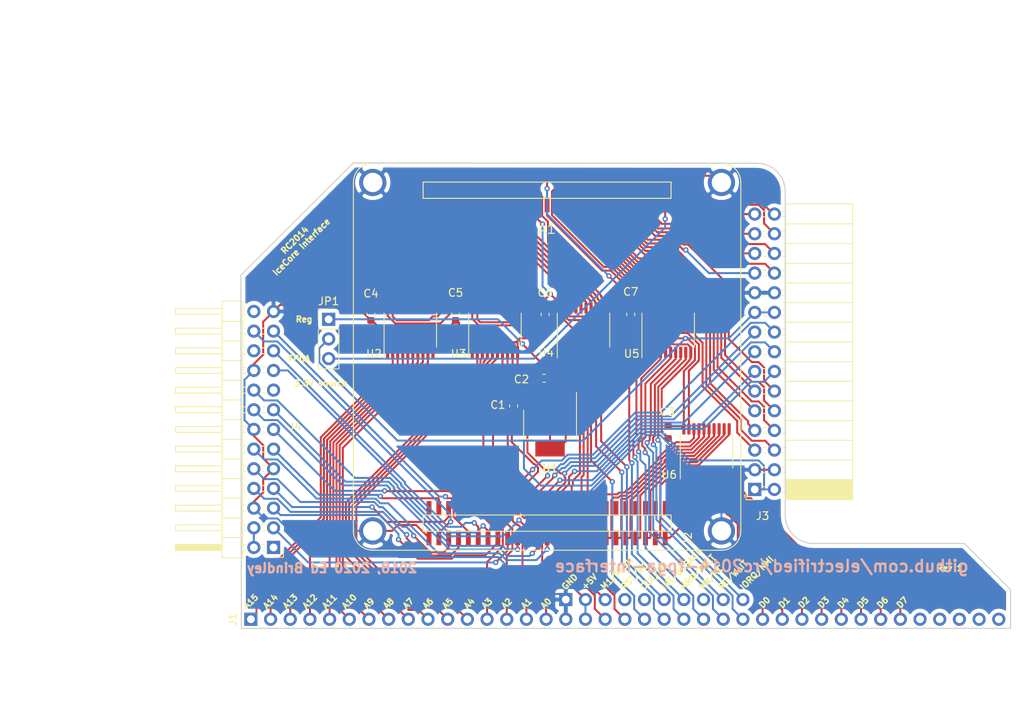
<source format=kicad_pcb>
(kicad_pcb (version 20171130) (host pcbnew 5.1.6)
  (title_block (title "RC2014 FPGA Interface") (date 2020-09-27) (rev 1))
  (layers (0 F.Cu signal) (31 B.Cu signal) (34 B.Paste user) (35 F.Paste user) (36 B.SilkS user) (37 F.SilkS user) (38 B.Mask user) (39 F.Mask user) (44 Edge.Cuts user))
  (net 0 "")
  (net 1 GND)
  (net 2 /A15)
  (net 3 /A14)
  (net 4 /A6)
  (net 5 /A7)
  (net 6 /A13)
  (net 7 /A12)
  (net 8 /A11)
  (net 9 /A10)
  (net 10 /A9)
  (net 11 /A8)
  (net 12 +3V3)
  (net 13 +5V)
  (net 14 "Net-(C2-Pad1)")
  (net 15 /A5)
  (net 16 /A4)
  (net 17 /A3)
  (net 18 /A2)
  (net 19 /A1)
  (net 20 /A0)
  (net 21 /M1)
  (net 22 //RESET)
  (net 23 /CLK)
  (net 24 /INT)
  (net 25 /MREQ)
  (net 26 //WR)
  (net 27 //RD)
  (net 28 //IORQ)
  (net 29 /D0)
  (net 30 /D1)
  (net 31 /D2)
  (net 32 /D3)
  (net 33 /D4)
  (net 34 /D5)
  (net 35 /D6)
  (net 36 /D7)
  (net 37 /TX)
  (net 38 /RX)
  (net 39 /FPGA_VCC)
  (net 40 /P0)
  (net 41 /P1)
  (net 42 /P4)
  (net 43 /P5)
  (net 44 /P8)
  (net 45 /P9)
  (net 46 /P12)
  (net 47 /P13)
  (net 48 /P16)
  (net 49 /P17)
  (net 50 /P20)
  (net 51 /P21)
  (net 52 /P24)
  (net 53 /P25)
  (net 54 /P28)
  (net 55 /P29)
  (net 56 /P32)
  (net 57 /P33)
  (net 58 /P36)
  (net 59 /P37)
  (net 60 /P40)
  (net 61 /P41)
  (net 62 /P44)
  (net 63 /P45)
  (net 64 /P2)
  (net 65 /P3)
  (net 66 /P6)
  (net 67 /P7)
  (net 68 /P10)
  (net 69 /P11)
  (net 70 /P14)
  (net 71 /P15)
  (net 72 /P18)
  (net 73 /P19)
  (net 74 /P22)
  (net 75 /P23)
  (net 76 /P26)
  (net 77 /P27)
  (net 78 /P30)
  (net 79 /P31)
  (net 80 /P34)
  (net 81 /P35)
  (net 82 /P38)
  (net 83 /P39)
  (net 84 /P42)
  (net 85 /P43)
  (net 86 /P46)
  (net 87 /P47)
  (net 88 /SWDIO)
  (net 89 /SWCLK)
  (net 90 /~RESET)
  (net 91 /AN5)
  (net 92 /AN6)
  (net 93 /AN7)
  (net 94 /AN8)
  (net 95 /AN9)
  (net 96 /~ESS)
  (net 97 /ESCK)
  (net 98 /EMISO)
  (net 99 /EMOSI)
  (net 100 /SCL)
  (net 101 /SDA)
  (net 102 /TMS)
  (net 103 /TDO)
  (net 104 /TDI)
  (net 105 /TCK)
  (net 106 /P48)
  (net 107 /P49)
  (net 108 /P50)
  (net 109 /P51)
  (net 110 /P52)
  (net 111 /P53)
  (net 112 /P54)
  (net 113 /P55)
  (net 114 /~RFSH)
  (net 115 /BUSACK)
  (net 116 /~HALT)
  (net 117 /~WAIT)
  (net 118 /~NMI)
  (net 119 "Net-(J4-Pad2)")
  (module Package_SO:TSSOP-20_4.4x6.5mm_P0.65mm (layer F.Cu) (at 115.57 125.984 90)
    (fp_text reference U5 (at -3.048 -4.699 180) (layer F.SilkS))
    (fp_text value SN74CB3T3245)
    (pad 20 smd roundrect (at 2.8625 -2.925 90) (size 1.475 0.4) (layers F.Cu F.Paste F.Mask) (net 12 +3V3))
    (pad 19 smd roundrect (at 2.8625 -2.275 90) (size 1.475 0.4) (layers F.Cu F.Paste F.Mask) (net 75 /P23))
    (pad 18 smd roundrect (at 2.8625 -1.625 90) (size 1.475 0.4) (layers F.Cu F.Paste F.Mask) (net 52 /P24))
    (pad 17 smd roundrect (at 2.8625 -0.975 90) (size 1.475 0.4) (layers F.Cu F.Paste F.Mask) (net 76 /P26))
    (pad 16 smd roundrect (at 2.8625 -0.325 90) (size 1.475 0.4) (layers F.Cu F.Paste F.Mask) (net 53 /P25))
    (pad 15 smd roundrect (at 2.8625 0.325 90) (size 1.475 0.4) (layers F.Cu F.Paste F.Mask) (net 77 /P27))
    (pad 14 smd roundrect (at 2.8625 0.975 90) (size 1.475 0.4) (layers F.Cu F.Paste F.Mask) (net 54 /P28))
    (pad 13 smd roundrect (at 2.8625 1.625 90) (size 1.475 0.4) (layers F.Cu F.Paste F.Mask) (net 78 /P30))
    (pad 12 smd roundrect (at 2.8625 2.275 90) (size 1.475 0.4) (layers F.Cu F.Paste F.Mask) (net 55 /P29))
    (pad 11 smd roundrect (at 2.8625 2.925 90) (size 1.475 0.4) (layers F.Cu F.Paste F.Mask) (net 79 /P31))
    (pad 10 smd roundrect (at -2.8625 2.925 90) (size 1.475 0.4) (layers F.Cu F.Paste F.Mask) (net 1 GND))
    (pad 9 smd roundrect (at -2.8625 2.275 90) (size 1.475 0.4) (layers F.Cu F.Paste F.Mask) (net 118 /~NMI))
    (pad 8 smd roundrect (at -2.8625 1.625 90) (size 1.475 0.4) (layers F.Cu F.Paste F.Mask) (net 28 //IORQ))
    (pad 7 smd roundrect (at -2.8625 0.975 90) (size 1.475 0.4) (layers F.Cu F.Paste F.Mask) (net 117 /~WAIT))
    (pad 6 smd roundrect (at -2.8625 0.325 90) (size 1.475 0.4) (layers F.Cu F.Paste F.Mask) (net 27 //RD))
    (pad 5 smd roundrect (at -2.8625 -0.325 90) (size 1.475 0.4) (layers F.Cu F.Paste F.Mask))
    (pad 4 smd roundrect (at -2.8625 -0.975 90) (size 1.475 0.4) (layers F.Cu F.Paste F.Mask) (net 26 //WR))
    (pad 3 smd roundrect (at -2.8625 -1.625 90) (size 1.475 0.4) (layers F.Cu F.Paste F.Mask) (net 116 /~HALT))
    (pad 2 smd roundrect (at -2.8625 -2.275 90) (size 1.475 0.4) (layers F.Cu F.Paste F.Mask) (net 25 /MREQ))
    (pad 1 smd roundrect (at -2.8625 -2.925 90) (size 1.475 0.4) (layers F.Cu F.Paste F.Mask))
  )
  (module Package_SO:TSSOP-20_4.4x6.5mm_P0.65mm (layer F.Cu) (at 104.648 125.984 90)
    (fp_text reference U4 (at -2.921 -4.826 180) (layer F.SilkS))
    (fp_text value SN74CB3T3245)
    (pad 1 smd roundrect (at -2.8625 -2.925 90) (size 1.475 0.4) (layers F.Cu F.Paste F.Mask))
    (pad 2 smd roundrect (at -2.8625 -2.275 90) (size 1.475 0.4) (layers F.Cu F.Paste F.Mask))
    (pad 3 smd roundrect (at -2.8625 -1.625 90) (size 1.475 0.4) (layers F.Cu F.Paste F.Mask))
    (pad 4 smd roundrect (at -2.8625 -0.975 90) (size 1.475 0.4) (layers F.Cu F.Paste F.Mask) (net 21 /M1))
    (pad 5 smd roundrect (at -2.8625 -0.325 90) (size 1.475 0.4) (layers F.Cu F.Paste F.Mask) (net 114 /~RFSH))
    (pad 6 smd roundrect (at -2.8625 0.325 90) (size 1.475 0.4) (layers F.Cu F.Paste F.Mask) (net 22 //RESET))
    (pad 7 smd roundrect (at -2.8625 0.975 90) (size 1.475 0.4) (layers F.Cu F.Paste F.Mask) (net 23 /CLK))
    (pad 8 smd roundrect (at -2.8625 1.625 90) (size 1.475 0.4) (layers F.Cu F.Paste F.Mask) (net 24 /INT))
    (pad 9 smd roundrect (at -2.8625 2.275 90) (size 1.475 0.4) (layers F.Cu F.Paste F.Mask) (net 115 /BUSACK))
    (pad 10 smd roundrect (at -2.8625 2.925 90) (size 1.475 0.4) (layers F.Cu F.Paste F.Mask) (net 1 GND))
    (pad 11 smd roundrect (at 2.8625 2.925 90) (size 1.475 0.4) (layers F.Cu F.Paste F.Mask) (net 51 /P21))
    (pad 12 smd roundrect (at 2.8625 2.275 90) (size 1.475 0.4) (layers F.Cu F.Paste F.Mask) (net 74 /P22))
    (pad 13 smd roundrect (at 2.8625 1.625 90) (size 1.475 0.4) (layers F.Cu F.Paste F.Mask) (net 50 /P20))
    (pad 14 smd roundrect (at 2.8625 0.975 90) (size 1.475 0.4) (layers F.Cu F.Paste F.Mask) (net 73 /P19))
    (pad 15 smd roundrect (at 2.8625 0.325 90) (size 1.475 0.4) (layers F.Cu F.Paste F.Mask) (net 49 /P17))
    (pad 16 smd roundrect (at 2.8625 -0.325 90) (size 1.475 0.4) (layers F.Cu F.Paste F.Mask) (net 72 /P18))
    (pad 17 smd roundrect (at 2.8625 -0.975 90) (size 1.475 0.4) (layers F.Cu F.Paste F.Mask) (net 48 /P16))
    (pad 18 smd roundrect (at 2.8625 -1.625 90) (size 1.475 0.4) (layers F.Cu F.Paste F.Mask))
    (pad 19 smd roundrect (at 2.8625 -2.275 90) (size 1.475 0.4) (layers F.Cu F.Paste F.Mask) (net 75 /P23))
    (pad 20 smd roundrect (at 2.8625 -2.925 90) (size 1.475 0.4) (layers F.Cu F.Paste F.Mask) (net 12 +3V3))
  )
  (module Package_SO:TSSOP-20_4.4x6.5mm_P0.65mm (layer F.Cu) (at 82.296 125.984 90)
    (fp_text reference U2 (at -3.048 -4.699 180) (layer F.SilkS))
    (fp_text value SN74CB3T3245)
    (pad 1 smd roundrect (at -2.8625 -2.925 90) (size 1.475 0.4) (layers F.Cu F.Paste F.Mask))
    (pad 2 smd roundrect (at -2.8625 -2.275 90) (size 1.475 0.4) (layers F.Cu F.Paste F.Mask) (net 2 /A15))
    (pad 3 smd roundrect (at -2.8625 -1.625 90) (size 1.475 0.4) (layers F.Cu F.Paste F.Mask) (net 3 /A14))
    (pad 4 smd roundrect (at -2.8625 -0.975 90) (size 1.475 0.4) (layers F.Cu F.Paste F.Mask) (net 6 /A13))
    (pad 5 smd roundrect (at -2.8625 -0.325 90) (size 1.475 0.4) (layers F.Cu F.Paste F.Mask) (net 7 /A12))
    (pad 6 smd roundrect (at -2.8625 0.325 90) (size 1.475 0.4) (layers F.Cu F.Paste F.Mask) (net 8 /A11))
    (pad 7 smd roundrect (at -2.8625 0.975 90) (size 1.475 0.4) (layers F.Cu F.Paste F.Mask) (net 9 /A10))
    (pad 8 smd roundrect (at -2.8625 1.625 90) (size 1.475 0.4) (layers F.Cu F.Paste F.Mask) (net 10 /A9))
    (pad 9 smd roundrect (at -2.8625 2.275 90) (size 1.475 0.4) (layers F.Cu F.Paste F.Mask) (net 11 /A8))
    (pad 10 smd roundrect (at -2.8625 2.925 90) (size 1.475 0.4) (layers F.Cu F.Paste F.Mask) (net 1 GND))
    (pad 11 smd roundrect (at 2.8625 2.925 90) (size 1.475 0.4) (layers F.Cu F.Paste F.Mask) (net 44 /P8))
    (pad 12 smd roundrect (at 2.8625 2.275 90) (size 1.475 0.4) (layers F.Cu F.Paste F.Mask) (net 66 /P6))
    (pad 13 smd roundrect (at 2.8625 1.625 90) (size 1.475 0.4) (layers F.Cu F.Paste F.Mask) (net 43 /P5))
    (pad 14 smd roundrect (at 2.8625 0.975 90) (size 1.475 0.4) (layers F.Cu F.Paste F.Mask) (net 65 /P3))
    (pad 15 smd roundrect (at 2.8625 0.325 90) (size 1.475 0.4) (layers F.Cu F.Paste F.Mask) (net 42 /P4))
    (pad 16 smd roundrect (at 2.8625 -0.325 90) (size 1.475 0.4) (layers F.Cu F.Paste F.Mask) (net 64 /P2))
    (pad 17 smd roundrect (at 2.8625 -0.975 90) (size 1.475 0.4) (layers F.Cu F.Paste F.Mask) (net 41 /P1))
    (pad 18 smd roundrect (at 2.8625 -1.625 90) (size 1.475 0.4) (layers F.Cu F.Paste F.Mask) (net 40 /P0))
    (pad 19 smd roundrect (at 2.8625 -2.275 90) (size 1.475 0.4) (layers F.Cu F.Paste F.Mask) (net 75 /P23))
    (pad 20 smd roundrect (at 2.8625 -2.925 90) (size 1.475 0.4) (layers F.Cu F.Paste F.Mask) (net 12 +3V3))
  )
  (module Package_SO:TSSOP-20_4.4x6.5mm_P0.65mm (layer F.Cu) (at 93.218 125.984 90)
    (fp_text reference U3 (at -3.048 -4.699 180) (layer F.SilkS))
    (fp_text value SN74CB3T3245)
    (pad 20 smd roundrect (at 2.8625 -2.925 90) (size 1.475 0.4) (layers F.Cu F.Paste F.Mask) (net 12 +3V3))
    (pad 19 smd roundrect (at 2.8625 -2.275 90) (size 1.475 0.4) (layers F.Cu F.Paste F.Mask) (net 75 /P23))
    (pad 18 smd roundrect (at 2.8625 -1.625 90) (size 1.475 0.4) (layers F.Cu F.Paste F.Mask) (net 67 /P7))
    (pad 17 smd roundrect (at 2.8625 -0.975 90) (size 1.475 0.4) (layers F.Cu F.Paste F.Mask) (net 45 /P9))
    (pad 16 smd roundrect (at 2.8625 -0.325 90) (size 1.475 0.4) (layers F.Cu F.Paste F.Mask) (net 68 /P10))
    (pad 15 smd roundrect (at 2.8625 0.325 90) (size 1.475 0.4) (layers F.Cu F.Paste F.Mask) (net 46 /P12))
    (pad 14 smd roundrect (at 2.8625 0.975 90) (size 1.475 0.4) (layers F.Cu F.Paste F.Mask) (net 69 /P11))
    (pad 13 smd roundrect (at 2.8625 1.625 90) (size 1.475 0.4) (layers F.Cu F.Paste F.Mask) (net 47 /P13))
    (pad 12 smd roundrect (at 2.8625 2.275 90) (size 1.475 0.4) (layers F.Cu F.Paste F.Mask) (net 70 /P14))
    (pad 11 smd roundrect (at 2.8625 2.925 90) (size 1.475 0.4) (layers F.Cu F.Paste F.Mask) (net 71 /P15))
    (pad 10 smd roundrect (at -2.8625 2.925 90) (size 1.475 0.4) (layers F.Cu F.Paste F.Mask) (net 1 GND))
    (pad 9 smd roundrect (at -2.8625 2.275 90) (size 1.475 0.4) (layers F.Cu F.Paste F.Mask) (net 20 /A0))
    (pad 8 smd roundrect (at -2.8625 1.625 90) (size 1.475 0.4) (layers F.Cu F.Paste F.Mask) (net 19 /A1))
    (pad 7 smd roundrect (at -2.8625 0.975 90) (size 1.475 0.4) (layers F.Cu F.Paste F.Mask) (net 18 /A2))
    (pad 6 smd roundrect (at -2.8625 0.325 90) (size 1.475 0.4) (layers F.Cu F.Paste F.Mask) (net 17 /A3))
    (pad 5 smd roundrect (at -2.8625 -0.325 90) (size 1.475 0.4) (layers F.Cu F.Paste F.Mask) (net 16 /A4))
    (pad 4 smd roundrect (at -2.8625 -0.975 90) (size 1.475 0.4) (layers F.Cu F.Paste F.Mask) (net 15 /A5))
    (pad 3 smd roundrect (at -2.8625 -1.625 90) (size 1.475 0.4) (layers F.Cu F.Paste F.Mask) (net 4 /A6))
    (pad 2 smd roundrect (at -2.8625 -2.275 90) (size 1.475 0.4) (layers F.Cu F.Paste F.Mask) (net 5 /A7))
    (pad 1 smd roundrect (at -2.8625 -2.925 90) (size 1.475 0.4) (layers F.Cu F.Paste F.Mask))
  )
  (module Package_SO:TSSOP-20_4.4x6.5mm_P0.65mm (layer F.Cu) (at 120.523 141.605 90)
    (fp_text reference U6 (at -3.048 -4.826 180) (layer F.SilkS))
    (fp_text value SN74CB3T3245)
    (pad 1 smd roundrect (at -2.8625 -2.925 90) (size 1.475 0.4) (layers F.Cu F.Paste F.Mask))
    (pad 2 smd roundrect (at -2.8625 -2.275 90) (size 1.475 0.4) (layers F.Cu F.Paste F.Mask) (net 29 /D0))
    (pad 3 smd roundrect (at -2.8625 -1.625 90) (size 1.475 0.4) (layers F.Cu F.Paste F.Mask) (net 30 /D1))
    (pad 4 smd roundrect (at -2.8625 -0.975 90) (size 1.475 0.4) (layers F.Cu F.Paste F.Mask) (net 31 /D2))
    (pad 5 smd roundrect (at -2.8625 -0.325 90) (size 1.475 0.4) (layers F.Cu F.Paste F.Mask) (net 32 /D3))
    (pad 6 smd roundrect (at -2.8625 0.325 90) (size 1.475 0.4) (layers F.Cu F.Paste F.Mask) (net 33 /D4))
    (pad 7 smd roundrect (at -2.8625 0.975 90) (size 1.475 0.4) (layers F.Cu F.Paste F.Mask) (net 34 /D5))
    (pad 8 smd roundrect (at -2.8625 1.625 90) (size 1.475 0.4) (layers F.Cu F.Paste F.Mask) (net 35 /D6))
    (pad 9 smd roundrect (at -2.8625 2.275 90) (size 1.475 0.4) (layers F.Cu F.Paste F.Mask) (net 36 /D7))
    (pad 10 smd roundrect (at -2.8625 2.925 90) (size 1.475 0.4) (layers F.Cu F.Paste F.Mask) (net 1 GND))
    (pad 11 smd roundrect (at 2.8625 2.925 90) (size 1.475 0.4) (layers F.Cu F.Paste F.Mask) (net 113 /P55))
    (pad 12 smd roundrect (at 2.8625 2.275 90) (size 1.475 0.4) (layers F.Cu F.Paste F.Mask) (net 112 /P54))
    (pad 13 smd roundrect (at 2.8625 1.625 90) (size 1.475 0.4) (layers F.Cu F.Paste F.Mask) (net 111 /P53))
    (pad 14 smd roundrect (at 2.8625 0.975 90) (size 1.475 0.4) (layers F.Cu F.Paste F.Mask) (net 110 /P52))
    (pad 15 smd roundrect (at 2.8625 0.325 90) (size 1.475 0.4) (layers F.Cu F.Paste F.Mask) (net 109 /P51))
    (pad 16 smd roundrect (at 2.8625 -0.325 90) (size 1.475 0.4) (layers F.Cu F.Paste F.Mask) (net 108 /P50))
    (pad 17 smd roundrect (at 2.8625 -0.975 90) (size 1.475 0.4) (layers F.Cu F.Paste F.Mask) (net 107 /P49))
    (pad 18 smd roundrect (at 2.8625 -1.625 90) (size 1.475 0.4) (layers F.Cu F.Paste F.Mask) (net 106 /P48))
    (pad 19 smd roundrect (at 2.8625 -2.275 90) (size 1.475 0.4) (layers F.Cu F.Paste F.Mask) (net 75 /P23))
    (pad 20 smd roundrect (at 2.8625 -2.925 90) (size 1.475 0.4) (layers F.Cu F.Paste F.Mask) (net 12 +3V3))
  )
  (module Capacitor_SMD:C_0603_1608Metric (layer F.Cu) (at 95.631 135.763 270)
    (fp_text reference C1 (at -0.127 2.032 180) (layer F.SilkS))
    (fp_text value 100nF)
    (pad 2 smd roundrect (at 0.7875 0 270) (size 0.875 0.95) (layers F.Cu F.Paste F.Mask) (net 1 GND))
    (pad 1 smd roundrect (at -0.7875 0 270) (size 0.875 0.95) (layers F.Cu F.Paste F.Mask) (net 13 +5V))
  )
  (module Capacitor_SMD:C_0603_1608Metric (layer F.Cu) (at 99.568 132.207 180)
    (fp_text reference C2 (at 2.921 -0.127) (layer F.SilkS))
    (fp_text value 10uF)
    (pad 1 smd roundrect (at -0.7875 0 180) (size 0.875 0.95) (layers F.Cu F.Paste F.Mask) (net 14 "Net-(C2-Pad1)"))
    (pad 2 smd roundrect (at 0.7875 0 180) (size 0.875 0.95) (layers F.Cu F.Paste F.Mask) (net 1 GND))
  )
  (module Capacitor_SMD:C_0603_1608Metric (layer F.Cu) (at 77.216 123.952 270)
    (fp_text reference C4 (at -2.6925 0 180) (layer F.SilkS))
    (fp_text value C)
    (pad 2 smd roundrect (at 0.7875 0 270) (size 0.875 0.95) (layers F.Cu F.Paste F.Mask) (net 1 GND))
    (pad 1 smd roundrect (at -0.7875 0 270) (size 0.875 0.95) (layers F.Cu F.Paste F.Mask) (net 12 +3V3))
  )
  (module Capacitor_SMD:C_0603_1608Metric (layer F.Cu) (at 88.138 123.952 270)
    (fp_text reference C5 (at -2.794 0 180) (layer F.SilkS))
    (fp_text value C)
    (pad 1 smd roundrect (at -0.7875 0 270) (size 0.875 0.95) (layers F.Cu F.Paste F.Mask) (net 12 +3V3))
    (pad 2 smd roundrect (at 0.7875 0 270) (size 0.875 0.95) (layers F.Cu F.Paste F.Mask) (net 1 GND))
  )
  (module Capacitor_SMD:C_0603_1608Metric (layer F.Cu) (at 99.695 123.952 270)
    (fp_text reference C6 (at -2.794 0 180) (layer F.SilkS))
    (fp_text value C)
    (pad 2 smd roundrect (at 0.7875 0 270) (size 0.875 0.95) (layers F.Cu F.Paste F.Mask) (net 1 GND))
    (pad 1 smd roundrect (at -0.7875 0 270) (size 0.875 0.95) (layers F.Cu F.Paste F.Mask) (net 12 +3V3))
  )
  (module Capacitor_SMD:C_0603_1608Metric (layer F.Cu) (at 110.744 123.952 270)
    (fp_text reference C7 (at -2.921 0 180) (layer F.SilkS))
    (fp_text value C)
    (pad 1 smd roundrect (at -0.7875 0 270) (size 0.875 0.95) (layers F.Cu F.Paste F.Mask) (net 12 +3V3))
    (pad 2 smd roundrect (at 0.7875 0 270) (size 0.875 0.95) (layers F.Cu F.Paste F.Mask) (net 1 GND))
  )
  (module Capacitor_SMD:C_0603_1608Metric (layer F.Cu) (at 115.57 139.192 270)
    (fp_text reference C3 (at -2.667 0.127 180) (layer F.SilkS))
    (fp_text value C)
    (pad 2 smd roundrect (at 0.7875 0 270) (size 0.875 0.95) (layers F.Cu F.Paste F.Mask) (net 1 GND))
    (pad 1 smd roundrect (at -0.7875 0 270) (size 0.875 0.95) (layers F.Cu F.Paste F.Mask) (net 12 +3V3))
  )
  (module Connector_PinHeader_2.54mm:PinHeader_1x03_P2.54mm_Vertical (layer F.Cu) (at 71.755 124.587)
    (fp_text reference JP1 (at 0 -2.33) (layer F.SilkS))
    (fp_text value "Ext Power")
    (pad 1 thru_hole rect (at 0 0) (size 1.7 1.7) (drill 1) (layers *.Cu *.Mask) (net 14 "Net-(C2-Pad1)"))
    (pad 2 thru_hole oval (at 0 2.54) (size 1.7 1.7) (drill 1) (layers *.Cu *.Mask) (net 12 +3V3))
    (pad 3 thru_hole oval (at 0 5.08) (size 1.7 1.7) (drill 1) (layers *.Cu *.Mask) (net 39 /FPGA_VCC))
  )
  (module Package_TO_SOT_SMD:SOT-223-3_TabPin2 (layer F.Cu) (at 100.33 138.151 270)
    (fp_text reference U1 (at 5.69 0 180) (layer F.SilkS) (effects (font (thickness 0.2))))
    (fp_text value LM1117-3.3)
    (pad 2 smd rect (at 3.15 0 270) (size 2 3.8) (layers F.Cu F.Paste F.Mask) (net 14 "Net-(C2-Pad1)"))
    (pad 2 smd rect (at -3.15 0 270) (size 2 1.5) (layers F.Cu F.Paste F.Mask) (net 14 "Net-(C2-Pad1)"))
    (pad 3 smd rect (at -3.15 2.3 270) (size 2 1.5) (layers F.Cu F.Paste F.Mask) (net 13 +5V))
    (pad 1 smd rect (at -3.15 -2.3 270) (size 2 1.5) (layers F.Cu F.Paste F.Mask) (net 1 GND))
  )
  (module Connector_PinHeader_2.54mm:PinHeader_2x13_P2.54mm_Horizontal (layer F.Cu) (at 64.643 154.051 180)
    (fp_text reference J4 (at -2.794 15.621) (layer F.SilkS))
    (fp_text value Conn_02x13_Odd_Even)
    (pad 1 thru_hole rect (at 0 0 180) (size 1.7 1.7) (drill 1) (layers *.Cu *.Mask))
    (pad 2 thru_hole oval (at 2.54 0 180) (size 1.7 1.7) (drill 1) (layers *.Cu *.Mask) (net 119 "Net-(J4-Pad2)"))
    (pad 3 thru_hole oval (at 0 2.54 180) (size 1.7 1.7) (drill 1) (layers *.Cu *.Mask) (net 101 /SDA))
    (pad 4 thru_hole oval (at 2.54 2.54 180) (size 1.7 1.7) (drill 1) (layers *.Cu *.Mask) (net 119 "Net-(J4-Pad2)"))
    (pad 5 thru_hole oval (at 0 5.08 180) (size 1.7 1.7) (drill 1) (layers *.Cu *.Mask) (net 100 /SCL))
    (pad 6 thru_hole oval (at 2.54 5.08 180) (size 1.7 1.7) (drill 1) (layers *.Cu *.Mask) (net 1 GND))
    (pad 7 thru_hole oval (at 0 7.62 180) (size 1.7 1.7) (drill 1) (layers *.Cu *.Mask) (net 89 /SWCLK))
    (pad 8 thru_hole oval (at 2.54 7.62 180) (size 1.7 1.7) (drill 1) (layers *.Cu *.Mask) (net 38 /RX))
    (pad 9 thru_hole oval (at 0 10.16 180) (size 1.7 1.7) (drill 1) (layers *.Cu *.Mask) (net 1 GND))
    (pad 10 thru_hole oval (at 2.54 10.16 180) (size 1.7 1.7) (drill 1) (layers *.Cu *.Mask) (net 37 /TX))
    (pad 11 thru_hole oval (at 0 12.7 180) (size 1.7 1.7) (drill 1) (layers *.Cu *.Mask) (net 88 /SWDIO))
    (pad 12 thru_hole oval (at 2.54 12.7 180) (size 1.7 1.7) (drill 1) (layers *.Cu *.Mask) (net 105 /TCK))
    (pad 13 thru_hole oval (at 0 15.24 180) (size 1.7 1.7) (drill 1) (layers *.Cu *.Mask) (net 90 /~RESET))
    (pad 14 thru_hole oval (at 2.54 15.24 180) (size 1.7 1.7) (drill 1) (layers *.Cu *.Mask) (net 1 GND))
    (pad 15 thru_hole oval (at 0 17.78 180) (size 1.7 1.7) (drill 1) (layers *.Cu *.Mask) (net 102 /TMS))
    (pad 16 thru_hole oval (at 2.54 17.78 180) (size 1.7 1.7) (drill 1) (layers *.Cu *.Mask) (net 104 /TDI))
    (pad 17 thru_hole oval (at 0 20.32 180) (size 1.7 1.7) (drill 1) (layers *.Cu *.Mask))
    (pad 18 thru_hole oval (at 2.54 20.32 180) (size 1.7 1.7) (drill 1) (layers *.Cu *.Mask) (net 103 /TDO))
    (pad 19 thru_hole oval (at 0 22.86 180) (size 1.7 1.7) (drill 1) (layers *.Cu *.Mask) (net 99 /EMOSI))
    (pad 20 thru_hole oval (at 2.54 22.86 180) (size 1.7 1.7) (drill 1) (layers *.Cu *.Mask) (net 1 GND))
    (pad 21 thru_hole oval (at 0 25.4 180) (size 1.7 1.7) (drill 1) (layers *.Cu *.Mask) (net 98 /EMISO))
    (pad 22 thru_hole oval (at 2.54 25.4 180) (size 1.7 1.7) (drill 1) (layers *.Cu *.Mask))
    (pad 23 thru_hole oval (at 0 27.94 180) (size 1.7 1.7) (drill 1) (layers *.Cu *.Mask) (net 97 /ESCK))
    (pad 24 thru_hole oval (at 2.54 27.94 180) (size 1.7 1.7) (drill 1) (layers *.Cu *.Mask) (net 96 /~ESS))
    (pad 25 thru_hole oval (at 0 30.48 180) (size 1.7 1.7) (drill 1) (layers *.Cu *.Mask) (net 1 GND))
    (pad 26 thru_hole oval (at 2.54 30.48 180) (size 1.7 1.7) (drill 1) (layers *.Cu *.Mask))
  )
  (module Connector_PinSocket_2.54mm:PinSocket_2x15_P2.54mm_Horizontal (layer F.Cu) (at 126.746 146.558 180)
    (fp_text reference J3 (at -1.016 -3.429) (layer F.SilkS))
    (fp_text value Conn_02x15_Odd_Even)
    (pad 30 thru_hole oval (at -2.54 35.56 180) (size 1.7 1.7) (drill 1) (layers *.Cu *.Mask) (net 63 /P45))
    (pad 29 thru_hole oval (at 0 35.56 180) (size 1.7 1.7) (drill 1) (layers *.Cu *.Mask) (net 61 /P41))
    (pad 28 thru_hole oval (at -2.54 33.02 180) (size 1.7 1.7) (drill 1) (layers *.Cu *.Mask) (net 62 /P44))
    (pad 27 thru_hole oval (at 0 33.02 180) (size 1.7 1.7) (drill 1) (layers *.Cu *.Mask) (net 60 /P40))
    (pad 26 thru_hole oval (at -2.54 30.48 180) (size 1.7 1.7) (drill 1) (layers *.Cu *.Mask) (net 87 /P47))
    (pad 25 thru_hole oval (at 0 30.48 180) (size 1.7 1.7) (drill 1) (layers *.Cu *.Mask) (net 86 /P46))
    (pad 24 thru_hole oval (at -2.54 27.94 180) (size 1.7 1.7) (drill 1) (layers *.Cu *.Mask) (net 85 /P43))
    (pad 23 thru_hole oval (at 0 27.94 180) (size 1.7 1.7) (drill 1) (layers *.Cu *.Mask) (net 84 /P42))
    (pad 22 thru_hole oval (at -2.54 25.4 180) (size 1.7 1.7) (drill 1) (layers *.Cu *.Mask) (net 1 GND))
    (pad 21 thru_hole oval (at 0 25.4 180) (size 1.7 1.7) (drill 1) (layers *.Cu *.Mask) (net 1 GND))
    (pad 20 thru_hole oval (at -2.54 22.86 180) (size 1.7 1.7) (drill 1) (layers *.Cu *.Mask) (net 12 +3V3))
    (pad 19 thru_hole oval (at 0 22.86 180) (size 1.7 1.7) (drill 1) (layers *.Cu *.Mask) (net 12 +3V3))
    (pad 18 thru_hole oval (at -2.54 20.32 180) (size 1.7 1.7) (drill 1) (layers *.Cu *.Mask) (net 91 /AN5))
    (pad 17 thru_hole oval (at 0 20.32 180) (size 1.7 1.7) (drill 1) (layers *.Cu *.Mask) (net 92 /AN6))
    (pad 16 thru_hole oval (at -2.54 17.78 180) (size 1.7 1.7) (drill 1) (layers *.Cu *.Mask) (net 93 /AN7))
    (pad 15 thru_hole oval (at 0 17.78 180) (size 1.7 1.7) (drill 1) (layers *.Cu *.Mask) (net 13 +5V))
    (pad 14 thru_hole oval (at -2.54 15.24 180) (size 1.7 1.7) (drill 1) (layers *.Cu *.Mask) (net 94 /AN8))
    (pad 13 thru_hole oval (at 0 15.24 180) (size 1.7 1.7) (drill 1) (layers *.Cu *.Mask) (net 95 /AN9))
    (pad 12 thru_hole oval (at -2.54 12.7 180) (size 1.7 1.7) (drill 1) (layers *.Cu *.Mask) (net 59 /P37))
    (pad 11 thru_hole oval (at 0 12.7 180) (size 1.7 1.7) (drill 1) (layers *.Cu *.Mask) (net 83 /P39))
    (pad 10 thru_hole oval (at -2.54 10.16 180) (size 1.7 1.7) (drill 1) (layers *.Cu *.Mask) (net 58 /P36))
    (pad 9 thru_hole oval (at 0 10.16 180) (size 1.7 1.7) (drill 1) (layers *.Cu *.Mask) (net 82 /P38))
    (pad 8 thru_hole oval (at -2.54 7.62 180) (size 1.7 1.7) (drill 1) (layers *.Cu *.Mask) (net 57 /P33))
    (pad 7 thru_hole oval (at 0 7.62 180) (size 1.7 1.7) (drill 1) (layers *.Cu *.Mask) (net 81 /P35))
    (pad 6 thru_hole oval (at -2.54 5.08 180) (size 1.7 1.7) (drill 1) (layers *.Cu *.Mask) (net 56 /P32))
    (pad 5 thru_hole oval (at 0 5.08 180) (size 1.7 1.7) (drill 1) (layers *.Cu *.Mask) (net 80 /P34))
    (pad 4 thru_hole oval (at -2.54 2.54 180) (size 1.7 1.7) (drill 1) (layers *.Cu *.Mask) (net 1 GND))
    (pad 3 thru_hole oval (at 0 2.54 180) (size 1.7 1.7) (drill 1) (layers *.Cu *.Mask) (net 1 GND))
    (pad 2 thru_hole oval (at -2.54 0 180) (size 1.7 1.7) (drill 1) (layers *.Cu *.Mask) (net 12 +3V3))
    (pad 1 thru_hole rect (at 0 0 180) (size 1.7 1.7) (drill 1) (layers *.Cu *.Mask) (net 12 +3V3))
  )
  (module blackedge:BE-CARRIER-SMD (layer F.Cu) (at 84.709 105.918)
    (fp_text reference A1 (at 15.24 6.985) (layer F.SilkS) (effects (font (size 1.27 1.27))))
    (fp_text value BE-CARRIER)
    (pad 101 thru_hole circle (at -7.26 0.995) (size 3.516 3.516) (drill 2.5) (layers *.Cu *.Mask) (net 1 GND))
    (pad 102 thru_hole circle (at 37.74 0.995) (size 3.516 3.516) (drill 2.5) (layers *.Cu *.Mask) (net 1 GND))
    (pad 103 thru_hole circle (at -7.26 45.995) (size 3.516 3.516) (drill 2.5) (layers *.Cu *.Mask) (net 1 GND))
    (pad 104 thru_hole circle (at 37.74 45.995) (size 3.516 3.516) (drill 2.5) (layers *.Cu *.Mask) (net 1 GND))
    (pad 1 smd rect (at 0 0.09 90) (size 1.905 0.635) (layers F.Cu F.Paste F.Mask) (net 40 /P0))
    (pad 2 smd rect (at 1.27 0.09 90) (size 1.905 0.635) (layers F.Cu F.Paste F.Mask) (net 41 /P1))
    (pad 3 smd rect (at 2.54 0.09 90) (size 1.905 0.635) (layers F.Cu F.Paste F.Mask) (net 42 /P4))
    (pad 4 smd rect (at 3.81 0.09 90) (size 1.905 0.635) (layers F.Cu F.Paste F.Mask) (net 43 /P5))
    (pad 5 smd rect (at 5.08 0.09 90) (size 1.905 0.635) (layers F.Cu F.Paste F.Mask) (net 44 /P8))
    (pad 6 smd rect (at 6.35 0.09 90) (size 1.905 0.635) (layers F.Cu F.Paste F.Mask) (net 45 /P9))
    (pad 7 smd rect (at 7.62 0.09 90) (size 1.905 0.635) (layers F.Cu F.Paste F.Mask) (net 46 /P12))
    (pad 8 smd rect (at 8.89 0.09 90) (size 1.905 0.635) (layers F.Cu F.Paste F.Mask) (net 47 /P13))
    (pad 9 smd rect (at 10.16 0.09 90) (size 1.905 0.635) (layers F.Cu F.Paste F.Mask) (net 48 /P16))
    (pad 10 smd rect (at 11.43 0.09 90) (size 1.905 0.635) (layers F.Cu F.Paste F.Mask) (net 49 /P17))
    (pad 11 smd rect (at 12.7 0.09 90) (size 1.905 0.635) (layers F.Cu F.Paste F.Mask) (net 50 /P20))
    (pad 12 smd rect (at 13.97 0.09 90) (size 1.905 0.635) (layers F.Cu F.Paste F.Mask) (net 51 /P21))
    (pad 13 smd rect (at 15.24 0.09 90) (size 1.905 0.635) (layers F.Cu F.Paste F.Mask) (net 52 /P24))
    (pad 14 smd rect (at 16.51 0.09 90) (size 1.905 0.635) (layers F.Cu F.Paste F.Mask) (net 53 /P25))
    (pad 15 smd rect (at 17.78 0.09 90) (size 1.905 0.635) (layers F.Cu F.Paste F.Mask) (net 54 /P28))
    (pad 16 smd rect (at 19.05 0.09 90) (size 1.905 0.635) (layers F.Cu F.Paste F.Mask) (net 55 /P29))
    (pad 17 smd rect (at 20.32 0.09 90) (size 1.905 0.635) (layers F.Cu F.Paste F.Mask) (net 56 /P32))
    (pad 18 smd rect (at 21.59 0.09 90) (size 1.905 0.635) (layers F.Cu F.Paste F.Mask) (net 57 /P33))
    (pad 19 smd rect (at 22.86 0.09 90) (size 1.905 0.635) (layers F.Cu F.Paste F.Mask) (net 58 /P36))
    (pad 20 smd rect (at 24.13 0.09 90) (size 1.905 0.635) (layers F.Cu F.Paste F.Mask) (net 59 /P37))
    (pad 21 smd rect (at 25.4 0.09 90) (size 1.905 0.635) (layers F.Cu F.Paste F.Mask) (net 60 /P40))
    (pad 22 smd rect (at 26.67 0.09 90) (size 1.905 0.635) (layers F.Cu F.Paste F.Mask) (net 61 /P41))
    (pad 23 smd rect (at 27.94 0.09 90) (size 1.905 0.635) (layers F.Cu F.Paste F.Mask) (net 62 /P44))
    (pad 24 smd rect (at 29.21 0.09 90) (size 1.905 0.635) (layers F.Cu F.Paste F.Mask) (net 63 /P45))
    (pad 25 smd rect (at 30.48 0.09 90) (size 1.905 0.635) (layers F.Cu F.Paste F.Mask) (net 1 GND))
    (pad 26 smd rect (at 0 3.9 90) (size 1.905 0.635) (layers F.Cu F.Paste F.Mask) (net 64 /P2))
    (pad 27 smd rect (at 1.27 3.9 90) (size 1.905 0.635) (layers F.Cu F.Paste F.Mask) (net 65 /P3))
    (pad 28 smd rect (at 2.54 3.9 90) (size 1.905 0.635) (layers F.Cu F.Paste F.Mask) (net 66 /P6))
    (pad 29 smd rect (at 3.81 3.9 90) (size 1.905 0.635) (layers F.Cu F.Paste F.Mask) (net 67 /P7))
    (pad 30 smd rect (at 5.08 3.9 90) (size 1.905 0.635) (layers F.Cu F.Paste F.Mask) (net 68 /P10))
    (pad 31 smd rect (at 6.35 3.9 90) (size 1.905 0.635) (layers F.Cu F.Paste F.Mask) (net 69 /P11))
    (pad 32 smd rect (at 7.62 3.9 90) (size 1.905 0.635) (layers F.Cu F.Paste F.Mask) (net 70 /P14))
    (pad 33 smd rect (at 8.89 3.9 90) (size 1.905 0.635) (layers F.Cu F.Paste F.Mask) (net 71 /P15))
    (pad 34 smd rect (at 10.16 3.9 90) (size 1.905 0.635) (layers F.Cu F.Paste F.Mask) (net 72 /P18))
    (pad 35 smd rect (at 11.43 3.9 90) (size 1.905 0.635) (layers F.Cu F.Paste F.Mask) (net 73 /P19))
    (pad 36 smd rect (at 12.7 3.9 90) (size 1.905 0.635) (layers F.Cu F.Paste F.Mask) (net 74 /P22))
    (pad 37 smd rect (at 13.97 3.9 90) (size 1.905 0.635) (layers F.Cu F.Paste F.Mask) (net 75 /P23))
    (pad 38 smd rect (at 15.24 3.9 90) (size 1.905 0.635) (layers F.Cu F.Paste F.Mask) (net 76 /P26))
    (pad 39 smd rect (at 16.51 3.9 90) (size 1.905 0.635) (layers F.Cu F.Paste F.Mask) (net 77 /P27))
    (pad 40 smd rect (at 17.78 3.9 90) (size 1.905 0.635) (layers F.Cu F.Paste F.Mask) (net 78 /P30))
    (pad 41 smd rect (at 19.05 3.9 90) (size 1.905 0.635) (layers F.Cu F.Paste F.Mask) (net 79 /P31))
    (pad 42 smd rect (at 20.32 3.9 90) (size 1.905 0.635) (layers F.Cu F.Paste F.Mask) (net 80 /P34))
    (pad 43 smd rect (at 21.59 3.9 90) (size 1.905 0.635) (layers F.Cu F.Paste F.Mask) (net 81 /P35))
    (pad 44 smd rect (at 22.86 3.9 90) (size 1.905 0.635) (layers F.Cu F.Paste F.Mask) (net 82 /P38))
    (pad 45 smd rect (at 24.13 3.9 90) (size 1.905 0.635) (layers F.Cu F.Paste F.Mask) (net 83 /P39))
    (pad 46 smd rect (at 25.4 3.9 90) (size 1.905 0.635) (layers F.Cu F.Paste F.Mask) (net 84 /P42))
    (pad 47 smd rect (at 26.67 3.9 90) (size 1.905 0.635) (layers F.Cu F.Paste F.Mask) (net 85 /P43))
    (pad 48 smd rect (at 27.94 3.9 90) (size 1.905 0.635) (layers F.Cu F.Paste F.Mask) (net 86 /P46))
    (pad 49 smd rect (at 29.21 3.9 90) (size 1.905 0.635) (layers F.Cu F.Paste F.Mask) (net 87 /P47))
    (pad 50 smd rect (at 30.48 3.9 90) (size 1.905 0.635) (layers F.Cu F.Paste F.Mask) (net 39 /FPGA_VCC))
    (pad 51 smd rect (at 0 43.09 90) (size 1.905 0.635) (layers F.Cu F.Paste F.Mask))
    (pad 52 smd rect (at 1.27 43.09 90) (size 1.905 0.635) (layers F.Cu F.Paste F.Mask) (net 88 /SWDIO))
    (pad 53 smd rect (at 2.54 43.09 90) (size 1.905 0.635) (layers F.Cu F.Paste F.Mask) (net 89 /SWCLK))
    (pad 54 smd rect (at 3.81 43.09 90) (size 1.905 0.635) (layers F.Cu F.Paste F.Mask) (net 90 /~RESET))
    (pad 55 smd rect (at 5.08 43.09 90) (size 1.905 0.635) (layers F.Cu F.Paste F.Mask))
    (pad 56 smd rect (at 6.35 43.09 90) (size 1.905 0.635) (layers F.Cu F.Paste F.Mask))
    (pad 57 smd rect (at 7.62 43.09 90) (size 1.905 0.635) (layers F.Cu F.Paste F.Mask))
    (pad 58 smd rect (at 8.89 43.09 90) (size 1.905 0.635) (layers F.Cu F.Paste F.Mask))
    (pad 59 smd rect (at 10.16 43.09 90) (size 1.905 0.635) (layers F.Cu F.Paste F.Mask))
    (pad 60 smd rect (at 11.43 43.09 90) (size 1.905 0.635) (layers F.Cu F.Paste F.Mask) (net 91 /AN5))
    (pad 61 smd rect (at 12.7 43.09 90) (size 1.905 0.635) (layers F.Cu F.Paste F.Mask) (net 92 /AN6))
    (pad 62 smd rect (at 13.97 43.09 90) (size 1.905 0.635) (layers F.Cu F.Paste F.Mask) (net 93 /AN7))
    (pad 63 smd rect (at 15.24 43.09 90) (size 1.905 0.635) (layers F.Cu F.Paste F.Mask) (net 94 /AN8))
    (pad 64 smd rect (at 16.51 43.09 90) (size 1.905 0.635) (layers F.Cu F.Paste F.Mask) (net 95 /AN9))
    (pad 65 smd rect (at 17.78 43.09 90) (size 1.905 0.635) (layers F.Cu F.Paste F.Mask))
    (pad 66 smd rect (at 19.05 43.09 90) (size 1.905 0.635) (layers F.Cu F.Paste F.Mask))
    (pad 67 smd rect (at 20.32 43.09 90) (size 1.905 0.635) (layers F.Cu F.Paste F.Mask))
    (pad 68 smd rect (at 21.59 43.09 90) (size 1.905 0.635) (layers F.Cu F.Paste F.Mask))
    (pad 69 smd rect (at 22.86 43.09 90) (size 1.905 0.635) (layers F.Cu F.Paste F.Mask))
    (pad 70 smd rect (at 24.13 43.09 90) (size 1.905 0.635) (layers F.Cu F.Paste F.Mask))
    (pad 71 smd rect (at 25.4 43.09 90) (size 1.905 0.635) (layers F.Cu F.Paste F.Mask))
    (pad 72 smd rect (at 26.67 43.09 90) (size 1.905 0.635) (layers F.Cu F.Paste F.Mask))
    (pad 73 smd rect (at 27.94 43.09 90) (size 1.905 0.635) (layers F.Cu F.Paste F.Mask))
    (pad 74 smd rect (at 29.21 43.09 90) (size 1.905 0.635) (layers F.Cu F.Paste F.Mask))
    (pad 75 smd rect (at 30.48 43.09 90) (size 1.905 0.635) (layers F.Cu F.Paste F.Mask))
    (pad 76 smd rect (at 0 46.9 90) (size 1.905 0.635) (layers F.Cu F.Paste F.Mask) (net 1 GND))
    (pad 77 smd rect (at 1.27 46.9 90) (size 1.905 0.635) (layers F.Cu F.Paste F.Mask) (net 96 /~ESS))
    (pad 78 smd rect (at 2.54 46.9 90) (size 1.905 0.635) (layers F.Cu F.Paste F.Mask) (net 37 /TX))
    (pad 79 smd rect (at 3.81 46.9 90) (size 1.905 0.635) (layers F.Cu F.Paste F.Mask) (net 38 /RX))
    (pad 80 smd rect (at 5.08 46.9 90) (size 1.905 0.635) (layers F.Cu F.Paste F.Mask) (net 97 /ESCK))
    (pad 81 smd rect (at 6.35 46.9 90) (size 1.905 0.635) (layers F.Cu F.Paste F.Mask) (net 98 /EMISO))
    (pad 82 smd rect (at 7.62 46.9 90) (size 1.905 0.635) (layers F.Cu F.Paste F.Mask) (net 99 /EMOSI))
    (pad 83 smd rect (at 8.89 46.9 90) (size 1.905 0.635) (layers F.Cu F.Paste F.Mask) (net 100 /SCL))
    (pad 84 smd rect (at 10.16 46.9 90) (size 1.905 0.635) (layers F.Cu F.Paste F.Mask) (net 101 /SDA))
    (pad 85 smd rect (at 11.43 46.9 90) (size 1.905 0.635) (layers F.Cu F.Paste F.Mask) (net 102 /TMS))
    (pad 86 smd rect (at 12.7 46.9 90) (size 1.905 0.635) (layers F.Cu F.Paste F.Mask) (net 103 /TDO))
    (pad 87 smd rect (at 13.97 46.9 90) (size 1.905 0.635) (layers F.Cu F.Paste F.Mask) (net 104 /TDI))
    (pad 88 smd rect (at 15.24 46.9 90) (size 1.905 0.635) (layers F.Cu F.Paste F.Mask) (net 105 /TCK))
    (pad 89 smd rect (at 16.51 46.9 90) (size 1.905 0.635) (layers F.Cu F.Paste F.Mask) (net 13 +5V))
    (pad 90 smd rect (at 17.78 46.9 90) (size 1.905 0.635) (layers F.Cu F.Paste F.Mask))
    (pad 91 smd rect (at 19.05 46.9 90) (size 1.905 0.635) (layers F.Cu F.Paste F.Mask))
    (pad 92 smd rect (at 20.32 46.9 90) (size 1.905 0.635) (layers F.Cu F.Paste F.Mask))
    (pad 93 smd rect (at 21.59 46.9 90) (size 1.905 0.635) (layers F.Cu F.Paste F.Mask) (net 106 /P48))
    (pad 94 smd rect (at 22.86 46.9 90) (size 1.905 0.635) (layers F.Cu F.Paste F.Mask) (net 107 /P49))
    (pad 95 smd rect (at 24.13 46.9 90) (size 1.905 0.635) (layers F.Cu F.Paste F.Mask) (net 108 /P50))
    (pad 96 smd rect (at 25.4 46.9 90) (size 1.905 0.635) (layers F.Cu F.Paste F.Mask) (net 109 /P51))
    (pad 97 smd rect (at 26.67 46.9 90) (size 1.905 0.635) (layers F.Cu F.Paste F.Mask) (net 110 /P52))
    (pad 98 smd rect (at 27.94 46.9 90) (size 1.905 0.635) (layers F.Cu F.Paste F.Mask) (net 111 /P53))
    (pad 99 smd rect (at 29.21 46.9 90) (size 1.905 0.635) (layers F.Cu F.Paste F.Mask) (net 112 /P54))
    (pad 100 smd rect (at 30.48 46.9 90) (size 1.905 0.635) (layers F.Cu F.Paste F.Mask) (net 113 /P55))
  )
  (module rc2014:PinHeader_1x10_P2.54mm_Vertical_NoSilk (layer F.Cu) (at 102.362 160.782 90)
    (fp_text reference J2 (at 7.874 15.748 90) (layer F.SilkS))
    (fp_text value Conn_01x10)
    (pad 1 thru_hole rect (at 0 0 90) (size 1.7 1.7) (drill 1) (layers *.Cu *.Mask) (net 1 GND))
    (pad 2 thru_hole oval (at 0 2.54 90) (size 1.7 1.7) (drill 1) (layers *.Cu *.Mask) (net 13 +5V))
    (pad 3 thru_hole oval (at 0 5.08 90) (size 1.7 1.7) (drill 1) (layers *.Cu *.Mask) (net 114 /~RFSH))
    (pad 4 thru_hole oval (at 0 7.62 90) (size 1.7 1.7) (drill 1) (layers *.Cu *.Mask))
    (pad 5 thru_hole oval (at 0 10.16 90) (size 1.7 1.7) (drill 1) (layers *.Cu *.Mask))
    (pad 6 thru_hole oval (at 0 12.7 90) (size 1.7 1.7) (drill 1) (layers *.Cu *.Mask) (net 115 /BUSACK))
    (pad 7 thru_hole oval (at 0 15.24 90) (size 1.7 1.7) (drill 1) (layers *.Cu *.Mask) (net 116 /~HALT))
    (pad 8 thru_hole oval (at 0 17.78 90) (size 1.7 1.7) (drill 1) (layers *.Cu *.Mask))
    (pad 9 thru_hole oval (at 0 20.32 90) (size 1.7 1.7) (drill 1) (layers *.Cu *.Mask) (net 117 /~WAIT))
    (pad 10 thru_hole oval (at 0 22.86 90) (size 1.7 1.7) (drill 1) (layers *.Cu *.Mask) (net 118 /~NMI))
  )
  (module rc2014:PinHeader_1x39_P2.54mm_Vertical_NoSilk (layer F.Cu) (at 61.722 163.322 90)
    (fp_text reference J1 (at 0 -2.33 90) (layer F.SilkS))
    (fp_text value Conn_01x39)
    (pad 1 thru_hole rect (at 0 0 90) (size 1.7 1.7) (drill 1) (layers *.Cu *.Mask) (net 2 /A15))
    (pad 2 thru_hole oval (at 0 2.54 90) (size 1.7 1.7) (drill 1) (layers *.Cu *.Mask) (net 3 /A14))
    (pad 3 thru_hole oval (at 0 5.08 90) (size 1.7 1.7) (drill 1) (layers *.Cu *.Mask) (net 6 /A13))
    (pad 4 thru_hole oval (at 0 7.62 90) (size 1.7 1.7) (drill 1) (layers *.Cu *.Mask) (net 7 /A12))
    (pad 5 thru_hole oval (at 0 10.16 90) (size 1.7 1.7) (drill 1) (layers *.Cu *.Mask) (net 8 /A11))
    (pad 6 thru_hole oval (at 0 12.7 90) (size 1.7 1.7) (drill 1) (layers *.Cu *.Mask) (net 9 /A10))
    (pad 7 thru_hole oval (at 0 15.24 90) (size 1.7 1.7) (drill 1) (layers *.Cu *.Mask) (net 10 /A9))
    (pad 8 thru_hole oval (at 0 17.78 90) (size 1.7 1.7) (drill 1) (layers *.Cu *.Mask) (net 11 /A8))
    (pad 9 thru_hole oval (at 0 20.32 90) (size 1.7 1.7) (drill 1) (layers *.Cu *.Mask) (net 5 /A7))
    (pad 10 thru_hole oval (at 0 22.86 90) (size 1.7 1.7) (drill 1) (layers *.Cu *.Mask) (net 4 /A6))
    (pad 11 thru_hole oval (at 0 25.4 90) (size 1.7 1.7) (drill 1) (layers *.Cu *.Mask) (net 15 /A5))
    (pad 12 thru_hole oval (at 0 27.94 90) (size 1.7 1.7) (drill 1) (layers *.Cu *.Mask) (net 16 /A4))
    (pad 13 thru_hole oval (at 0 30.48 90) (size 1.7 1.7) (drill 1) (layers *.Cu *.Mask) (net 17 /A3))
    (pad 14 thru_hole oval (at 0 33.02 90) (size 1.7 1.7) (drill 1) (layers *.Cu *.Mask) (net 18 /A2))
    (pad 15 thru_hole oval (at 0 35.56 90) (size 1.7 1.7) (drill 1) (layers *.Cu *.Mask) (net 19 /A1))
    (pad 16 thru_hole oval (at 0 38.1 90) (size 1.7 1.7) (drill 1) (layers *.Cu *.Mask) (net 20 /A0))
    (pad 17 thru_hole oval (at 0 40.64 90) (size 1.7 1.7) (drill 1) (layers *.Cu *.Mask) (net 1 GND))
    (pad 18 thru_hole oval (at 0 43.18 90) (size 1.7 1.7) (drill 1) (layers *.Cu *.Mask) (net 13 +5V))
    (pad 19 thru_hole oval (at 0 45.72 90) (size 1.7 1.7) (drill 1) (layers *.Cu *.Mask) (net 21 /M1))
    (pad 20 thru_hole oval (at 0 48.26 90) (size 1.7 1.7) (drill 1) (layers *.Cu *.Mask) (net 22 //RESET))
    (pad 21 thru_hole oval (at 0 50.8 90) (size 1.7 1.7) (drill 1) (layers *.Cu *.Mask) (net 23 /CLK))
    (pad 22 thru_hole oval (at 0 53.34 90) (size 1.7 1.7) (drill 1) (layers *.Cu *.Mask) (net 24 /INT))
    (pad 23 thru_hole oval (at 0 55.88 90) (size 1.7 1.7) (drill 1) (layers *.Cu *.Mask) (net 25 /MREQ))
    (pad 24 thru_hole oval (at 0 58.42 90) (size 1.7 1.7) (drill 1) (layers *.Cu *.Mask) (net 26 //WR))
    (pad 25 thru_hole oval (at 0 60.96 90) (size 1.7 1.7) (drill 1) (layers *.Cu *.Mask) (net 27 //RD))
    (pad 26 thru_hole oval (at 0 63.5 90) (size 1.7 1.7) (drill 1) (layers *.Cu *.Mask) (net 28 //IORQ))
    (pad 27 thru_hole oval (at 0 66.04 90) (size 1.7 1.7) (drill 1) (layers *.Cu *.Mask) (net 29 /D0))
    (pad 28 thru_hole oval (at 0 68.58 90) (size 1.7 1.7) (drill 1) (layers *.Cu *.Mask) (net 30 /D1))
    (pad 29 thru_hole oval (at 0 71.12 90) (size 1.7 1.7) (drill 1) (layers *.Cu *.Mask) (net 31 /D2))
    (pad 30 thru_hole oval (at 0 73.66 90) (size 1.7 1.7) (drill 1) (layers *.Cu *.Mask) (net 32 /D3))
    (pad 31 thru_hole oval (at 0 76.2 90) (size 1.7 1.7) (drill 1) (layers *.Cu *.Mask) (net 33 /D4))
    (pad 32 thru_hole oval (at 0 78.74 90) (size 1.7 1.7) (drill 1) (layers *.Cu *.Mask) (net 34 /D5))
    (pad 33 thru_hole oval (at 0 81.28 90) (size 1.7 1.7) (drill 1) (layers *.Cu *.Mask) (net 35 /D6))
    (pad 34 thru_hole oval (at 0 83.82 90) (size 1.7 1.7) (drill 1) (layers *.Cu *.Mask) (net 36 /D7))
    (pad 35 thru_hole oval (at 0 86.36 90) (size 1.7 1.7) (drill 1) (layers *.Cu *.Mask))
    (pad 36 thru_hole oval (at 0 88.9 90) (size 1.7 1.7) (drill 1) (layers *.Cu *.Mask))
    (pad 37 thru_hole oval (at 0 91.44 90) (size 1.7 1.7) (drill 1) (layers *.Cu *.Mask))
    (pad 38 thru_hole oval (at 0 93.98 90) (size 1.7 1.7) (drill 1) (layers *.Cu *.Mask))
    (pad 39 thru_hole oval (at 0 96.52 90) (size 1.7 1.7) (drill 1) (layers *.Cu *.Mask))
  )
  (gr_arc (start 134.3438 149.8822) (end 134.366 153.543) (angle 90.69490314) (layer Edge.Cuts) (width 0.15))
  (gr_line (start 130.683 149.86) (end 130.683 108.099) (layer Edge.Cuts) (width 0.15))
  (gr_line (start 60.43 118.894) (end 74.952 104.394) (layer Edge.Cuts) (width 0.15))
  (gr_line (start 159.766 159.512) (end 159.766 164.5) (layer Edge.Cuts) (width 0.15))
  (gr_line (start 153.797 153.543) (end 159.766 159.512) (layer Edge.Cuts) (width 0.15))
  (gr_line (start 134.366 153.543) (end 153.797 153.543) (layer Edge.Cuts) (width 0.15))
  (gr_text "2018, 2020 Ed Brindley" (at 83.312 156.718) (layer B.SilkS) (effects (font (size 1.2 1.2) (thickness 0.3)) (justify left mirror)))
  (gr_text "RC2014\nIceCore Interface" (at 67.818 114.808 45) (layer F.SilkS) (effects (font (size 0.762 0.762) (thickness 0.1905))))
  (gr_text "Rev 1" (at 151.892 156.718) (layer F.SilkS) (effects (font (size 0.762 0.762) (thickness 0.1905))))
  (gr_text FPGA (at 67.945 129.667) (layer F.SilkS) (effects (font (size 0.762 0.762) (thickness 0.1905))))
  (gr_text Reg (at 68.58 124.587) (layer F.SilkS) (effects (font (size 0.762 0.762) (thickness 0.1905))))
  (gr_text "3.3V source" (at 74.295 132.842) (layer F.SilkS) (effects (font (size 0.762 0.762) (thickness 0.1905)) (justify right)))
  (gr_text D7 (at 145.796 161.163 45) (layer F.SilkS) (effects (font (size 0.762 0.762) (thickness 0.1905))))
  (gr_text D6 (at 143.256 161.163 45) (layer F.SilkS) (effects (font (size 0.762 0.762) (thickness 0.1905))))
  (gr_text D5 (at 140.716 161.163 45) (layer F.SilkS) (effects (font (size 0.762 0.762) (thickness 0.1905))))
  (gr_text D4 (at 138.176 161.163 45) (layer F.SilkS) (effects (font (size 0.762 0.762) (thickness 0.1905))))
  (gr_text D3 (at 135.636 161.163 45) (layer F.SilkS) (effects (font (size 0.762 0.762) (thickness 0.1905))))
  (gr_text D2 (at 133.096 161.163 45) (layer F.SilkS) (effects (font (size 0.762 0.762) (thickness 0.1905))))
  (gr_text D1 (at 130.556 161.163 45) (layer F.SilkS) (effects (font (size 0.762 0.762) (thickness 0.1905))))
  (gr_text D0 (at 128.016 161.163 45) (layer F.SilkS) (effects (font (size 0.762 0.762) (thickness 0.1905))))
  (gr_text IORQ/NMI (at 127 157.354225 45) (layer F.SilkS) (effects (font (size 0.762 0.762) (thickness 0.1905))))
  (gr_text RD/WAIT (at 123.952 157.623633 45) (layer F.SilkS) (effects (font (size 0.762 0.762) (thickness 0.1905))))
  (gr_text WR/NC (at 121.158 157.905869 45) (layer F.SilkS) (effects (font (size 0.762 0.762) (thickness 0.1905))))
  (gr_text MRQ/HALT (at 119.38 157.238764 45) (layer F.SilkS) (effects (font (size 0.762 0.762) (thickness 0.1905))))
  (gr_text INT/BUSACK (at 117.348 156.841068 45) (layer F.SilkS) (effects (font (size 0.762 0.762) (thickness 0.1905))))
  (gr_text CLK/NC (at 113.792 157.726264 45) (layer F.SilkS) (effects (font (size 0.762 0.762) (thickness 0.1905))))
  (gr_text RST/NC (at 111.252 157.751922 45) (layer F.SilkS) (effects (font (size 0.762 0.762) (thickness 0.1905))))
  (gr_text M1/RFSH (at 108.966 157.431198 45) (layer F.SilkS) (effects (font (size 0.762 0.762) (thickness 0.1905))))
  (gr_text GND (at 102.87 158.496 45) (layer F.SilkS) (effects (font (size 0.762 0.762) (thickness 0.1905))))
  (gr_text +5V (at 105.41 158.496 45) (layer F.SilkS) (effects (font (size 0.762 0.762) (thickness 0.1905))))
  (gr_text A0 (at 99.822 161.292579 45) (layer F.SilkS) (effects (font (size 0.762 0.762) (thickness 0.1905))))
  (gr_text A1 (at 97.282 161.292579 45) (layer F.SilkS) (effects (font (size 0.762 0.762) (thickness 0.1905))))
  (gr_text A2 (at 94.742 161.292579 45) (layer F.SilkS) (effects (font (size 0.762 0.762) (thickness 0.1905))))
  (gr_text A3 (at 92.202 161.292579 45) (layer F.SilkS) (effects (font (size 0.762 0.762) (thickness 0.1905))))
  (gr_text A4 (at 89.916 161.292579 45) (layer F.SilkS) (effects (font (size 0.762 0.762) (thickness 0.1905))))
  (gr_text A5 (at 87.122 161.292579 45) (layer F.SilkS) (effects (font (size 0.762 0.762) (thickness 0.1905))))
  (gr_text A6 (at 84.582 161.292579 45) (layer F.SilkS) (effects (font (size 0.762 0.762) (thickness 0.1905))))
  (gr_text A7 (at 82.042 161.292579 45) (layer F.SilkS) (effects (font (size 0.762 0.762) (thickness 0.1905))))
  (gr_text A8 (at 79.502 161.292579 45) (layer F.SilkS) (effects (font (size 0.762 0.762) (thickness 0.1905))))
  (gr_text A9 (at 76.962 161.292579 45) (layer F.SilkS) (effects (font (size 0.762 0.762) (thickness 0.1905))))
  (gr_text A10 (at 74.422 161.036 45) (layer F.SilkS) (effects (font (size 0.762 0.762) (thickness 0.1905))))
  (gr_text A11 (at 71.882 161.036 45) (layer F.SilkS) (effects (font (size 0.762 0.762) (thickness 0.1905))))
  (gr_text A12 (at 69.342 161.036 45) (layer F.SilkS) (effects (font (size 0.762 0.762) (thickness 0.1905))))
  (gr_text A13 (at 66.802 161.036 45) (layer F.SilkS) (effects (font (size 0.762 0.762) (thickness 0.1905))))
  (gr_text A14 (at 64.262 161.036 45) (layer F.SilkS) (effects (font (size 0.762 0.762) (thickness 0.1905))))
  (gr_text A15 (at 61.722 161.036 45) (layer F.SilkS) (effects (font (size 0.762 0.762) (thickness 0.1905))))
  (gr_arc (start 127.0222 108.099) (end 127.0222 104.4382) (angle 90) (layer Edge.Cuts) (width 0.15))
  (gr_text github.com/electrified/rc2014-fpga-interface (at 127.635 156.464) (layer B.SilkS) (effects (font (size 1.5 1.5) (thickness 0.3)) (justify mirror)))
  (gr_line (start 60.5 164.5) (end 159.766 164.5) (layer Edge.Cuts) (width 0.15))
  (gr_line (start 60.43 118.894) (end 60.5 164.5) (layer Edge.Cuts) (width 0.15))
  (gr_line (start 127.0222 104.4382) (end 74.952 104.394) (layer Edge.Cuts) (width 0.15))
  (segment (start 62.103 131.191) (end 62.103 130.3561) (width 0.254) (layer F.Cu) (net 1))
  (segment (start 62.103 130.3561) (end 63.3087 129.1504) (width 0.254) (layer F.Cu) (net 1))
  (segment (start 63.3087 129.1504) (end 63.3087 126.6104) (width 0.254) (layer F.Cu) (net 1))
  (segment (start 63.3087 126.6104) (end 63.3087 124.9053) (width 0.254) (layer F.Cu) (net 1))
  (segment (start 63.3087 124.9053) (end 64.643 123.571) (width 0.254) (layer F.Cu) (net 1))
  (segment (start 64.643 143.891) (end 63.3087 142.5567) (width 0.254) (layer F.Cu) (net 1))
  (segment (start 63.3087 142.5567) (end 63.3087 140.8516) (width 0.254) (layer F.Cu) (net 1))
  (segment (start 63.3087 140.8516) (end 62.103 139.6459) (width 0.254) (layer F.Cu) (net 1))
  (segment (start 62.103 139.6459) (end 62.103 138.811) (width 0.254) (layer F.Cu) (net 1))
  (segment (start 98.7805 132.207) (end 98.3438 131.9316) (width 0.254) (layer F.Cu) (net 1))
  (segment (start 98.3438 131.9316) (end 97.3048 131.9316) (width 0.254) (layer F.Cu) (net 1))
  (segment (start 97.3048 131.9316) (end 97.103 131.7298) (width 0.254) (layer F.Cu) (net 1))
  (segment (start 62.103 148.971) (end 62.103 148.1361) (width 0.254) (layer F.Cu) (net 1))
  (segment (start 62.103 148.1361) (end 63.3087 146.9304) (width 0.254) (layer F.Cu) (net 1))
  (segment (start 63.3087 146.9304) (end 63.3087 145.2253) (width 0.254) (layer F.Cu) (net 1))
  (segment (start 63.3087 145.2253) (end 64.643 143.891) (width 0.254) (layer F.Cu) (net 1))
  (segment (start 77.216 124.7395) (end 77.6705 125.0507) (width 0.254) (layer F.Cu) (net 1))
  (segment (start 77.6705 125.0507) (end 80.1395 127.5197) (width 0.254) (layer F.Cu) (net 1))
  (segment (start 80.1395 127.5197) (end 84.9939 127.5197) (width 0.254) (layer F.Cu) (net 1))
  (segment (start 99.695 124.7395) (end 99.2595 125.0837) (width 0.254) (layer F.Cu) (net 1))
  (segment (start 99.2595 125.0837) (end 97.2957 127.0475) (width 0.254) (layer F.Cu) (net 1))
  (segment (start 97.2957 127.0475) (end 96.4404 127.0475) (width 0.254) (layer F.Cu) (net 1))
  (segment (start 96.4404 127.0475) (end 95.9473 127.5406) (width 0.254) (layer F.Cu) (net 1))
  (segment (start 95.9473 127.5406) (end 95.9038 127.5406) (width 0.254) (layer F.Cu) (net 1))
  (segment (start 129.286 144.018) (end 126.746 144.018) (width 0.254) (layer F.Cu) (net 1))
  (segment (start 126.746 144.018) (end 123.6484 144.018) (width 0.254) (layer F.Cu) (net 1))
  (segment (start 123.5214 144.018) (end 123.448 144.4675) (width 0.254) (layer F.Cu) (net 1))
  (segment (start 123.6484 144.018) (end 123.5214 144.018) (width 0.254) (layer F.Cu) (net 1))
  (segment (start 62.103 138.811) (end 60.8973 137.6053) (width 0.254) (layer B.Cu) (net 1))
  (segment (start 60.8973 137.6053) (end 60.8973 134.2304) (width 0.254) (layer B.Cu) (net 1))
  (segment (start 60.8973 134.2304) (end 60.8973 133.2316) (width 0.254) (layer B.Cu) (net 1))
  (segment (start 60.8973 133.2316) (end 60.8973 132.3967) (width 0.254) (layer B.Cu) (net 1))
  (segment (start 60.8973 132.3967) (end 62.103 131.191) (width 0.254) (layer B.Cu) (net 1))
  (segment (start 77.449 151.913) (end 66.7501 151.913) (width 0.254) (layer B.Cu) (net 1))
  (segment (start 66.7501 151.913) (end 65.1424 150.3053) (width 0.254) (layer B.Cu) (net 1))
  (segment (start 65.1424 150.3053) (end 63.4373 150.3053) (width 0.254) (layer B.Cu) (net 1))
  (segment (start 63.4373 150.3053) (end 62.103 148.971) (width 0.254) (layer B.Cu) (net 1))
  (segment (start 102.362 163.322) (end 102.362 161.632) (width 0.254) (layer B.Cu) (net 1))
  (segment (start 102.362 161.632) (end 102.362 161.505) (width 0.254) (layer B.Cu) (net 1))
  (segment (start 102.362 161.505) (end 102.362 160.782) (width 0.254) (layer B.Cu) (net 1))
  (segment (start 75.197501 122.721001) (end 77.216 124.7395) (width 0.254) (layer F.Cu) (net 1))
  (segment (start 65.492999 122.721001) (end 75.197501 122.721001) (width 0.254) (layer F.Cu) (net 1))
  (segment (start 64.643 123.571) (end 65.492999 122.721001) (width 0.254) (layer F.Cu) (net 1))
  (segment (start 77.491 151.913) (end 77.449 151.913) (width 0.254) (layer B.Cu) (net 1))
  (segment (start 102.362 160.782) (end 101.639 160.059) (width 0.254) (layer B.Cu) (net 1))
  (segment (start 80.8705 155.2925) (end 77.491 151.913) (width 0.254) (layer B.Cu) (net 1))
  (segment (start 101.639 160.059) (end 98.3697 160.059) (width 0.254) (layer B.Cu) (net 1))
  (segment (start 98.3697 160.059) (end 93.6032 155.2925) (width 0.254) (layer B.Cu) (net 1))
  (segment (start 93.6032 155.2925) (end 80.8705 155.2925) (width 0.254) (layer B.Cu) (net 1))
  (segment (start 110.744 124.7395) (end 110.0835 124.7395) (width 0.254) (layer F.Cu) (net 1))
  (segment (start 107.573 127.25) (end 107.573 128.8465) (width 0.254) (layer F.Cu) (net 1))
  (segment (start 102.616 133.731) (end 102.616 134.987) (width 0.254) (layer F.Cu) (net 1))
  (segment (start 98.7805 132.207) (end 99.1539 132.6179) (width 0.254) (layer F.Cu) (net 1))
  (segment (start 102.235 133.35) (end 102.616 133.731) (width 0.254) (layer F.Cu) (net 1))
  (segment (start 99.886 133.35) (end 102.235 133.35) (width 0.254) (layer F.Cu) (net 1))
  (segment (start 102.616 134.987) (end 102.63 135.001) (width 0.254) (layer F.Cu) (net 1))
  (segment (start 99.1539 132.6179) (end 99.886 133.35) (width 0.254) (layer F.Cu) (net 1))
  (segment (start 108.839 125.984) (end 107.573 127.25) (width 0.254) (layer F.Cu) (net 1))
  (segment (start 110.0835 124.7395) (end 108.839 125.984) (width 0.254) (layer F.Cu) (net 1))
  (segment (start 103.46193 125.984) (end 108.839 125.984) (width 0.254) (layer F.Cu) (net 1))
  (segment (start 99.695 124.7395) (end 102.21743 124.7395) (width 0.254) (layer F.Cu) (net 1))
  (segment (start 102.21743 124.7395) (end 103.46193 125.984) (width 0.254) (layer F.Cu) (net 1))
  (segment (start 122.449 147.99435) (end 123.952 146.49135) (width 0.254) (layer B.Cu) (net 1))
  (segment (start 122.449 151.913) (end 122.449 147.99435) (width 0.254) (layer B.Cu) (net 1))
  (segment (start 118.495 128.222432) (end 118.495 128.8465) (width 0.254) (layer F.Cu) (net 1))
  (segment (start 110.744 124.7395) (end 113.13943 124.7395) (width 0.254) (layer F.Cu) (net 1))
  (segment (start 116.22952 127.82959) (end 118.102158 127.82959) (width 0.254) (layer F.Cu) (net 1))
  (segment (start 113.13943 124.7395) (end 116.22952 127.82959) (width 0.254) (layer F.Cu) (net 1))
  (segment (start 118.102158 127.82959) (end 118.495 128.222432) (width 0.254) (layer F.Cu) (net 1))
  (segment (start 115.226 106.045) (end 115.189 106.008) (width 0.254) (layer F.Cu) (net 1))
  (segment (start 122.449 106.913) (end 121.581 106.045) (width 0.254) (layer F.Cu) (net 1))
  (segment (start 121.581 106.045) (end 115.226 106.045) (width 0.254) (layer F.Cu) (net 1))
  (segment (start 94.87659 135.400596) (end 94.87659 134.550404) (width 0.254) (layer F.Cu) (net 1))
  (segment (start 95.631 136.5505) (end 95.631 136.155006) (width 0.254) (layer F.Cu) (net 1))
  (segment (start 97.103 132.323994) (end 97.103 131.7298) (width 0.254) (layer F.Cu) (net 1))
  (segment (start 94.87659 134.550404) (end 97.103 132.323994) (width 0.254) (layer F.Cu) (net 1))
  (segment (start 95.631 136.155006) (end 94.87659 135.400596) (width 0.254) (layer F.Cu) (net 1))
  (segment (start 84.709 152.818) (end 83.046411 151.155411) (width 0.254) (layer F.Cu) (net 1))
  (segment (start 83.046411 151.155411) (end 80.692776 151.155411) (width 0.254) (layer F.Cu) (net 1))
  (segment (start 79.935187 151.913) (end 77.449 151.913) (width 0.254) (layer F.Cu) (net 1))
  (segment (start 80.692776 151.155411) (end 79.935187 151.913) (width 0.254) (layer F.Cu) (net 1))
  (segment (start 85.217 127.7428) (end 84.9939 127.5197) (width 0.254) (layer F.Cu) (net 1))
  (segment (start 85.221 128.8465) (end 85.217 128.8425) (width 0.254) (layer F.Cu) (net 1))
  (segment (start 85.217 128.8425) (end 85.217 127.7428) (width 0.254) (layer F.Cu) (net 1))
  (segment (start 88.5925 125.2955) (end 90.8376 127.5406) (width 0.254) (layer F.Cu) (net 1))
  (segment (start 90.8376 127.5406) (end 95.9038 127.5406) (width 0.254) (layer F.Cu) (net 1))
  (segment (start 88.138 124.7395) (end 88.5925 125.0507) (width 0.254) (layer F.Cu) (net 1))
  (segment (start 88.5925 125.0507) (end 88.5925 125.2955) (width 0.254) (layer F.Cu) (net 1))
  (segment (start 85.8403 127.5197) (end 84.9939 127.5197) (width 0.254) (layer F.Cu) (net 1))
  (segment (start 87.727 125.1129) (end 87.727 125.887) (width 0.254) (layer F.Cu) (net 1))
  (segment (start 88.138 124.7395) (end 87.727 125.1129) (width 0.254) (layer F.Cu) (net 1))
  (segment (start 87.727 125.887) (end 86.614 127) (width 0.254) (layer F.Cu) (net 1))
  (segment (start 86.614 127) (end 86.36 127) (width 0.254) (layer F.Cu) (net 1))
  (segment (start 86.36 127) (end 85.8403 127.5197) (width 0.254) (layer F.Cu) (net 1))
  (segment (start 96.143 127.639) (end 96.0446 127.5406) (width 0.254) (layer F.Cu) (net 1))
  (segment (start 96.0446 127.5406) (end 95.9038 127.5406) (width 0.254) (layer F.Cu) (net 1))
  (segment (start 96.143 128.8465) (end 96.143 127.639) (width 0.254) (layer F.Cu) (net 1))
  (segment (start 96.139 128.8505) (end 96.143 128.8465) (width 0.254) (layer F.Cu) (net 1))
  (segment (start 97.103 131.7298) (end 96.139 130.7658) (width 0.254) (layer F.Cu) (net 1))
  (segment (start 96.139 130.7658) (end 96.139 128.8505) (width 0.254) (layer F.Cu) (net 1))
  (segment (start 102.362 149.941416) (end 102.362 159.678) (width 0.254) (layer B.Cu) (net 1))
  (segment (start 119.02247 144.018) (end 114.550898 139.546428) (width 0.254) (layer B.Cu) (net 1))
  (segment (start 112.756988 139.546428) (end 102.362 149.941416) (width 0.254) (layer B.Cu) (net 1))
  (segment (start 102.362 159.678) (end 102.362 160.782) (width 0.254) (layer B.Cu) (net 1))
  (segment (start 126.746 144.018) (end 119.02247 144.018) (width 0.254) (layer B.Cu) (net 1))
  (segment (start 114.550898 139.546428) (end 112.756988 139.546428) (width 0.254) (layer B.Cu) (net 1))
  (segment (start 118.0206 130.237) (end 118.0206 130.2427) (width 0.254) (layer F.Cu) (net 1))
  (segment (start 118.1879 130.0371) (end 118.1879 130.0428) (width 0.254) (layer F.Cu) (net 1))
  (segment (start 118.495 129.6258) (end 118.3552 129.7656) (width 0.254) (layer F.Cu) (net 1))
  (segment (start 118.0206 130.2427) (end 117.8533 130.41) (width 0.254) (layer F.Cu) (net 1))
  (segment (start 118.495 129.5844) (end 118.495 129.6258) (width 0.254) (layer F.Cu) (net 1))
  (segment (start 118.1879 130.0428) (end 118.0206 130.2101) (width 0.254) (layer F.Cu) (net 1))
  (segment (start 118.0206 130.2101) (end 118.0206 130.237) (width 0.254) (layer F.Cu) (net 1))
  (segment (start 118.3552 129.7656) (end 118.3552 129.8372) (width 0.254) (layer F.Cu) (net 1))
  (segment (start 118.1879 130.0102) (end 118.1879 130.0371) (width 0.254) (layer F.Cu) (net 1))
  (segment (start 117.8533 130.437) (end 117.8533 130.4427) (width 0.254) (layer F.Cu) (net 1))
  (segment (start 117.8533 130.41) (end 117.8533 130.437) (width 0.254) (layer F.Cu) (net 1))
  (segment (start 118.3552 129.8429) (end 118.1879 130.0102) (width 0.254) (layer F.Cu) (net 1))
  (segment (start 118.3552 129.8372) (end 118.3552 129.8429) (width 0.254) (layer F.Cu) (net 1))
  (segment (start 118.495 128.8465) (end 118.495 129.5844) (width 0.254) (layer F.Cu) (net 1))
  (segment (start 117.8533 130.4427) (end 114.7385 133.5575) (width 0.254) (layer F.Cu) (net 1))
  (segment (start 114.7385 133.5575) (end 114.7385 138.476) (width 0.254) (layer F.Cu) (net 1))
  (segment (start 114.7385 138.476) (end 114.7385 138.7706) (width 0.254) (layer F.Cu) (net 1))
  (segment (start 114.7385 138.7706) (end 114.7385 139.0281) (width 0.254) (layer F.Cu) (net 1))
  (segment (start 115.2571 139.5467) (end 115.2571 139.5494) (width 0.254) (layer F.Cu) (net 1))
  (segment (start 115.2571 139.5494) (end 115.57 139.9795) (width 0.254) (layer F.Cu) (net 1))
  (segment (start 114.7385 139.0281) (end 115.2571 139.5467) (width 0.254) (layer F.Cu) (net 1))
  (segment (start 80.021 129.5844) (end 80.021 128.8465) (width 0.254) (layer F.Cu) (net 2))
  (segment (start 80.021 130.545) (end 80.021 129.5844) (width 0.254) (layer F.Cu) (net 2))
  (segment (start 70.739 150.158) (end 70.739 139.827) (width 0.254) (layer F.Cu) (net 2))
  (segment (start 62.445 162.599) (end 62.445 158.452) (width 0.254) (layer F.Cu) (net 2))
  (segment (start 70.739 139.827) (end 80.021 130.545) (width 0.254) (layer F.Cu) (net 2))
  (segment (start 61.722 163.322) (end 62.445 162.599) (width 0.254) (layer F.Cu) (net 2))
  (segment (start 62.445 158.452) (end 70.739 150.158) (width 0.254) (layer F.Cu) (net 2))
  (segment (start 64.262 157.20975) (end 71.145411 150.32634) (width 0.254) (layer F.Cu) (net 3))
  (segment (start 71.145411 139.995339) (end 80.671 130.46975) (width 0.254) (layer F.Cu) (net 3))
  (segment (start 71.145411 150.32634) (end 71.145411 139.995339) (width 0.254) (layer F.Cu) (net 3))
  (segment (start 64.262 163.322) (end 64.262 157.20975) (width 0.254) (layer F.Cu) (net 3))
  (segment (start 80.671 130.46975) (end 80.671 128.8465) (width 0.254) (layer F.Cu) (net 3))
  (segment (start 83.3763 162.1163) (end 82.0793 162.1163) (width 0.254) (layer F.Cu) (net 4))
  (segment (start 91.593 129.584) (end 91.593 128.8465) (width 0.254) (layer F.Cu) (net 4))
  (segment (start 91.349411 129.827589) (end 91.593 129.584) (width 0.254) (layer F.Cu) (net 4))
  (segment (start 84.582 163.322) (end 83.3763 162.1163) (width 0.254) (layer F.Cu) (net 4))
  (segment (start 91.349411 131.47534) (end 91.349411 129.827589) (width 0.254) (layer F.Cu) (net 4))
  (segment (start 74.396699 148.428051) (end 91.349411 131.47534) (width 0.254) (layer F.Cu) (net 4))
  (segment (start 74.396699 154.433699) (end 74.396699 148.428051) (width 0.254) (layer F.Cu) (net 4))
  (segment (start 82.0793 162.1163) (end 74.396699 154.433699) (width 0.254) (layer F.Cu) (net 4))
  (segment (start 73.990288 148.259712) (end 90.943 131.307) (width 0.254) (layer F.Cu) (net 5))
  (segment (start 90.943 131.307) (end 90.943 128.8465) (width 0.254) (layer F.Cu) (net 5))
  (segment (start 73.990288 155.270288) (end 73.990288 148.259712) (width 0.254) (layer F.Cu) (net 5))
  (segment (start 82.042 163.322) (end 73.990288 155.270288) (width 0.254) (layer F.Cu) (net 5))
  (segment (start 71.551822 140.163678) (end 81.321 130.3945) (width 0.254) (layer F.Cu) (net 6))
  (segment (start 81.321 130.3945) (end 81.321 128.8465) (width 0.254) (layer F.Cu) (net 6))
  (segment (start 66.802 163.322) (end 66.802 155.244501) (width 0.254) (layer F.Cu) (net 6))
  (segment (start 71.551822 150.49468) (end 71.551822 140.163678) (width 0.254) (layer F.Cu) (net 6))
  (segment (start 66.802 155.244501) (end 71.551822 150.49468) (width 0.254) (layer F.Cu) (net 6))
  (segment (start 69.342 163.322) (end 69.342 153.279252) (width 0.254) (layer F.Cu) (net 7))
  (segment (start 71.958233 150.66302) (end 71.958233 140.332017) (width 0.254) (layer F.Cu) (net 7))
  (segment (start 81.971 130.31925) (end 81.971 128.8465) (width 0.254) (layer F.Cu) (net 7))
  (segment (start 69.342 153.279252) (end 71.958233 150.66302) (width 0.254) (layer F.Cu) (net 7))
  (segment (start 71.958233 140.332017) (end 81.971 130.31925) (width 0.254) (layer F.Cu) (net 7))
  (segment (start 72.364644 140.500357) (end 82.621 130.244001) (width 0.254) (layer F.Cu) (net 8))
  (segment (start 72.364644 150.83136) (end 72.364644 140.500357) (width 0.254) (layer F.Cu) (net 8))
  (segment (start 71.882 151.314003) (end 72.364644 150.83136) (width 0.254) (layer F.Cu) (net 8))
  (segment (start 82.621 130.244001) (end 82.621 128.8465) (width 0.254) (layer F.Cu) (net 8))
  (segment (start 71.882 163.322) (end 71.882 151.314003) (width 0.254) (layer F.Cu) (net 8))
  (segment (start 83.271 130.168752) (end 83.271 128.8465) (width 0.254) (layer F.Cu) (net 9))
  (segment (start 72.771055 161.671055) (end 72.771055 140.668697) (width 0.254) (layer F.Cu) (net 9))
  (segment (start 72.771055 140.668697) (end 83.271 130.168752) (width 0.254) (layer F.Cu) (net 9))
  (segment (start 74.422 163.322) (end 72.771055 161.671055) (width 0.254) (layer F.Cu) (net 9))
  (segment (start 83.921 130.093503) (end 83.921 128.8465) (width 0.254) (layer F.Cu) (net 10))
  (segment (start 73.177466 159.537466) (end 73.177466 140.837037) (width 0.254) (layer F.Cu) (net 10))
  (segment (start 76.962 163.322) (end 73.177466 159.537466) (width 0.254) (layer F.Cu) (net 10))
  (segment (start 73.177466 140.837037) (end 83.921 130.093503) (width 0.254) (layer F.Cu) (net 10))
  (segment (start 73.583877 157.403877) (end 73.583877 141.192629) (width 0.254) (layer F.Cu) (net 11))
  (segment (start 79.502 163.322) (end 73.583877 157.403877) (width 0.254) (layer F.Cu) (net 11))
  (segment (start 84.571 130.205506) (end 84.571 128.8465) (width 0.254) (layer F.Cu) (net 11))
  (segment (start 73.583877 141.192629) (end 84.571 130.205506) (width 0.254) (layer F.Cu) (net 11))
  (segment (start 99.695 123.1645) (end 100.0438 123.143) (width 0.254) (layer F.Cu) (net 12))
  (segment (start 100.0438 123.143) (end 100.1708 123.143) (width 0.254) (layer F.Cu) (net 12))
  (segment (start 100.1708 123.143) (end 101.5226 123.143) (width 0.254) (layer F.Cu) (net 12))
  (segment (start 101.5226 123.143) (end 101.6496 123.143) (width 0.254) (layer F.Cu) (net 12))
  (segment (start 101.6496 123.143) (end 101.723 123.1215) (width 0.254) (layer F.Cu) (net 12))
  (segment (start 110.744 123.1645) (end 111.0928 123.143) (width 0.254) (layer F.Cu) (net 12))
  (segment (start 111.0928 123.143) (end 111.2198 123.143) (width 0.254) (layer F.Cu) (net 12))
  (segment (start 111.2198 123.143) (end 112.4446 123.143) (width 0.254) (layer F.Cu) (net 12))
  (segment (start 112.4446 123.143) (end 112.5716 123.143) (width 0.254) (layer F.Cu) (net 12))
  (segment (start 112.5716 123.143) (end 112.645 123.1215) (width 0.254) (layer F.Cu) (net 12))
  (segment (start 77.216 123.1645) (end 77.5648 123.143) (width 0.254) (layer F.Cu) (net 12))
  (segment (start 77.5648 123.143) (end 77.6918 123.143) (width 0.254) (layer F.Cu) (net 12))
  (segment (start 77.6918 123.143) (end 79.1706 123.143) (width 0.254) (layer F.Cu) (net 12))
  (segment (start 79.1706 123.143) (end 79.2976 123.143) (width 0.254) (layer F.Cu) (net 12))
  (segment (start 79.2976 123.143) (end 79.371 123.1215) (width 0.254) (layer F.Cu) (net 12))
  (segment (start 88.138 123.1645) (end 88.4868 123.143) (width 0.254) (layer F.Cu) (net 12))
  (segment (start 88.4868 123.143) (end 88.6138 123.143) (width 0.254) (layer F.Cu) (net 12))
  (segment (start 88.6138 123.143) (end 90.0926 123.143) (width 0.254) (layer F.Cu) (net 12))
  (segment (start 90.0926 123.143) (end 90.2196 123.143) (width 0.254) (layer F.Cu) (net 12))
  (segment (start 90.2196 123.143) (end 90.293 123.1215) (width 0.254) (layer F.Cu) (net 12))
  (segment (start 71.755 127.127) (end 70.5493 128.3327) (width 0.254) (layer B.Cu) (net 12))
  (segment (start 80.6361 140.2532) (end 96.961 140.2532) (width 0.254) (layer B.Cu) (net 12))
  (segment (start 71.2556 130.8727) (end 80.6361 140.2532) (width 0.254) (layer B.Cu) (net 12))
  (segment (start 70.5493 130.1664) (end 71.2556 130.8727) (width 0.254) (layer B.Cu) (net 12))
  (segment (start 70.5493 129.1676) (end 70.5493 130.1664) (width 0.254) (layer B.Cu) (net 12))
  (segment (start 70.5493 128.3327) (end 70.5493 129.1676) (width 0.254) (layer B.Cu) (net 12))
  (segment (start 129.286 146.558) (end 127.596 146.558) (width 0.254) (layer B.Cu) (net 12))
  (segment (start 127.596 146.558) (end 127.469 146.558) (width 0.254) (layer B.Cu) (net 12))
  (segment (start 127.469 146.558) (end 126.746 146.558) (width 0.254) (layer B.Cu) (net 12))
  (segment (start 129.286 123.698) (end 126.746 123.698) (width 0.254) (layer B.Cu) (net 12))
  (segment (start 96.961 140.2532) (end 104.5997 140.2532) (width 0.254) (layer B.Cu) (net 12))
  (segment (start 104.5997 140.2532) (end 117.8019 127.051) (width 0.254) (layer B.Cu) (net 12))
  (segment (start 126.746 123.698) (end 123.393 127.051) (width 0.254) (layer B.Cu) (net 12))
  (segment (start 123.393 127.051) (end 117.8019 127.051) (width 0.254) (layer B.Cu) (net 12))
  (via (at 117.8019 127.051) (size 0.6858) (layers F.Cu B.Cu) (net 12))
  (segment (start 101.723 123.9724) (end 102.083689 124.333089) (width 0.254) (layer F.Cu) (net 12))
  (segment (start 101.723 123.1215) (end 101.723 123.9724) (width 0.254) (layer F.Cu) (net 12))
  (segment (start 102.083689 124.333089) (end 102.38577 124.333089) (width 0.254) (layer F.Cu) (net 12))
  (segment (start 102.38577 124.333089) (end 102.741269 124.688589) (width 0.254) (layer F.Cu) (net 12))
  (segment (start 109.219911 124.688589) (end 110.744 123.1645) (width 0.254) (layer F.Cu) (net 12))
  (segment (start 102.741269 124.688589) (end 109.219911 124.688589) (width 0.254) (layer F.Cu) (net 12))
  (segment (start 113.30777 124.333089) (end 116.02568 127.051) (width 0.254) (layer F.Cu) (net 12))
  (segment (start 116.02568 127.051) (end 117.8019 127.051) (width 0.254) (layer F.Cu) (net 12))
  (segment (start 112.645 123.859) (end 113.119089 124.333089) (width 0.254) (layer F.Cu) (net 12))
  (segment (start 113.119089 124.333089) (end 113.30777 124.333089) (width 0.254) (layer F.Cu) (net 12))
  (segment (start 112.645 123.1215) (end 112.645 123.859) (width 0.254) (layer F.Cu) (net 12))
  (segment (start 97.290189 125.374411) (end 99.2247 123.4399) (width 0.254) (layer F.Cu) (net 12))
  (segment (start 99.2274 123.4399) (end 99.695 123.1645) (width 0.254) (layer F.Cu) (net 12))
  (segment (start 99.2247 123.4399) (end 99.2274 123.4399) (width 0.254) (layer F.Cu) (net 12))
  (segment (start 90.293 124.522751) (end 91.14466 125.374411) (width 0.254) (layer F.Cu) (net 12))
  (segment (start 90.293 123.1215) (end 90.293 124.522751) (width 0.254) (layer F.Cu) (net 12))
  (segment (start 91.14466 125.374411) (end 97.290189 125.374411) (width 0.254) (layer F.Cu) (net 12))
  (segment (start 86.182089 125.120411) (end 88.138 123.1645) (width 0.254) (layer F.Cu) (net 12))
  (segment (start 79.371 123.1215) (end 79.371 124.141751) (width 0.254) (layer F.Cu) (net 12))
  (segment (start 79.371 124.141751) (end 80.34966 125.120411) (width 0.254) (layer F.Cu) (net 12))
  (segment (start 80.34966 125.120411) (end 86.182089 125.120411) (width 0.254) (layer F.Cu) (net 12))
  (segment (start 114.719238 139.140017) (end 112.588649 139.140017) (width 0.254) (layer B.Cu) (net 12))
  (segment (start 126.746 146.558) (end 127.85 146.558) (width 0.254) (layer B.Cu) (net 12))
  (segment (start 127.85 146.558) (end 127.9517 146.4563) (width 0.254) (layer B.Cu) (net 12))
  (segment (start 127.9517 143.5186) (end 127.2454 142.8123) (width 0.254) (layer B.Cu) (net 12))
  (segment (start 112.588649 139.140017) (end 105.666866 146.0618) (width 0.254) (layer B.Cu) (net 12))
  (segment (start 105.666866 146.0618) (end 99.1536 146.0618) (width 0.254) (layer B.Cu) (net 12))
  (segment (start 96.961 143.8692) (end 96.961 140.2532) (width 0.254) (layer B.Cu) (net 12))
  (segment (start 127.9517 146.4563) (end 127.9517 143.5186) (width 0.254) (layer B.Cu) (net 12))
  (segment (start 118.391521 142.8123) (end 114.719238 139.140017) (width 0.254) (layer B.Cu) (net 12))
  (segment (start 127.2454 142.8123) (end 118.391521 142.8123) (width 0.254) (layer B.Cu) (net 12))
  (segment (start 99.1536 146.0618) (end 96.961 143.8692) (width 0.254) (layer B.Cu) (net 12))
  (segment (start 119.0276 127.9972) (end 118.0814 127.051) (width 0.254) (layer F.Cu) (net 12))
  (segment (start 118.0814 127.051) (end 117.8019 127.051) (width 0.254) (layer F.Cu) (net 12))
  (segment (start 119.0276 129.8531) (end 119.0276 127.9972) (width 0.254) (layer F.Cu) (net 12))
  (segment (start 117.598 138.7425) (end 117.598 131.2827) (width 0.254) (layer F.Cu) (net 12))
  (segment (start 117.598 131.2827) (end 119.0276 129.8531) (width 0.254) (layer F.Cu) (net 12))
  (segment (start 117.26 138.4045) (end 117.598 138.7425) (width 0.254) (layer F.Cu) (net 12))
  (segment (start 115.57 138.4045) (end 117.26 138.4045) (width 0.254) (layer F.Cu) (net 12))
  (segment (start 98.03 135.001) (end 97.407 134.9882) (width 0.254) (layer F.Cu) (net 13))
  (segment (start 97.407 134.9882) (end 97.28 134.9882) (width 0.254) (layer F.Cu) (net 13))
  (segment (start 97.28 134.9882) (end 96.1068 134.9882) (width 0.254) (layer F.Cu) (net 13))
  (segment (start 96.1068 134.9882) (end 95.9798 134.9882) (width 0.254) (layer F.Cu) (net 13))
  (segment (start 95.9798 134.9882) (end 95.631 134.9755) (width 0.254) (layer F.Cu) (net 13))
  (segment (start 104.902 163.322) (end 104.902 160.782) (width 0.254) (layer B.Cu) (net 13))
  (via (at 102.2038 144.4876) (size 0.6858) (layers F.Cu B.Cu) (net 13))
  (segment (start 101.6773 144.4876) (end 102.2038 144.4876) (width 0.254) (layer F.Cu) (net 13))
  (segment (start 101.2247 144.035) (end 101.6773 144.4876) (width 0.254) (layer F.Cu) (net 13))
  (segment (start 97.409 141.783) (end 99.661 144.035) (width 0.254) (layer F.Cu) (net 13))
  (segment (start 99.661 144.035) (end 101.2247 144.035) (width 0.254) (layer F.Cu) (net 13))
  (segment (start 98.0743 135.874) (end 98.0743 136.001) (width 0.254) (layer F.Cu) (net 13))
  (segment (start 98.03 135.001) (end 98.0743 135.874) (width 0.254) (layer F.Cu) (net 13))
  (segment (start 98.0743 136.001) (end 97.409 136.6663) (width 0.254) (layer F.Cu) (net 13))
  (segment (start 97.409 136.6663) (end 97.409 141.783) (width 0.254) (layer F.Cu) (net 13))
  (segment (start 101.219 154.432) (end 101.219 152.818) (width 0.254) (layer F.Cu) (net 13))
  (segment (start 104.902 160.782) (end 101.219 157.099) (width 0.254) (layer F.Cu) (net 13))
  (segment (start 101.219 157.099) (end 101.219 154.432) (width 0.254) (layer F.Cu) (net 13))
  (segment (start 102.2038 144.9737) (end 102.2038 144.4876) (width 0.254) (layer F.Cu) (net 13))
  (segment (start 102.3039 145.0738) (end 102.2038 144.9737) (width 0.254) (layer F.Cu) (net 13))
  (segment (start 101.219 151.13) (end 100.584 150.495) (width 0.254) (layer F.Cu) (net 13))
  (segment (start 101.219 152.818) (end 101.219 151.13) (width 0.254) (layer F.Cu) (net 13))
  (segment (start 100.584 150.495) (end 100.584 147.3725) (width 0.254) (layer F.Cu) (net 13))
  (segment (start 100.584 147.3725) (end 102.3039 145.6526) (width 0.254) (layer F.Cu) (net 13))
  (segment (start 102.3039 145.6526) (end 102.3039 145.0738) (width 0.254) (layer F.Cu) (net 13))
  (segment (start 126.746 128.778) (end 117.603216 137.920784) (width 0.254) (layer B.Cu) (net 13))
  (segment (start 117.603216 137.920784) (end 112.080816 137.920784) (width 0.254) (layer B.Cu) (net 13))
  (segment (start 106.4892 143.5124) (end 103.179 143.5124) (width 0.254) (layer B.Cu) (net 13))
  (segment (start 102.546699 144.144701) (end 102.2038 144.4876) (width 0.254) (layer B.Cu) (net 13))
  (segment (start 103.179 143.5124) (end 102.546699 144.144701) (width 0.254) (layer B.Cu) (net 13))
  (segment (start 112.080816 137.920784) (end 106.4892 143.5124) (width 0.254) (layer B.Cu) (net 13))
  (segment (start 100.33 141.301) (end 100.33 140.428) (width 0.254) (layer F.Cu) (net 14))
  (segment (start 100.33 140.428) (end 100.33 140.301) (width 0.254) (layer F.Cu) (net 14))
  (segment (start 100.33 140.301) (end 100.33 136.001) (width 0.254) (layer F.Cu) (net 14))
  (segment (start 100.33 136.001) (end 100.33 135.874) (width 0.254) (layer F.Cu) (net 14))
  (segment (start 100.33 135.874) (end 100.33 135.001) (width 0.254) (layer F.Cu) (net 14))
  (segment (start 100.3555 131.3718) (end 98.34735 129.36365) (width 0.254) (layer F.Cu) (net 14))
  (segment (start 100.3555 132.207) (end 100.3555 131.3718) (width 0.254) (layer F.Cu) (net 14))
  (segment (start 103.7357 136.1483) (end 102.357 137.527) (width 0.254) (layer F.Cu) (net 14))
  (segment (start 102.357 137.527) (end 102.357 140.3536) (width 0.254) (layer F.Cu) (net 14))
  (segment (start 100.3592 131.3755) (end 101.2575 131.3755) (width 0.254) (layer F.Cu) (net 14))
  (segment (start 101.2575 131.3755) (end 103.7357 133.8537) (width 0.254) (layer F.Cu) (net 14))
  (segment (start 103.7357 133.8537) (end 103.7357 136.1483) (width 0.254) (layer F.Cu) (net 14))
  (segment (start 98.34735 129.36365) (end 100.3592 131.3755) (width 0.254) (layer F.Cu) (net 14))
  (segment (start 102.357 140.3536) (end 102.2826 140.428) (width 0.254) (layer F.Cu) (net 14))
  (segment (start 102.103 140.428) (end 100.33 141.301) (width 0.254) (layer F.Cu) (net 14))
  (segment (start 102.2826 140.428) (end 102.103 140.428) (width 0.254) (layer F.Cu) (net 14))
  (segment (start 98.34735 129.36365) (end 96.76531 127.78161) (width 0.254) (layer F.Cu) (net 14))
  (segment (start 96.76531 127.78161) (end 96.76531 127.74115) (width 0.254) (layer F.Cu) (net 14))
  (segment (start 93.61116 124.587) (end 96.76531 127.74115) (width 0.254) (layer B.Cu) (net 14))
  (via (at 96.76531 127.74115) (size 0.6858) (drill 0.3302) (layers F.Cu B.Cu) (net 14))
  (segment (start 71.755 124.587) (end 93.61116 124.587) (width 0.254) (layer B.Cu) (net 14))
  (segment (start 91.755822 131.64368) (end 91.755822 130.071178) (width 0.254) (layer F.Cu) (net 15))
  (segment (start 92.243 129.584) (end 92.243 128.8465) (width 0.254) (layer F.Cu) (net 15))
  (segment (start 85.4336 161.6336) (end 82.2793 161.6336) (width 0.254) (layer F.Cu) (net 15))
  (segment (start 74.8526 148.5469) (end 91.755822 131.64368) (width 0.254) (layer F.Cu) (net 15))
  (segment (start 74.8526 154.2069) (end 74.8526 148.5469) (width 0.254) (layer F.Cu) (net 15))
  (segment (start 82.2793 161.6336) (end 74.8526 154.2069) (width 0.254) (layer F.Cu) (net 15))
  (segment (start 91.755822 130.071178) (end 92.243 129.584) (width 0.254) (layer F.Cu) (net 15))
  (segment (start 87.122 163.322) (end 85.4336 161.6336) (width 0.254) (layer F.Cu) (net 15))
  (segment (start 89.662 163.322) (end 87.4909 161.1509) (width 0.254) (layer F.Cu) (net 16))
  (segment (start 92.893 129.584) (end 92.893 128.8465) (width 0.254) (layer F.Cu) (net 16))
  (segment (start 92.162233 131.81202) (end 92.162233 130.314767) (width 0.254) (layer F.Cu) (net 16))
  (segment (start 82.4792 161.1509) (end 75.3353 154.007) (width 0.254) (layer F.Cu) (net 16))
  (segment (start 87.4909 161.1509) (end 82.4792 161.1509) (width 0.254) (layer F.Cu) (net 16))
  (segment (start 75.3353 154.007) (end 75.3353 148.63895) (width 0.254) (layer F.Cu) (net 16))
  (segment (start 92.162233 130.314767) (end 92.893 129.584) (width 0.254) (layer F.Cu) (net 16))
  (segment (start 75.3353 148.63895) (end 92.162233 131.81202) (width 0.254) (layer F.Cu) (net 16))
  (segment (start 91.7238 150.111794) (end 91.7238 132.825202) (width 0.254) (layer F.Cu) (net 17))
  (segment (start 94.234 153.902) (end 94.234 151.734) (width 0.254) (layer F.Cu) (net 17))
  (segment (start 92.202 163.322) (end 92.202 155.934) (width 0.254) (layer F.Cu) (net 17))
  (segment (start 92.202 155.934) (end 94.234 153.902) (width 0.254) (layer F.Cu) (net 17))
  (segment (start 93.543 129.584) (end 93.543 128.8465) (width 0.254) (layer F.Cu) (net 17))
  (segment (start 92.568644 131.98036) (end 92.568644 130.558356) (width 0.254) (layer F.Cu) (net 17))
  (segment (start 91.7238 132.825202) (end 92.568644 131.98036) (width 0.254) (layer F.Cu) (net 17))
  (segment (start 93.121806 151.5098) (end 91.7238 150.111794) (width 0.254) (layer F.Cu) (net 17))
  (segment (start 94.234 151.734) (end 94.0098 151.5098) (width 0.254) (layer F.Cu) (net 17))
  (segment (start 92.568644 130.558356) (end 93.543 129.584) (width 0.254) (layer F.Cu) (net 17))
  (segment (start 94.0098 151.5098) (end 93.121806 151.5098) (width 0.254) (layer F.Cu) (net 17))
  (segment (start 92.975055 131.894699) (end 94.193 130.676754) (width 0.254) (layer F.Cu) (net 18))
  (segment (start 94.193 130.676754) (end 94.193 128.8465) (width 0.254) (layer F.Cu) (net 18))
  (segment (start 93.8991 151.0271) (end 92.975055 150.103055) (width 0.254) (layer F.Cu) (net 18))
  (segment (start 94.742 155.13375) (end 95.465901 154.409849) (width 0.254) (layer F.Cu) (net 18))
  (segment (start 94.742 163.322) (end 94.742 155.13375) (width 0.254) (layer F.Cu) (net 18))
  (segment (start 95.465901 154.409849) (end 95.465901 151.666652) (width 0.254) (layer F.Cu) (net 18))
  (segment (start 92.975055 150.103055) (end 92.975055 131.894699) (width 0.254) (layer F.Cu) (net 18))
  (segment (start 95.465901 151.666652) (end 94.826349 151.0271) (width 0.254) (layer F.Cu) (net 18))
  (segment (start 94.826349 151.0271) (end 93.8991 151.0271) (width 0.254) (layer F.Cu) (net 18))
  (segment (start 94.843 130.601505) (end 94.843 128.8465) (width 0.254) (layer F.Cu) (net 19))
  (segment (start 94.06377 131.380735) (end 94.843 130.601505) (width 0.254) (layer F.Cu) (net 19))
  (segment (start 94.06377 135.737275) (end 94.06377 131.380735) (width 0.254) (layer F.Cu) (net 19))
  (segment (start 94.470179 136.143685) (end 94.06377 135.737275) (width 0.254) (layer F.Cu) (net 19))
  (segment (start 94.869 137.542757) (end 94.470179 137.143936) (width 0.254) (layer F.Cu) (net 19))
  (segment (start 95.504 150.622) (end 95.504 147.924) (width 0.254) (layer F.Cu) (net 19))
  (segment (start 96.012 151.13) (end 95.504 150.622) (width 0.254) (layer F.Cu) (net 19))
  (segment (start 97.282 163.322) (end 97.282 162.119919) (width 0.254) (layer F.Cu) (net 19))
  (segment (start 94.470179 137.143936) (end 94.470179 136.143685) (width 0.254) (layer F.Cu) (net 19))
  (segment (start 96.774 161.611919) (end 96.774 151.70925) (width 0.254) (layer F.Cu) (net 19))
  (segment (start 94.869 147.289) (end 94.869 137.542757) (width 0.254) (layer F.Cu) (net 19))
  (segment (start 95.504 147.924) (end 94.869 147.289) (width 0.254) (layer F.Cu) (net 19))
  (segment (start 96.19475 151.13) (end 96.012 151.13) (width 0.254) (layer F.Cu) (net 19))
  (segment (start 97.282 162.119919) (end 96.774 161.611919) (width 0.254) (layer F.Cu) (net 19))
  (segment (start 96.774 151.70925) (end 96.19475 151.13) (width 0.254) (layer F.Cu) (net 19))
  (segment (start 95.493 129.584) (end 95.493 128.8465) (width 0.254) (layer F.Cu) (net 20))
  (segment (start 98.35075 143.2995) (end 98.2428 143.2995) (width 0.254) (layer F.Cu) (net 20))
  (segment (start 99.314 161.611919) (end 99.314 151.734) (width 0.254) (layer F.Cu) (net 20))
  (segment (start 98.2428 143.2995) (end 95.402411 140.459111) (width 0.254) (layer F.Cu) (net 20))
  (segment (start 95.402411 137.501417) (end 94.87659 136.975596) (width 0.254) (layer F.Cu) (net 20))
  (segment (start 94.47018 131.84382) (end 95.493 130.821) (width 0.254) (layer F.Cu) (net 20))
  (segment (start 99.822 163.322) (end 99.822 162.119919) (width 0.254) (layer F.Cu) (net 20))
  (segment (start 94.87659 135.975346) (end 94.47018 135.568936) (width 0.254) (layer F.Cu) (net 20))
  (segment (start 99.822 162.119919) (end 99.314 161.611919) (width 0.254) (layer F.Cu) (net 20))
  (segment (start 98.7765 143.72525) (end 98.35075 143.2995) (width 0.254) (layer F.Cu) (net 20))
  (segment (start 97.819901 150.239901) (end 96.952253 150.239901) (width 0.254) (layer F.Cu) (net 20))
  (segment (start 98.7765 144.2875) (end 98.7765 143.72525) (width 0.254) (layer F.Cu) (net 20))
  (segment (start 96.774 146.29) (end 98.7765 144.2875) (width 0.254) (layer F.Cu) (net 20))
  (segment (start 96.774 150.061648) (end 96.774 146.29) (width 0.254) (layer F.Cu) (net 20))
  (segment (start 94.87659 136.975596) (end 94.87659 135.975346) (width 0.254) (layer F.Cu) (net 20))
  (segment (start 99.314 151.734) (end 97.819901 150.239901) (width 0.254) (layer F.Cu) (net 20))
  (segment (start 95.493 130.821) (end 95.493 129.584) (width 0.254) (layer F.Cu) (net 20))
  (segment (start 95.402411 140.459111) (end 95.402411 137.501417) (width 0.254) (layer F.Cu) (net 20))
  (segment (start 96.952253 150.239901) (end 96.774 150.061648) (width 0.254) (layer F.Cu) (net 20))
  (segment (start 94.47018 135.568936) (end 94.47018 131.84382) (width 0.254) (layer F.Cu) (net 20))
  (segment (start 107.442 163.322) (end 106.1077 161.9877) (width 0.254) (layer F.Cu) (net 21))
  (segment (start 106.1077 161.9877) (end 106.1077 160.2826) (width 0.254) (layer F.Cu) (net 21))
  (segment (start 106.1077 160.2826) (end 103.124 157.2989) (width 0.254) (layer F.Cu) (net 21))
  (segment (start 103.124 157.2989) (end 103.124 148.187) (width 0.254) (layer F.Cu) (net 21))
  (segment (start 103.124 148.187) (end 103.124 147.924) (width 0.254) (layer F.Cu) (net 21))
  (segment (start 103.124 147.924) (end 103.124 146.1978) (width 0.254) (layer F.Cu) (net 21))
  (segment (start 103.124 146.1978) (end 103.2693 146.0525) (width 0.254) (layer F.Cu) (net 21))
  (segment (start 103.2693 146.0525) (end 103.2693 145.4153) (width 0.254) (layer F.Cu) (net 21))
  (segment (start 103.2693 145.4153) (end 104.1842 144.5004) (width 0.254) (layer F.Cu) (net 21))
  (segment (start 104.1842 144.5004) (end 104.1842 136.3825) (width 0.254) (layer F.Cu) (net 21))
  (segment (start 104.1842 136.3825) (end 104.2184 136.3483) (width 0.254) (layer F.Cu) (net 21))
  (segment (start 104.2184 136.3483) (end 104.2184 136.2213) (width 0.254) (layer F.Cu) (net 21))
  (segment (start 104.2184 136.2213) (end 104.2184 135.8389) (width 0.254) (layer F.Cu) (net 21))
  (segment (start 104.2184 135.8389) (end 104.2184 135.8197) (width 0.254) (layer F.Cu) (net 21))
  (segment (start 104.2184 135.8197) (end 104.2184 135.8087) (width 0.254) (layer F.Cu) (net 21))
  (segment (start 104.2184 135.8087) (end 104.2184 135.5794) (width 0.254) (layer F.Cu) (net 21))
  (segment (start 104.2184 135.5794) (end 104.2184 134.6194) (width 0.254) (layer F.Cu) (net 21))
  (segment (start 104.2184 134.6194) (end 104.2184 134.4753) (width 0.254) (layer F.Cu) (net 21))
  (segment (start 104.2184 134.4753) (end 104.2184 134.3483) (width 0.254) (layer F.Cu) (net 21))
  (segment (start 104.2184 134.3483) (end 104.2184 133.6537) (width 0.254) (layer F.Cu) (net 21))
  (segment (start 104.2184 133.6537) (end 103.673 133.1083) (width 0.254) (layer F.Cu) (net 21))
  (segment (start 103.673 133.1083) (end 103.673 129.5844) (width 0.254) (layer F.Cu) (net 21))
  (segment (start 103.673 129.5844) (end 103.673 128.8465) (width 0.254) (layer F.Cu) (net 21))
  (segment (start 109.982 163.322) (end 108.6477 161.9877) (width 0.254) (layer F.Cu) (net 22))
  (segment (start 108.6477 161.9877) (end 108.6477 160.2826) (width 0.254) (layer F.Cu) (net 22))
  (segment (start 108.6477 160.2826) (end 105.664 157.2989) (width 0.254) (layer F.Cu) (net 22))
  (segment (start 105.664 157.2989) (end 105.664 147.924) (width 0.254) (layer F.Cu) (net 22))
  (segment (start 105.664 147.924) (end 105.1838 147.4438) (width 0.254) (layer F.Cu) (net 22))
  (segment (start 105.1838 147.4438) (end 105.1838 133.2538) (width 0.254) (layer F.Cu) (net 22))
  (segment (start 105.1838 133.2538) (end 104.973 133.043) (width 0.254) (layer F.Cu) (net 22))
  (segment (start 104.973 133.043) (end 104.973 129.5844) (width 0.254) (layer F.Cu) (net 22))
  (segment (start 104.973 129.5844) (end 104.973 128.8465) (width 0.254) (layer F.Cu) (net 22))
  (segment (start 111.1877 161.9877) (end 111.1877 160.2826) (width 0.254) (layer B.Cu) (net 23))
  (segment (start 105.623 128.8465) (end 105.623 142.814598) (width 0.254) (layer F.Cu) (net 23))
  (segment (start 108.3662 157.4611) (end 108.3662 145.557798) (width 0.254) (layer B.Cu) (net 23))
  (segment (start 105.623 142.814598) (end 108.3662 145.557798) (width 0.254) (layer F.Cu) (net 23))
  (segment (start 112.522 163.322) (end 111.1877 161.9877) (width 0.254) (layer B.Cu) (net 23))
  (via (at 108.3662 145.557798) (size 0.6858) (drill 0.3302) (layers F.Cu B.Cu) (net 23))
  (segment (start 111.1877 160.2826) (end 108.3662 157.4611) (width 0.254) (layer B.Cu) (net 23))
  (segment (start 113.7277 161.9877) (end 113.7277 160.2826) (width 0.254) (layer B.Cu) (net 24))
  (via (at 109.596614 144.327384) (size 0.6858) (drill 0.3302) (layers F.Cu B.Cu) (net 24))
  (segment (start 106.273 128.8465) (end 106.273 141.00377) (width 0.254) (layer F.Cu) (net 24))
  (segment (start 115.062 163.322) (end 113.7277 161.9877) (width 0.254) (layer B.Cu) (net 24))
  (segment (start 106.273 141.00377) (end 109.596614 144.327384) (width 0.254) (layer F.Cu) (net 24))
  (segment (start 109.596614 156.151514) (end 109.596614 144.327384) (width 0.254) (layer B.Cu) (net 24))
  (segment (start 113.7277 160.2826) (end 109.596614 156.151514) (width 0.254) (layer B.Cu) (net 24))
  (segment (start 113.295 129.6258) (end 110.55224 132.36856) (width 0.254) (layer F.Cu) (net 25))
  (via (at 110.895139 143.122034) (size 0.6858) (drill 0.3302) (layers F.Cu B.Cu) (net 25))
  (segment (start 117.602 163.322) (end 116.2677 161.9877) (width 0.254) (layer B.Cu) (net 25))
  (segment (start 110.55224 132.36856) (end 110.55224 142.779135) (width 0.254) (layer F.Cu) (net 25))
  (segment (start 116.2677 161.9877) (end 116.2677 160.2826) (width 0.254) (layer B.Cu) (net 25))
  (segment (start 110.55224 142.779135) (end 110.895139 143.122034) (width 0.254) (layer F.Cu) (net 25))
  (segment (start 113.295 128.8465) (end 113.295 129.6258) (width 0.254) (layer F.Cu) (net 25))
  (segment (start 110.895139 154.910039) (end 110.895139 143.122034) (width 0.254) (layer B.Cu) (net 25))
  (segment (start 116.2677 160.2826) (end 110.895139 154.910039) (width 0.254) (layer B.Cu) (net 25))
  (segment (start 118.8077 161.9877) (end 118.8077 160.2826) (width 0.254) (layer B.Cu) (net 26))
  (segment (start 118.8077 160.2826) (end 112.6589 154.1338) (width 0.254) (layer B.Cu) (net 26))
  (segment (start 111.97879 141.909998) (end 111.7524 141.683608) (width 0.254) (layer B.Cu) (net 26))
  (via (at 111.7524 141.683608) (size 0.6858) (drill 0.3302) (layers F.Cu B.Cu) (net 26))
  (segment (start 112.6589 143.424906) (end 111.97879 142.744796) (width 0.254) (layer B.Cu) (net 26))
  (segment (start 120.142 163.322) (end 118.8077 161.9877) (width 0.254) (layer B.Cu) (net 26))
  (segment (start 111.97879 142.744796) (end 111.97879 141.909998) (width 0.254) (layer B.Cu) (net 26))
  (segment (start 112.6589 154.1338) (end 112.6589 143.424906) (width 0.254) (layer B.Cu) (net 26))
  (segment (start 111.7524 140.136553) (end 111.7524 141.683608) (width 0.254) (layer F.Cu) (net 26))
  (segment (start 112.100206 139.788747) (end 111.7524 140.136553) (width 0.254) (layer F.Cu) (net 26))
  (segment (start 114.595 129.7357) (end 112.100206 132.230494) (width 0.254) (layer F.Cu) (net 26))
  (segment (start 112.100206 132.230494) (end 112.100206 139.788747) (width 0.254) (layer F.Cu) (net 26))
  (segment (start 114.595 128.8465) (end 114.595 129.7357) (width 0.254) (layer F.Cu) (net 26))
  (via (at 112.601091 141.779909) (size 0.6858) (drill 0.3302) (layers F.Cu B.Cu) (net 27))
  (segment (start 121.3477 160.2826) (end 113.118899 152.053799) (width 0.254) (layer B.Cu) (net 27))
  (segment (start 122.682 163.322) (end 121.3477 161.9877) (width 0.254) (layer B.Cu) (net 27))
  (segment (start 113.118899 142.297717) (end 112.601091 141.779909) (width 0.254) (layer B.Cu) (net 27))
  (segment (start 121.3477 161.9877) (end 121.3477 160.2826) (width 0.254) (layer B.Cu) (net 27))
  (segment (start 113.118899 152.053799) (end 113.118899 142.297717) (width 0.254) (layer B.Cu) (net 27))
  (segment (start 115.895 129.6258) (end 112.6338 132.887) (width 0.254) (layer F.Cu) (net 27))
  (segment (start 112.601091 141.294976) (end 112.601091 141.779909) (width 0.254) (layer F.Cu) (net 27))
  (segment (start 112.6338 139.829903) (end 112.231215 140.232488) (width 0.254) (layer F.Cu) (net 27))
  (segment (start 112.231215 140.232488) (end 112.231215 140.9251) (width 0.254) (layer F.Cu) (net 27))
  (segment (start 112.6338 132.887) (end 112.6338 139.829903) (width 0.254) (layer F.Cu) (net 27))
  (segment (start 112.231215 140.9251) (end 112.601091 141.294976) (width 0.254) (layer F.Cu) (net 27))
  (segment (start 115.895 128.8465) (end 115.895 129.6258) (width 0.254) (layer F.Cu) (net 27))
  (segment (start 123.8877 161.9877) (end 123.8877 160.2826) (width 0.254) (layer B.Cu) (net 28))
  (segment (start 123.8877 160.2826) (end 114.050385 150.445285) (width 0.254) (layer B.Cu) (net 28))
  (segment (start 114.050385 141.152333) (end 113.659487 140.761435) (width 0.254) (layer B.Cu) (net 28))
  (segment (start 114.050385 150.445285) (end 114.050385 141.152333) (width 0.254) (layer B.Cu) (net 28))
  (segment (start 125.222 163.322) (end 123.8877 161.9877) (width 0.254) (layer B.Cu) (net 28))
  (via (at 113.659487 140.761435) (size 0.6858) (drill 0.3302) (layers F.Cu B.Cu) (net 28))
  (segment (start 117.195 128.8465) (end 117.195 129.7357) (width 0.254) (layer F.Cu) (net 28))
  (segment (start 117.195 129.7357) (end 113.858975 133.071725) (width 0.254) (layer F.Cu) (net 28))
  (segment (start 113.858975 133.071725) (end 113.858975 139.640941) (width 0.254) (layer F.Cu) (net 28))
  (segment (start 113.858975 139.640941) (end 113.629891 139.870025) (width 0.254) (layer F.Cu) (net 28))
  (segment (start 113.629891 140.731839) (end 113.659487 140.761435) (width 0.254) (layer F.Cu) (net 28))
  (segment (start 113.629891 139.870025) (end 113.629891 140.731839) (width 0.254) (layer F.Cu) (net 28))
  (segment (start 118.248 145.2054) (end 118.248 144.4675) (width 0.254) (layer F.Cu) (net 29))
  (segment (start 118.248 151.268) (end 118.248 145.2054) (width 0.254) (layer F.Cu) (net 29))
  (segment (start 127.762 163.322) (end 127.762 160.782) (width 0.254) (layer F.Cu) (net 29))
  (segment (start 127.762 160.782) (end 118.248 151.268) (width 0.254) (layer F.Cu) (net 29))
  (segment (start 123.3245 149.7993) (end 123.21 149.7993) (width 0.254) (layer F.Cu) (net 30))
  (segment (start 118.898 145.205) (end 118.898 144.4675) (width 0.254) (layer F.Cu) (net 30))
  (segment (start 123.21 149.7993) (end 118.898 145.4873) (width 0.254) (layer F.Cu) (net 30))
  (segment (start 124.5627 151.0375) (end 123.3245 149.7993) (width 0.254) (layer F.Cu) (net 30))
  (segment (start 130.302 162.119919) (end 124.5627 156.380619) (width 0.254) (layer F.Cu) (net 30))
  (segment (start 118.898 145.4873) (end 118.898 145.205) (width 0.254) (layer F.Cu) (net 30))
  (segment (start 130.302 163.322) (end 130.302 162.119919) (width 0.254) (layer F.Cu) (net 30))
  (segment (start 124.5627 156.380619) (end 124.5627 151.0375) (width 0.254) (layer F.Cu) (net 30))
  (segment (start 119.548 145.4546) (end 119.548 145.2054) (width 0.254) (layer F.Cu) (net 31))
  (segment (start 123.41 149.3166) (end 119.548 145.4546) (width 0.254) (layer F.Cu) (net 31))
  (segment (start 119.548 145.2054) (end 119.548 144.4675) (width 0.254) (layer F.Cu) (net 31))
  (segment (start 132.842 161.798) (end 125.0454 154.0014) (width 0.254) (layer F.Cu) (net 31))
  (segment (start 132.842 163.322) (end 132.842 161.798) (width 0.254) (layer F.Cu) (net 31))
  (segment (start 125.0454 154.0014) (end 125.0454 150.8375) (width 0.254) (layer F.Cu) (net 31))
  (segment (start 123.5245 149.3166) (end 123.41 149.3166) (width 0.254) (layer F.Cu) (net 31))
  (segment (start 125.0454 150.8375) (end 123.5245 149.3166) (width 0.254) (layer F.Cu) (net 31))
  (segment (start 120.198 145.2054) (end 120.198 144.4675) (width 0.254) (layer F.Cu) (net 32))
  (segment (start 120.198 145.422) (end 120.198 145.2054) (width 0.254) (layer F.Cu) (net 32))
  (segment (start 123.6099 148.8339) (end 120.198 145.422) (width 0.254) (layer F.Cu) (net 32))
  (segment (start 135.382 163.322) (end 135.382 161.798) (width 0.254) (layer F.Cu) (net 32))
  (segment (start 135.382 161.798) (end 125.5281 151.9441) (width 0.254) (layer F.Cu) (net 32))
  (segment (start 125.5281 151.9441) (end 125.5281 150.6376) (width 0.254) (layer F.Cu) (net 32))
  (segment (start 125.5281 150.6376) (end 123.7244 148.8339) (width 0.254) (layer F.Cu) (net 32))
  (segment (start 123.7244 148.8339) (end 123.6099 148.8339) (width 0.254) (layer F.Cu) (net 32))
  (segment (start 123.9243 148.3512) (end 123.8099 148.3512) (width 0.254) (layer F.Cu) (net 33))
  (segment (start 120.848 145.3893) (end 120.848 145.2054) (width 0.254) (layer F.Cu) (net 33))
  (segment (start 123.8099 148.3512) (end 120.848 145.3893) (width 0.254) (layer F.Cu) (net 33))
  (segment (start 120.848 145.2054) (end 120.848 144.4675) (width 0.254) (layer F.Cu) (net 33))
  (segment (start 137.922 161.671) (end 126.6887 150.4377) (width 0.254) (layer F.Cu) (net 33))
  (segment (start 126.0108 150.4377) (end 123.9243 148.3512) (width 0.254) (layer F.Cu) (net 33))
  (segment (start 137.922 163.322) (end 137.922 161.671) (width 0.254) (layer F.Cu) (net 33))
  (segment (start 126.6887 150.4377) (end 126.0108 150.4377) (width 0.254) (layer F.Cu) (net 33))
  (segment (start 121.498 145.205) (end 121.498 144.4675) (width 0.254) (layer F.Cu) (net 34))
  (segment (start 121.498 145.3567) (end 121.498 145.205) (width 0.254) (layer F.Cu) (net 34))
  (segment (start 124.0098 147.8685) (end 121.498 145.3567) (width 0.254) (layer F.Cu) (net 34))
  (segment (start 124.803778 147.8685) (end 124.0098 147.8685) (width 0.254) (layer F.Cu) (net 34))
  (segment (start 124.803778 147.968201) (end 124.803778 147.8685) (width 0.254) (layer F.Cu) (net 34))
  (segment (start 125.335797 148.500219) (end 124.803778 147.968201) (width 0.254) (layer F.Cu) (net 34))
  (segment (start 140.462 161.925) (end 139.826996 161.289996) (width 0.254) (layer F.Cu) (net 34))
  (segment (start 140.462 163.322) (end 140.462 161.925) (width 0.254) (layer F.Cu) (net 34))
  (segment (start 139.826996 161.289996) (end 138.683996 161.289996) (width 0.254) (layer F.Cu) (net 34))
  (segment (start 138.683996 161.289996) (end 125.894223 148.500221) (width 0.254) (layer F.Cu) (net 34))
  (segment (start 125.894223 148.500221) (end 125.335797 148.500219) (width 0.254) (layer F.Cu) (net 34))
  (segment (start 122.148 145.205) (end 122.148 144.4675) (width 0.254) (layer F.Cu) (net 35))
  (segment (start 125.210189 147.462089) (end 124.405089 147.462089) (width 0.254) (layer F.Cu) (net 35))
  (segment (start 124.405089 147.462089) (end 122.148 145.205) (width 0.254) (layer F.Cu) (net 35))
  (segment (start 125.210189 147.799861) (end 125.210189 147.462089) (width 0.254) (layer F.Cu) (net 35))
  (segment (start 125.504138 148.09381) (end 125.210189 147.799861) (width 0.254) (layer F.Cu) (net 35))
  (segment (start 143.002 162.052) (end 141.833587 160.883587) (width 0.254) (layer F.Cu) (net 35))
  (segment (start 141.833587 160.883587) (end 138.852337 160.883587) (width 0.254) (layer F.Cu) (net 35))
  (segment (start 143.002 163.322) (end 143.002 162.052) (width 0.254) (layer F.Cu) (net 35))
  (segment (start 126.062563 148.093811) (end 125.504138 148.09381) (width 0.254) (layer F.Cu) (net 35))
  (segment (start 138.852337 160.883587) (end 126.062563 148.093811) (width 0.254) (layer F.Cu) (net 35))
  (segment (start 125.319601 146.9031) (end 124.4961 146.9031) (width 0.254) (layer F.Cu) (net 36))
  (segment (start 124.4961 146.9031) (end 122.798 145.205) (width 0.254) (layer F.Cu) (net 36))
  (segment (start 125.616599 147.200098) (end 125.319601 146.9031) (width 0.254) (layer F.Cu) (net 36))
  (segment (start 125.616599 147.631521) (end 125.616599 147.200098) (width 0.254) (layer F.Cu) (net 36))
  (segment (start 125.672479 147.687401) (end 125.616599 147.631521) (width 0.254) (layer F.Cu) (net 36))
  (segment (start 145.542 161.417) (end 144.602178 160.477178) (width 0.254) (layer F.Cu) (net 36))
  (segment (start 145.542 163.322) (end 145.542 161.417) (width 0.254) (layer F.Cu) (net 36))
  (segment (start 144.602178 160.477178) (end 139.020678 160.477178) (width 0.254) (layer F.Cu) (net 36))
  (segment (start 122.798 145.205) (end 122.798 144.4675) (width 0.254) (layer F.Cu) (net 36))
  (segment (start 139.020678 160.477178) (end 126.230903 147.687401) (width 0.254) (layer F.Cu) (net 36))
  (segment (start 126.230903 147.687401) (end 125.672479 147.687401) (width 0.254) (layer F.Cu) (net 36))
  (via (at 82.721271 152.542029) (size 0.6858) (drill 0.3302) (layers F.Cu B.Cu) (net 37))
  (segment (start 81.788 151.384) (end 82.721271 152.317271) (width 0.254) (layer B.Cu) (net 37))
  (segment (start 82.721271 152.317271) (end 82.721271 152.542029) (width 0.254) (layer B.Cu) (net 37))
  (segment (start 81.2745 151.384) (end 81.788 151.384) (width 0.254) (layer B.Cu) (net 37))
  (segment (start 78.2875 148.8339) (end 78.7244 148.8339) (width 0.254) (layer B.Cu) (net 37))
  (segment (start 65.1424 145.2253) (end 68.0961 148.179) (width 0.254) (layer B.Cu) (net 37))
  (segment (start 63.4373 145.2253) (end 65.1424 145.2253) (width 0.254) (layer B.Cu) (net 37))
  (segment (start 78.7244 148.8339) (end 81.2745 151.384) (width 0.254) (layer B.Cu) (net 37))
  (segment (start 62.103 143.891) (end 63.4373 145.2253) (width 0.254) (layer B.Cu) (net 37))
  (segment (start 77.6326 148.179) (end 78.2875 148.8339) (width 0.254) (layer B.Cu) (net 37))
  (segment (start 68.0961 148.179) (end 77.6326 148.179) (width 0.254) (layer B.Cu) (net 37))
  (segment (start 84.865242 154.686) (end 82.721271 152.542029) (width 0.254) (layer F.Cu) (net 37))
  (segment (start 86.614 154.686) (end 84.865242 154.686) (width 0.254) (layer F.Cu) (net 37))
  (segment (start 87.249 152.818) (end 87.249 154.051) (width 0.254) (layer F.Cu) (net 37))
  (segment (start 87.249 154.051) (end 86.614 154.686) (width 0.254) (layer F.Cu) (net 37))
  (segment (start 81.700058 152.400896) (end 81.828189 152.400896) (width 0.254) (layer B.Cu) (net 38))
  (segment (start 63.4373 147.7653) (end 65.1424 147.7653) (width 0.254) (layer B.Cu) (net 38))
  (segment (start 78.757162 149.458) (end 81.700058 152.400896) (width 0.254) (layer B.Cu) (net 38))
  (segment (start 62.103 146.431) (end 63.4373 147.7653) (width 0.254) (layer B.Cu) (net 38))
  (via (at 81.828189 152.400896) (size 0.6858) (drill 0.3302) (layers F.Cu B.Cu) (net 38))
  (segment (start 65.1424 147.7653) (end 66.8351 149.458) (width 0.254) (layer B.Cu) (net 38))
  (segment (start 66.8351 149.458) (end 78.757162 149.458) (width 0.254) (layer B.Cu) (net 38))
  (segment (start 81.828189 152.885829) (end 81.828189 152.400896) (width 0.254) (layer F.Cu) (net 38))
  (segment (start 84.034771 155.092411) (end 81.828189 152.885829) (width 0.254) (layer F.Cu) (net 38))
  (segment (start 88.519 152.818) (end 88.519 154.051) (width 0.254) (layer F.Cu) (net 38))
  (segment (start 87.477589 155.092411) (end 84.034771 155.092411) (width 0.254) (layer F.Cu) (net 38))
  (segment (start 88.519 154.051) (end 87.477589 155.092411) (width 0.254) (layer F.Cu) (net 38))
  (segment (start 71.755 129.667) (end 98.2456 129.667) (width 0.254) (layer B.Cu) (net 39))
  (segment (start 115.189 109.818) (end 115.189 111.632988) (width 0.254) (layer F.Cu) (net 39))
  (segment (start 115.189 111.632988) (end 115.188988 111.633) (width 0.254) (layer F.Cu) (net 39))
  (segment (start 115.188988 112.723612) (end 115.188988 111.633) (width 0.254) (layer B.Cu) (net 39))
  (via (at 115.188988 111.633) (size 0.6858) (drill 0.3302) (layers F.Cu B.Cu) (net 39))
  (segment (start 98.2456 129.667) (end 115.188988 112.723612) (width 0.254) (layer B.Cu) (net 39))
  (segment (start 80.671 122.3836) (end 80.671 123.1215) (width 0.254) (layer F.Cu) (net 40))
  (segment (start 80.671 111.48) (end 80.671 122.3836) (width 0.254) (layer F.Cu) (net 40))
  (segment (start 84.709 106.008) (end 84.709 107.442) (width 0.254) (layer F.Cu) (net 40))
  (segment (start 84.709 107.442) (end 80.671 111.48) (width 0.254) (layer F.Cu) (net 40))
  (segment (start 81.321 122.3836) (end 81.321 123.1215) (width 0.254) (layer F.Cu) (net 41))
  (segment (start 85.979 107.442) (end 85.852 107.569) (width 0.254) (layer F.Cu) (net 41))
  (segment (start 85.852 107.569) (end 85.185 107.569) (width 0.254) (layer F.Cu) (net 41))
  (segment (start 85.979 106.008) (end 85.979 107.442) (width 0.254) (layer F.Cu) (net 41))
  (segment (start 85.185 107.569) (end 81.321 111.433) (width 0.254) (layer F.Cu) (net 41))
  (segment (start 81.321 111.433) (end 81.321 122.3836) (width 0.254) (layer F.Cu) (net 41))
  (segment (start 85.344 111.633) (end 82.621 114.356) (width 0.254) (layer F.Cu) (net 42))
  (segment (start 87.249 106.008) (end 87.249 107.315) (width 0.254) (layer F.Cu) (net 42))
  (segment (start 86.741 107.823) (end 86.201078 107.823) (width 0.254) (layer F.Cu) (net 42))
  (segment (start 82.621 114.356) (end 82.621 122.384) (width 0.254) (layer F.Cu) (net 42))
  (segment (start 86.201078 107.823) (end 85.344 108.680078) (width 0.254) (layer F.Cu) (net 42))
  (segment (start 82.621 122.384) (end 82.621 123.1215) (width 0.254) (layer F.Cu) (net 42))
  (segment (start 87.249 107.315) (end 86.741 107.823) (width 0.254) (layer F.Cu) (net 42))
  (segment (start 85.344 108.680078) (end 85.344 111.633) (width 0.254) (layer F.Cu) (net 42))
  (segment (start 86.614 119.246499) (end 83.921 121.939499) (width 0.254) (layer F.Cu) (net 43))
  (segment (start 86.614 108.680078) (end 86.614 119.246499) (width 0.254) (layer F.Cu) (net 43))
  (segment (start 87.503 108.204) (end 87.090078 108.204) (width 0.254) (layer F.Cu) (net 43))
  (segment (start 83.921 121.939499) (end 83.921 123.1215) (width 0.254) (layer F.Cu) (net 43))
  (segment (start 88.519 107.188) (end 87.503 108.204) (width 0.254) (layer F.Cu) (net 43))
  (segment (start 88.519 106.008) (end 88.519 107.188) (width 0.254) (layer F.Cu) (net 43))
  (segment (start 87.090078 108.204) (end 86.614 108.680078) (width 0.254) (layer F.Cu) (net 43))
  (segment (start 87.884 119.126) (end 85.221 121.789) (width 0.254) (layer F.Cu) (net 44))
  (segment (start 85.221 121.789) (end 85.221 123.1215) (width 0.254) (layer F.Cu) (net 44))
  (segment (start 89.281 107.823) (end 88.741078 107.823) (width 0.254) (layer F.Cu) (net 44))
  (segment (start 89.789 106.008) (end 89.789 107.315) (width 0.254) (layer F.Cu) (net 44))
  (segment (start 88.741078 107.823) (end 87.884 108.680078) (width 0.254) (layer F.Cu) (net 44))
  (segment (start 89.789 107.315) (end 89.281 107.823) (width 0.254) (layer F.Cu) (net 44))
  (segment (start 87.884 108.680078) (end 87.884 119.126) (width 0.254) (layer F.Cu) (net 44))
  (segment (start 92.243 122.3836) (end 92.243 123.1215) (width 0.254) (layer F.Cu) (net 45))
  (segment (start 91.9359 121.9606) (end 92.1032 122.1279) (width 0.254) (layer F.Cu) (net 45))
  (segment (start 89.884078 107.95) (end 89.154 108.680078) (width 0.254) (layer F.Cu) (net 45))
  (segment (start 90.424 107.95) (end 89.884078 107.95) (width 0.254) (layer F.Cu) (net 45))
  (segment (start 91.059 106.008) (end 91.059 107.315) (width 0.254) (layer F.Cu) (net 45))
  (segment (start 91.059 107.315) (end 90.424 107.95) (width 0.254) (layer F.Cu) (net 45))
  (segment (start 92.1032 122.1279) (end 92.1032 122.2024) (width 0.254) (layer F.Cu) (net 45))
  (segment (start 89.154 119.1461) (end 91.9359 121.928) (width 0.254) (layer F.Cu) (net 45))
  (segment (start 89.154 108.680078) (end 89.154 119.1461) (width 0.254) (layer F.Cu) (net 45))
  (segment (start 91.9359 121.928) (end 91.9359 121.9606) (width 0.254) (layer F.Cu) (net 45))
  (segment (start 92.243 122.3422) (end 92.243 122.3836) (width 0.254) (layer F.Cu) (net 45))
  (segment (start 92.1032 122.2024) (end 92.243 122.3422) (width 0.254) (layer F.Cu) (net 45))
  (segment (start 93.543 122.3422) (end 93.543 122.3836) (width 0.254) (layer F.Cu) (net 46))
  (segment (start 93.2359 121.9606) (end 93.4032 122.1279) (width 0.254) (layer F.Cu) (net 46))
  (segment (start 92.202 107.696) (end 91.408078 107.696) (width 0.254) (layer F.Cu) (net 46))
  (segment (start 92.329 106.008) (end 92.3475 106.0265) (width 0.254) (layer F.Cu) (net 46))
  (segment (start 93.4032 122.1279) (end 93.4032 122.2024) (width 0.254) (layer F.Cu) (net 46))
  (segment (start 93.0686 121.7607) (end 93.2359 121.928) (width 0.254) (layer F.Cu) (net 46))
  (segment (start 92.3475 107.5505) (end 92.202 107.696) (width 0.254) (layer F.Cu) (net 46))
  (segment (start 93.2359 121.928) (end 93.2359 121.9606) (width 0.254) (layer F.Cu) (net 46))
  (segment (start 91.408078 107.696) (end 90.424 108.680078) (width 0.254) (layer F.Cu) (net 46))
  (segment (start 90.424 119.0508) (end 92.9013 121.5281) (width 0.254) (layer F.Cu) (net 46))
  (segment (start 93.4032 122.2024) (end 93.543 122.3422) (width 0.254) (layer F.Cu) (net 46))
  (segment (start 92.3475 106.0265) (end 92.3475 107.5505) (width 0.254) (layer F.Cu) (net 46))
  (segment (start 92.9013 121.5281) (end 92.9013 121.5608) (width 0.254) (layer F.Cu) (net 46))
  (segment (start 93.543 122.3836) (end 93.543 123.1215) (width 0.254) (layer F.Cu) (net 46))
  (segment (start 90.424 108.680078) (end 90.424 119.0508) (width 0.254) (layer F.Cu) (net 46))
  (segment (start 92.9013 121.5608) (end 93.0686 121.7281) (width 0.254) (layer F.Cu) (net 46))
  (segment (start 93.0686 121.7281) (end 93.0686 121.7607) (width 0.254) (layer F.Cu) (net 46))
  (segment (start 94.843 122.384) (end 94.843 123.1215) (width 0.254) (layer F.Cu) (net 47))
  (segment (start 94.843 122.2677) (end 94.843 122.384) (width 0.254) (layer F.Cu) (net 47))
  (segment (start 94.5359 121.9606) (end 94.843 122.2677) (width 0.254) (layer F.Cu) (net 47))
  (segment (start 94.5359 121.928) (end 94.5359 121.9606) (width 0.254) (layer F.Cu) (net 47))
  (segment (start 94.2013 121.5608) (end 94.3686 121.7281) (width 0.254) (layer F.Cu) (net 47))
  (segment (start 93.599 106.008) (end 93.599 107.823) (width 0.254) (layer F.Cu) (net 47))
  (segment (start 92.043078 108.331) (end 91.694 108.680078) (width 0.254) (layer F.Cu) (net 47))
  (segment (start 93.599 107.823) (end 93.091 108.331) (width 0.254) (layer F.Cu) (net 47))
  (segment (start 93.091 108.331) (end 92.043078 108.331) (width 0.254) (layer F.Cu) (net 47))
  (segment (start 94.3686 121.7281) (end 94.3686 121.7607) (width 0.254) (layer F.Cu) (net 47))
  (segment (start 91.694 108.680078) (end 91.694 118.9555) (width 0.254) (layer F.Cu) (net 47))
  (segment (start 94.2013 121.5281) (end 94.2013 121.5608) (width 0.254) (layer F.Cu) (net 47))
  (segment (start 91.694 118.9555) (end 93.8667 121.1282) (width 0.254) (layer F.Cu) (net 47))
  (segment (start 93.8667 121.1282) (end 93.8667 121.1609) (width 0.254) (layer F.Cu) (net 47))
  (segment (start 94.3686 121.7607) (end 94.5359 121.928) (width 0.254) (layer F.Cu) (net 47))
  (segment (start 93.8667 121.1609) (end 94.034 121.3282) (width 0.254) (layer F.Cu) (net 47))
  (segment (start 94.034 121.3282) (end 94.034 121.3608) (width 0.254) (layer F.Cu) (net 47))
  (segment (start 94.034 121.3608) (end 94.2013 121.5281) (width 0.254) (layer F.Cu) (net 47))
  (segment (start 94.869 107.442) (end 94.234 108.077) (width 0.254) (layer F.Cu) (net 48))
  (segment (start 103.673 122.3836) (end 103.673 123.1215) (width 0.254) (layer F.Cu) (net 48))
  (segment (start 94.234 108.077) (end 94.234 112.9032) (width 0.254) (layer F.Cu) (net 48))
  (segment (start 94.869 106.008) (end 94.869 107.442) (width 0.254) (layer F.Cu) (net 48))
  (segment (start 94.234 112.9032) (end 103.673 122.3422) (width 0.254) (layer F.Cu) (net 48))
  (segment (start 103.673 122.3422) (end 103.673 122.3836) (width 0.254) (layer F.Cu) (net 48))
  (segment (start 104.973 122.3422) (end 104.973 122.3836) (width 0.254) (layer F.Cu) (net 49))
  (segment (start 104.973 122.3836) (end 104.973 123.1215) (width 0.254) (layer F.Cu) (net 49))
  (segment (start 104.8332 122.1279) (end 104.8332 122.2024) (width 0.254) (layer F.Cu) (net 49))
  (segment (start 104.6659 121.9606) (end 104.8332 122.1279) (width 0.254) (layer F.Cu) (net 49))
  (segment (start 96.139 107.569) (end 95.504 108.204) (width 0.254) (layer F.Cu) (net 49))
  (segment (start 95.504 108.204) (end 95.504 112.7661) (width 0.254) (layer F.Cu) (net 49))
  (segment (start 104.8332 122.2024) (end 104.973 122.3422) (width 0.254) (layer F.Cu) (net 49))
  (segment (start 96.139 106.008) (end 96.139 107.569) (width 0.254) (layer F.Cu) (net 49))
  (segment (start 104.6659 121.928) (end 104.6659 121.9606) (width 0.254) (layer F.Cu) (net 49))
  (segment (start 95.504 112.7661) (end 104.6659 121.928) (width 0.254) (layer F.Cu) (net 49))
  (segment (start 106.1643 122.3843) (end 106.273 123.1215) (width 0.254) (layer F.Cu) (net 50))
  (segment (start 106.0961 122.2378) (end 106.0961 122.3133) (width 0.254) (layer F.Cu) (net 50))
  (segment (start 106.0874 122.2291) (end 106.0961 122.2378) (width 0.254) (layer F.Cu) (net 50))
  (segment (start 105.6313 121.5281) (end 105.6313 121.5608) (width 0.254) (layer F.Cu) (net 50))
  (segment (start 97.409 107.696) (end 96.774 108.331) (width 0.254) (layer F.Cu) (net 50))
  (segment (start 105.6313 121.5608) (end 105.7986 121.7281) (width 0.254) (layer F.Cu) (net 50))
  (segment (start 96.774 112.6708) (end 105.6313 121.5281) (width 0.254) (layer F.Cu) (net 50))
  (segment (start 96.774 108.331) (end 96.774 112.6708) (width 0.254) (layer F.Cu) (net 50))
  (segment (start 106.0874 122.1441) (end 106.0874 122.2291) (width 0.254) (layer F.Cu) (net 50))
  (segment (start 106.1643 122.3815) (end 106.1643 122.3843) (width 0.254) (layer F.Cu) (net 50))
  (segment (start 106.0961 122.3133) (end 106.1643 122.3815) (width 0.254) (layer F.Cu) (net 50))
  (segment (start 97.409 106.008) (end 97.409 107.696) (width 0.254) (layer F.Cu) (net 50))
  (segment (start 105.7986 121.7281) (end 105.7986 121.7607) (width 0.254) (layer F.Cu) (net 50))
  (segment (start 105.7986 121.7607) (end 105.9659 121.928) (width 0.254) (layer F.Cu) (net 50))
  (segment (start 105.9659 121.928) (end 105.9659 122.0226) (width 0.254) (layer F.Cu) (net 50))
  (segment (start 105.9659 122.0226) (end 106.0874 122.1441) (width 0.254) (layer F.Cu) (net 50))
  (segment (start 107.4643 122.3843) (end 107.573 123.1215) (width 0.254) (layer F.Cu) (net 51))
  (segment (start 107.3961 122.3133) (end 107.4643 122.3815) (width 0.254) (layer F.Cu) (net 51))
  (segment (start 107.3961 122.2378) (end 107.3961 122.3133) (width 0.254) (layer F.Cu) (net 51))
  (segment (start 106.9313 121.6813) (end 107.0114 121.7614) (width 0.254) (layer F.Cu) (net 51))
  (segment (start 100.0622 114.5937) (end 106.5967 121.1282) (width 0.254) (layer F.Cu) (net 51))
  (segment (start 106.5967 121.1282) (end 106.5967 121.1609) (width 0.254) (layer F.Cu) (net 51))
  (segment (start 100.0622 111.9859) (end 100.0622 114.5937) (width 0.254) (layer F.Cu) (net 51))
  (segment (start 98.679 106.008) (end 98.679 108.099) (width 0.254) (layer F.Cu) (net 51))
  (segment (start 106.764 121.3608) (end 106.9313 121.5281) (width 0.254) (layer F.Cu) (net 51))
  (segment (start 99.314 108.734) (end 99.314 111.2377) (width 0.254) (layer F.Cu) (net 51))
  (segment (start 99.314 111.2377) (end 100.0622 111.9859) (width 0.254) (layer F.Cu) (net 51))
  (segment (start 98.679 108.099) (end 99.314 108.734) (width 0.254) (layer F.Cu) (net 51))
  (segment (start 107.4643 122.3815) (end 107.4643 122.3843) (width 0.254) (layer F.Cu) (net 51))
  (segment (start 106.5967 121.1609) (end 106.764 121.3282) (width 0.254) (layer F.Cu) (net 51))
  (segment (start 106.764 121.3282) (end 106.764 121.3608) (width 0.254) (layer F.Cu) (net 51))
  (segment (start 107.0114 121.8531) (end 107.3961 122.2378) (width 0.254) (layer F.Cu) (net 51))
  (segment (start 107.0114 121.7614) (end 107.0114 121.8531) (width 0.254) (layer F.Cu) (net 51))
  (segment (start 106.9313 121.5281) (end 106.9313 121.6813) (width 0.254) (layer F.Cu) (net 51))
  (via (at 107.9349 118.9897) (size 0.6858) (layers F.Cu B.Cu) (net 52))
  (via (at 99.949 107.695992) (size 0.6858) (drill 0.3302) (layers F.Cu B.Cu) (net 52))
  (segment (start 107.9349 118.9897) (end 99.949 111.0038) (width 0.254) (layer B.Cu) (net 52))
  (segment (start 99.949 106.008) (end 99.949 107.695992) (width 0.254) (layer F.Cu) (net 52))
  (segment (start 99.949 111.0038) (end 99.949 107.695992) (width 0.254) (layer B.Cu) (net 52))
  (segment (start 113.945 122.3836) (end 113.945 123.1215) (width 0.254) (layer F.Cu) (net 52))
  (segment (start 113.945 122.3422) (end 113.945 122.3836) (width 0.254) (layer F.Cu) (net 52))
  (segment (start 113.284 121.6812) (end 113.945 122.3422) (width 0.254) (layer F.Cu) (net 52))
  (segment (start 113.284 121.666) (end 113.284 121.6812) (width 0.254) (layer F.Cu) (net 52))
  (segment (start 110.4904 121.5452) (end 113.0923 121.5452) (width 0.254) (layer F.Cu) (net 52))
  (segment (start 113.0923 121.5452) (end 113.0936 121.5465) (width 0.254) (layer F.Cu) (net 52))
  (segment (start 113.0936 121.5465) (end 113.1645 121.5465) (width 0.254) (layer F.Cu) (net 52))
  (segment (start 107.9349 118.9897) (end 110.4904 121.5452) (width 0.254) (layer F.Cu) (net 52))
  (segment (start 113.1645 121.5465) (end 113.284 121.666) (width 0.254) (layer F.Cu) (net 52))
  (segment (start 115.245 122.384) (end 115.245 123.1215) (width 0.254) (layer F.Cu) (net 53))
  (segment (start 111.028793 120.5798) (end 113.4408 120.5798) (width 0.254) (layer F.Cu) (net 53))
  (segment (start 108.266293 117.8173) (end 111.028793 120.5798) (width 0.254) (layer F.Cu) (net 53))
  (segment (start 101.0276 111.5902) (end 107.2547 117.8173) (width 0.254) (layer F.Cu) (net 53))
  (segment (start 101.219 107.442) (end 100.584 108.077) (width 0.254) (layer F.Cu) (net 53))
  (segment (start 113.4408 120.5798) (end 115.245 122.384) (width 0.254) (layer F.Cu) (net 53))
  (segment (start 107.2547 117.8173) (end 108.266293 117.8173) (width 0.254) (layer F.Cu) (net 53))
  (segment (start 100.584 111.1424) (end 101.0276 111.586) (width 0.254) (layer F.Cu) (net 53))
  (segment (start 101.219 106.008) (end 101.219 107.442) (width 0.254) (layer F.Cu) (net 53))
  (segment (start 100.584 108.077) (end 100.584 111.1424) (width 0.254) (layer F.Cu) (net 53))
  (segment (start 101.0276 111.586) (end 101.0276 111.5902) (width 0.254) (layer F.Cu) (net 53))
  (segment (start 116.545 122.2351) (end 116.545 123.1215) (width 0.254) (layer F.Cu) (net 54))
  (segment (start 113.9243 119.6144) (end 116.545 122.2351) (width 0.254) (layer F.Cu) (net 54))
  (segment (start 111.212895 119.6144) (end 113.9243 119.6144) (width 0.254) (layer F.Cu) (net 54))
  (segment (start 108.459295 116.8608) (end 111.212895 119.6144) (width 0.254) (layer F.Cu) (net 54))
  (segment (start 102.489 107.569) (end 101.854 108.204) (width 0.254) (layer F.Cu) (net 54))
  (segment (start 102.489 106.008) (end 102.489 107.569) (width 0.254) (layer F.Cu) (net 54))
  (segment (start 101.854 108.204) (end 101.854 111.198253) (width 0.254) (layer F.Cu) (net 54))
  (segment (start 107.516547 116.8608) (end 108.459295 116.8608) (width 0.254) (layer F.Cu) (net 54))
  (segment (start 101.854 111.198253) (end 107.516547 116.8608) (width 0.254) (layer F.Cu) (net 54))
  (segment (start 117.845 122.2021) (end 117.845 123.1215) (width 0.254) (layer F.Cu) (net 55))
  (segment (start 114.2919 118.649) (end 117.845 122.2021) (width 0.254) (layer F.Cu) (net 55))
  (segment (start 108.652297 115.9043) (end 111.396997 118.649) (width 0.254) (layer F.Cu) (net 55))
  (segment (start 111.396997 118.649) (end 114.2919 118.649) (width 0.254) (layer F.Cu) (net 55))
  (segment (start 103.759 107.696) (end 103.124 108.331) (width 0.254) (layer F.Cu) (net 55))
  (segment (start 103.759 106.008) (end 103.759 107.696) (width 0.254) (layer F.Cu) (net 55))
  (segment (start 103.124 108.331) (end 103.124 111.318751) (width 0.254) (layer F.Cu) (net 55))
  (segment (start 103.124 111.318751) (end 107.709549 115.9043) (width 0.254) (layer F.Cu) (net 55))
  (segment (start 107.709549 115.9043) (end 108.652297 115.9043) (width 0.254) (layer F.Cu) (net 55))
  (segment (start 128.436001 140.628001) (end 129.286 141.478) (width 0.254) (layer F.Cu) (net 56))
  (segment (start 128.0803 140.2723) (end 128.436001 140.628001) (width 0.254) (layer F.Cu) (net 56))
  (segment (start 126.3752 140.2723) (end 128.0803 140.2723) (width 0.254) (layer F.Cu) (net 56))
  (segment (start 124.946 137.4933) (end 124.946 137.4954) (width 0.254) (layer F.Cu) (net 56))
  (segment (start 105.664 108.331) (end 105.664 111.191751) (width 0.254) (layer F.Cu) (net 56))
  (segment (start 120.4992 133.0465) (end 124.946 137.4933) (width 0.254) (layer F.Cu) (net 56))
  (segment (start 120.4992 122.805) (end 120.4992 133.0465) (width 0.254) (layer F.Cu) (net 56))
  (segment (start 105.029 107.696) (end 105.664 108.331) (width 0.254) (layer F.Cu) (net 56))
  (segment (start 124.951 137.5004) (end 124.951 137.5026) (width 0.254) (layer F.Cu) (net 56))
  (segment (start 124.946 137.4954) (end 124.951 137.5004) (width 0.254) (layer F.Cu) (net 56))
  (segment (start 111.677149 117.2049) (end 114.8991 117.2049) (width 0.254) (layer F.Cu) (net 56))
  (segment (start 105.029 106.008) (end 105.029 107.696) (width 0.254) (layer F.Cu) (net 56))
  (segment (start 114.8991 117.2049) (end 120.4992 122.805) (width 0.254) (layer F.Cu) (net 56))
  (segment (start 105.664 111.191751) (end 111.677149 117.2049) (width 0.254) (layer F.Cu) (net 56))
  (segment (start 124.9597 137.5155) (end 124.9597 137.5198) (width 0.254) (layer F.Cu) (net 56))
  (segment (start 124.956 137.5076) (end 124.956 137.5118) (width 0.254) (layer F.Cu) (net 56))
  (segment (start 124.956 137.5118) (end 124.9597 137.5155) (width 0.254) (layer F.Cu) (net 56))
  (segment (start 124.951 137.5026) (end 124.956 137.5076) (width 0.254) (layer F.Cu) (net 56))
  (segment (start 124.9597 137.5198) (end 124.9634 137.5235) (width 0.254) (layer F.Cu) (net 56))
  (segment (start 124.9634 137.5235) (end 124.9634 137.5296) (width 0.254) (layer F.Cu) (net 56))
  (segment (start 124.9634 137.5296) (end 124.9657 137.5319) (width 0.254) (layer F.Cu) (net 56))
  (segment (start 124.9657 137.5381) (end 124.968 137.5404) (width 0.254) (layer F.Cu) (net 56))
  (segment (start 124.9657 137.5319) (end 124.9657 137.5381) (width 0.254) (layer F.Cu) (net 56))
  (segment (start 124.968 137.5404) (end 124.968 137.5563) (width 0.254) (layer F.Cu) (net 56))
  (segment (start 124.968 137.5563) (end 124.9695 137.5578) (width 0.254) (layer F.Cu) (net 56))
  (segment (start 124.9695 138.8666) (end 126.3752 140.2723) (width 0.254) (layer F.Cu) (net 56))
  (segment (start 124.9695 137.5578) (end 124.9695 138.8666) (width 0.254) (layer F.Cu) (net 56))
  (segment (start 127.9517 135.8986) (end 127.9517 137.6037) (width 0.254) (layer F.Cu) (net 57))
  (segment (start 127.2454 135.1923) (end 127.9517 135.8986) (width 0.254) (layer F.Cu) (net 57))
  (segment (start 108.204 108.778751) (end 108.204 111.323104) (width 0.254) (layer F.Cu) (net 57))
  (segment (start 115.4916 115.7528) (end 121.9473 122.2085) (width 0.254) (layer F.Cu) (net 57))
  (segment (start 121.9473 130.7644) (end 126.3752 135.1923) (width 0.254) (layer F.Cu) (net 57))
  (segment (start 106.819161 108.102411) (end 107.52766 108.102411) (width 0.254) (layer F.Cu) (net 57))
  (segment (start 106.299 106.008) (end 106.299 107.58225) (width 0.254) (layer F.Cu) (net 57))
  (segment (start 107.52766 108.102411) (end 108.204 108.778751) (width 0.254) (layer F.Cu) (net 57))
  (segment (start 106.299 107.58225) (end 106.819161 108.102411) (width 0.254) (layer F.Cu) (net 57))
  (segment (start 108.204 111.323104) (end 112.633696 115.7528) (width 0.254) (layer F.Cu) (net 57))
  (segment (start 121.9473 122.2085) (end 121.9473 130.7644) (width 0.254) (layer F.Cu) (net 57))
  (segment (start 127.9517 137.6037) (end 129.286 138.938) (width 0.254) (layer F.Cu) (net 57))
  (segment (start 112.633696 115.7528) (end 115.4916 115.7528) (width 0.254) (layer F.Cu) (net 57))
  (segment (start 126.3752 135.1923) (end 127.2454 135.1923) (width 0.254) (layer F.Cu) (net 57))
  (segment (start 127.9517 135.0637) (end 129.286 136.398) (width 0.254) (layer F.Cu) (net 58))
  (segment (start 127.2454 132.6523) (end 127.9517 133.3586) (width 0.254) (layer F.Cu) (net 58))
  (segment (start 127.9517 133.3586) (end 127.9517 135.0637) (width 0.254) (layer F.Cu) (net 58))
  (segment (start 109.435901 108.641979) (end 109.435901 111.405503) (width 0.254) (layer F.Cu) (net 58))
  (segment (start 107.569 106.008) (end 107.569 107.315) (width 0.254) (layer F.Cu) (net 58))
  (segment (start 108.1405 107.8865) (end 108.680422 107.8865) (width 0.254) (layer F.Cu) (net 58))
  (segment (start 109.435901 111.405503) (end 112.823298 114.7929) (width 0.254) (layer F.Cu) (net 58))
  (segment (start 108.680422 107.8865) (end 109.435901 108.641979) (width 0.254) (layer F.Cu) (net 58))
  (segment (start 107.569 107.315) (end 108.1405 107.8865) (width 0.254) (layer F.Cu) (net 58))
  (segment (start 126.3752 132.6523) (end 127.2454 132.6523) (width 0.254) (layer F.Cu) (net 58))
  (segment (start 112.823298 114.7929) (end 115.8982 114.7929) (width 0.254) (layer F.Cu) (net 58))
  (segment (start 122.9127 121.8074) (end 122.9127 129.1898) (width 0.254) (layer F.Cu) (net 58))
  (segment (start 115.8982 114.7929) (end 122.9127 121.8074) (width 0.254) (layer F.Cu) (net 58))
  (segment (start 122.9127 129.1898) (end 126.3752 132.6523) (width 0.254) (layer F.Cu) (net 58))
  (segment (start 127.9517 130.8186) (end 127.9517 132.5237) (width 0.254) (layer F.Cu) (net 59))
  (segment (start 127.2454 130.1123) (end 127.9517 130.8186) (width 0.254) (layer F.Cu) (net 59))
  (segment (start 126.3752 130.1123) (end 127.2454 130.1123) (width 0.254) (layer F.Cu) (net 59))
  (segment (start 123.3954 127.1325) (end 126.3752 130.1123) (width 0.254) (layer F.Cu) (net 59))
  (segment (start 123.3954 120.1948) (end 123.3954 127.1325) (width 0.254) (layer F.Cu) (net 59))
  (segment (start 116.6449 114.0547) (end 117.521 114.9308) (width 0.254) (layer F.Cu) (net 59))
  (segment (start 110.744 108.734) (end 110.744 111.5641) (width 0.254) (layer F.Cu) (net 59))
  (segment (start 109.96 107.95) (end 110.744 108.734) (width 0.254) (layer F.Cu) (net 59))
  (segment (start 111.1939 112.014) (end 112.0861 112.014) (width 0.254) (layer F.Cu) (net 59))
  (segment (start 127.9517 132.5237) (end 129.286 133.858) (width 0.254) (layer F.Cu) (net 59))
  (segment (start 117.521 114.9308) (end 118.1314 114.9308) (width 0.254) (layer F.Cu) (net 59))
  (segment (start 116.2913 113.822) (end 116.524 114.0547) (width 0.254) (layer F.Cu) (net 59))
  (segment (start 108.839 106.008) (end 108.839 107.315) (width 0.254) (layer F.Cu) (net 59))
  (segment (start 118.1314 114.9308) (end 123.3954 120.1948) (width 0.254) (layer F.Cu) (net 59))
  (segment (start 112.0861 112.014) (end 113.8941 113.822) (width 0.254) (layer F.Cu) (net 59))
  (segment (start 109.474 107.95) (end 109.96 107.95) (width 0.254) (layer F.Cu) (net 59))
  (segment (start 108.839 107.315) (end 109.474 107.95) (width 0.254) (layer F.Cu) (net 59))
  (segment (start 110.744 111.5641) (end 111.1939 112.014) (width 0.254) (layer F.Cu) (net 59))
  (segment (start 113.8941 113.822) (end 116.2913 113.822) (width 0.254) (layer F.Cu) (net 59))
  (segment (start 116.524 114.0547) (end 116.6449 114.0547) (width 0.254) (layer F.Cu) (net 59))
  (segment (start 111.480599 108.586099) (end 115.658199 108.586099) (width 0.254) (layer F.Cu) (net 60))
  (segment (start 115.658199 108.586099) (end 120.6101 113.538) (width 0.254) (layer F.Cu) (net 60))
  (segment (start 110.109 107.2145) (end 111.480599 108.586099) (width 0.254) (layer F.Cu) (net 60))
  (segment (start 120.6101 113.538) (end 126.746 113.538) (width 0.254) (layer F.Cu) (net 60))
  (segment (start 110.109 106.008) (end 110.109 107.2145) (width 0.254) (layer F.Cu) (net 60))
  (segment (start 111.379 106.008) (end 111.379 107.316101) (width 0.254) (layer F.Cu) (net 61))
  (segment (start 118.716673 110.998) (end 125.543919 110.998) (width 0.254) (layer F.Cu) (net 61))
  (segment (start 125.543919 110.998) (end 126.746 110.998) (width 0.254) (layer F.Cu) (net 61))
  (segment (start 112.242587 108.179688) (end 115.898361 108.179688) (width 0.254) (layer F.Cu) (net 61))
  (segment (start 111.379 107.316101) (end 112.242587 108.179688) (width 0.254) (layer F.Cu) (net 61))
  (segment (start 115.898361 108.179688) (end 118.716673 110.998) (width 0.254) (layer F.Cu) (net 61))
  (segment (start 127.9517 112.2037) (end 129.286 113.538) (width 0.254) (layer F.Cu) (net 62))
  (segment (start 112.649 107.2145) (end 113.207777 107.773277) (width 0.254) (layer F.Cu) (net 62))
  (segment (start 127.9517 110.4986) (end 127.9517 112.2037) (width 0.254) (layer F.Cu) (net 62))
  (segment (start 118.085724 109.7923) (end 127.2454 109.7923) (width 0.254) (layer F.Cu) (net 62))
  (segment (start 112.649 106.008) (end 112.649 107.2145) (width 0.254) (layer F.Cu) (net 62))
  (segment (start 116.066701 107.773277) (end 118.085724 109.7923) (width 0.254) (layer F.Cu) (net 62))
  (segment (start 127.2454 109.7923) (end 127.9517 110.4986) (width 0.254) (layer F.Cu) (net 62))
  (segment (start 113.207777 107.773277) (end 116.066701 107.773277) (width 0.254) (layer F.Cu) (net 62))
  (segment (start 127.4454 109.3096) (end 129.1338 110.998) (width 0.254) (layer F.Cu) (net 63))
  (segment (start 118.2662 109.3096) (end 127.4454 109.3096) (width 0.254) (layer F.Cu) (net 63))
  (segment (start 116.3986 107.442) (end 118.2662 109.3096) (width 0.254) (layer F.Cu) (net 63))
  (segment (start 113.919 107.112866) (end 114.173 107.366866) (width 0.254) (layer F.Cu) (net 63))
  (segment (start 113.919 106.008) (end 113.919 107.112866) (width 0.254) (layer F.Cu) (net 63))
  (segment (start 114.173 107.366866) (end 116.235041 107.366866) (width 0.254) (layer F.Cu) (net 63))
  (segment (start 116.235041 107.366866) (end 116.310175 107.442) (width 0.254) (layer F.Cu) (net 63))
  (segment (start 129.1338 110.998) (end 129.286 110.998) (width 0.254) (layer F.Cu) (net 63))
  (segment (start 116.310175 107.442) (end 116.3986 107.442) (width 0.254) (layer F.Cu) (net 63))
  (segment (start 81.971 114.117) (end 81.971 122.3836) (width 0.254) (layer F.Cu) (net 64))
  (segment (start 84.709 109.818) (end 84.709 111.379) (width 0.254) (layer F.Cu) (net 64))
  (segment (start 81.971 122.3836) (end 81.971 123.1215) (width 0.254) (layer F.Cu) (net 64))
  (segment (start 84.709 111.379) (end 81.971 114.117) (width 0.254) (layer F.Cu) (net 64))
  (segment (start 83.271 115.357) (end 83.271 122.3836) (width 0.254) (layer F.Cu) (net 65))
  (segment (start 85.979 109.818) (end 85.979 112.649) (width 0.254) (layer F.Cu) (net 65))
  (segment (start 83.271 122.3836) (end 83.271 123.1215) (width 0.254) (layer F.Cu) (net 65))
  (segment (start 85.979 112.649) (end 83.271 115.357) (width 0.254) (layer F.Cu) (net 65))
  (segment (start 87.249 109.818) (end 87.249 119.18625) (width 0.254) (layer F.Cu) (net 66))
  (segment (start 84.571 121.86425) (end 84.571 123.1215) (width 0.254) (layer F.Cu) (net 66))
  (segment (start 87.249 119.18625) (end 84.571 121.86425) (width 0.254) (layer F.Cu) (net 66))
  (segment (start 91.593 122.3836) (end 91.593 123.1215) (width 0.254) (layer F.Cu) (net 67))
  (segment (start 88.519 119.1937) (end 91.4532 122.1279) (width 0.254) (layer F.Cu) (net 67))
  (segment (start 91.4532 122.2024) (end 91.593 122.3422) (width 0.254) (layer F.Cu) (net 67))
  (segment (start 88.519 109.818) (end 88.519 119.1937) (width 0.254) (layer F.Cu) (net 67))
  (segment (start 91.4532 122.1279) (end 91.4532 122.2024) (width 0.254) (layer F.Cu) (net 67))
  (segment (start 91.593 122.3422) (end 91.593 122.3836) (width 0.254) (layer F.Cu) (net 67))
  (segment (start 92.893 122.3836) (end 92.893 123.1215) (width 0.254) (layer F.Cu) (net 68))
  (segment (start 92.893 122.3422) (end 92.893 122.3836) (width 0.254) (layer F.Cu) (net 68))
  (segment (start 92.7532 122.2024) (end 92.893 122.3422) (width 0.254) (layer F.Cu) (net 68))
  (segment (start 89.789 119.0985) (end 92.4186 121.7281) (width 0.254) (layer F.Cu) (net 68))
  (segment (start 92.4186 121.7607) (end 92.5859 121.928) (width 0.254) (layer F.Cu) (net 68))
  (segment (start 89.789 109.818) (end 89.789 119.0985) (width 0.254) (layer F.Cu) (net 68))
  (segment (start 92.4186 121.7281) (end 92.4186 121.7607) (width 0.254) (layer F.Cu) (net 68))
  (segment (start 92.7532 122.1279) (end 92.7532 122.2024) (width 0.254) (layer F.Cu) (net 68))
  (segment (start 92.5859 121.9606) (end 92.7532 122.1279) (width 0.254) (layer F.Cu) (net 68))
  (segment (start 92.5859 121.928) (end 92.5859 121.9606) (width 0.254) (layer F.Cu) (net 68))
  (segment (start 94.193 122.3836) (end 94.193 123.1215) (width 0.254) (layer F.Cu) (net 69))
  (segment (start 94.0532 122.2024) (end 94.193 122.3422) (width 0.254) (layer F.Cu) (net 69))
  (segment (start 93.384 121.3608) (end 93.5513 121.5281) (width 0.254) (layer F.Cu) (net 69))
  (segment (start 94.193 122.3422) (end 94.193 122.3836) (width 0.254) (layer F.Cu) (net 69))
  (segment (start 91.059 119.0032) (end 93.384 121.3282) (width 0.254) (layer F.Cu) (net 69))
  (segment (start 93.5513 121.5281) (end 93.5513 121.5608) (width 0.254) (layer F.Cu) (net 69))
  (segment (start 91.059 109.818) (end 91.059 119.0032) (width 0.254) (layer F.Cu) (net 69))
  (segment (start 93.7186 121.7281) (end 93.7186 121.7607) (width 0.254) (layer F.Cu) (net 69))
  (segment (start 93.5513 121.5608) (end 93.7186 121.7281) (width 0.254) (layer F.Cu) (net 69))
  (segment (start 93.384 121.3282) (end 93.384 121.3608) (width 0.254) (layer F.Cu) (net 69))
  (segment (start 93.8859 121.9606) (end 94.0532 122.1279) (width 0.254) (layer F.Cu) (net 69))
  (segment (start 93.7186 121.7607) (end 93.8859 121.928) (width 0.254) (layer F.Cu) (net 69))
  (segment (start 94.0532 122.1279) (end 94.0532 122.2024) (width 0.254) (layer F.Cu) (net 69))
  (segment (start 93.8859 121.928) (end 93.8859 121.9606) (width 0.254) (layer F.Cu) (net 69))
  (segment (start 95.493 122.3836) (end 95.493 123.1215) (width 0.254) (layer F.Cu) (net 70))
  (segment (start 95.493 122.3422) (end 95.493 122.3836) (width 0.254) (layer F.Cu) (net 70))
  (segment (start 95.3532 122.2024) (end 95.493 122.3422) (width 0.254) (layer F.Cu) (net 70))
  (segment (start 92.329 109.818) (end 92.329 118.9732) (width 0.254) (layer F.Cu) (net 70))
  (segment (start 92.329 118.9732) (end 94.684 121.3282) (width 0.254) (layer F.Cu) (net 70))
  (segment (start 95.3532 122.1279) (end 95.3532 122.2024) (width 0.254) (layer F.Cu) (net 70))
  (segment (start 95.0186 121.7281) (end 95.0186 121.7607) (width 0.254) (layer F.Cu) (net 70))
  (segment (start 94.8513 121.5608) (end 95.0186 121.7281) (width 0.254) (layer F.Cu) (net 70))
  (segment (start 95.1859 121.928) (end 95.1859 121.9606) (width 0.254) (layer F.Cu) (net 70))
  (segment (start 94.684 121.3282) (end 94.684 121.3608) (width 0.254) (layer F.Cu) (net 70))
  (segment (start 95.0186 121.7607) (end 95.1859 121.928) (width 0.254) (layer F.Cu) (net 70))
  (segment (start 94.8513 121.5281) (end 94.8513 121.5608) (width 0.254) (layer F.Cu) (net 70))
  (segment (start 94.684 121.3608) (end 94.8513 121.5281) (width 0.254) (layer F.Cu) (net 70))
  (segment (start 95.1859 121.9606) (end 95.3532 122.1279) (width 0.254) (layer F.Cu) (net 70))
  (segment (start 93.599 119.6258) (end 95.5013 121.5281) (width 0.254) (layer F.Cu) (net 71))
  (segment (start 96.0032 122.2024) (end 96.143 122.3422) (width 0.254) (layer F.Cu) (net 71))
  (segment (start 96.143 122.3422) (end 96.143 122.3836) (width 0.254) (layer F.Cu) (net 71))
  (segment (start 96.143 122.3836) (end 96.143 123.1215) (width 0.254) (layer F.Cu) (net 71))
  (segment (start 96.0032 122.1279) (end 96.0032 122.2024) (width 0.254) (layer F.Cu) (net 71))
  (segment (start 95.8359 121.9606) (end 96.0032 122.1279) (width 0.254) (layer F.Cu) (net 71))
  (segment (start 95.8359 121.928) (end 95.8359 121.9606) (width 0.254) (layer F.Cu) (net 71))
  (segment (start 95.6686 121.7607) (end 95.8359 121.928) (width 0.254) (layer F.Cu) (net 71))
  (segment (start 95.5013 121.5608) (end 95.6686 121.7281) (width 0.254) (layer F.Cu) (net 71))
  (segment (start 95.6686 121.7281) (end 95.6686 121.7607) (width 0.254) (layer F.Cu) (net 71))
  (segment (start 93.599 109.818) (end 93.599 119.6258) (width 0.254) (layer F.Cu) (net 71))
  (segment (start 95.5013 121.5281) (end 95.5013 121.5608) (width 0.254) (layer F.Cu) (net 71))
  (segment (start 94.869 112.8137) (end 104.1832 122.1279) (width 0.254) (layer F.Cu) (net 72))
  (segment (start 94.869 109.818) (end 94.869 112.8137) (width 0.254) (layer F.Cu) (net 72))
  (segment (start 104.1832 122.1279) (end 104.1832 122.2024) (width 0.254) (layer F.Cu) (net 72))
  (segment (start 104.1832 122.2024) (end 104.323 122.3422) (width 0.254) (layer F.Cu) (net 72))
  (segment (start 104.323 122.3836) (end 104.323 123.1215) (width 0.254) (layer F.Cu) (net 72))
  (segment (start 104.323 122.3422) (end 104.323 122.3836) (width 0.254) (layer F.Cu) (net 72))
  (segment (start 105.623 122.3836) (end 105.623 123.1215) (width 0.254) (layer F.Cu) (net 73))
  (segment (start 105.4832 122.1279) (end 105.4832 122.1995) (width 0.254) (layer F.Cu) (net 73))
  (segment (start 105.3159 121.9606) (end 105.4832 122.1279) (width 0.254) (layer F.Cu) (net 73))
  (segment (start 105.4832 122.1995) (end 105.623 122.3393) (width 0.254) (layer F.Cu) (net 73))
  (segment (start 96.139 112.7185) (end 105.1486 121.7281) (width 0.254) (layer F.Cu) (net 73))
  (segment (start 96.139 109.818) (end 96.139 112.7185) (width 0.254) (layer F.Cu) (net 73))
  (segment (start 105.1486 121.7607) (end 105.3159 121.928) (width 0.254) (layer F.Cu) (net 73))
  (segment (start 105.623 122.3393) (end 105.623 122.3836) (width 0.254) (layer F.Cu) (net 73))
  (segment (start 105.3159 121.928) (end 105.3159 121.9606) (width 0.254) (layer F.Cu) (net 73))
  (segment (start 105.1486 121.7281) (end 105.1486 121.7607) (width 0.254) (layer F.Cu) (net 73))
  (segment (start 106.8143 122.3843) (end 106.923 123.1215) (width 0.254) (layer F.Cu) (net 74))
  (segment (start 106.8143 122.3815) (end 106.8143 122.3843) (width 0.254) (layer F.Cu) (net 74))
  (segment (start 106.7461 122.3133) (end 106.8143 122.3815) (width 0.254) (layer F.Cu) (net 74))
  (segment (start 106.114 121.3608) (end 106.2813 121.5281) (width 0.254) (layer F.Cu) (net 74))
  (segment (start 106.114 121.3282) (end 106.114 121.3608) (width 0.254) (layer F.Cu) (net 74))
  (segment (start 106.4486 121.7281) (end 106.4486 121.8812) (width 0.254) (layer F.Cu) (net 74))
  (segment (start 106.2813 121.5281) (end 106.2813 121.5608) (width 0.254) (layer F.Cu) (net 74))
  (segment (start 97.409 109.818) (end 97.409 112.6232) (width 0.254) (layer F.Cu) (net 74))
  (segment (start 97.409 112.6232) (end 106.114 121.3282) (width 0.254) (layer F.Cu) (net 74))
  (segment (start 106.2813 121.5608) (end 106.4486 121.7281) (width 0.254) (layer F.Cu) (net 74))
  (segment (start 106.5287 122.0204) (end 106.7461 122.2378) (width 0.254) (layer F.Cu) (net 74))
  (segment (start 106.4486 121.8812) (end 106.5287 121.9613) (width 0.254) (layer F.Cu) (net 74))
  (segment (start 106.5287 121.9613) (end 106.5287 122.0204) (width 0.254) (layer F.Cu) (net 74))
  (segment (start 106.7461 122.2378) (end 106.7461 122.3133) (width 0.254) (layer F.Cu) (net 74))
  (segment (start 100.3665 121.3285) (end 101.0659 122.0279) (width 0.254) (layer F.Cu) (net 75))
  (segment (start 101.0659 122.0279) (end 101.9703 122.0279) (width 0.254) (layer F.Cu) (net 75))
  (segment (start 101.9703 122.0279) (end 101.971 122.0286) (width 0.254) (layer F.Cu) (net 75))
  (segment (start 101.971 122.0286) (end 101.979 122.0286) (width 0.254) (layer F.Cu) (net 75))
  (segment (start 101.979 122.0286) (end 101.9798 122.0294) (width 0.254) (layer F.Cu) (net 75))
  (segment (start 101.9798 122.0294) (end 101.9877 122.0294) (width 0.254) (layer F.Cu) (net 75))
  (segment (start 101.9877 122.0294) (end 102.1961 122.2378) (width 0.254) (layer F.Cu) (net 75))
  (segment (start 102.1961 122.2378) (end 102.1961 122.3133) (width 0.254) (layer F.Cu) (net 75))
  (segment (start 102.1961 122.3133) (end 102.2643 122.3815) (width 0.254) (layer F.Cu) (net 75))
  (segment (start 102.2643 122.3815) (end 102.2643 122.3843) (width 0.254) (layer F.Cu) (net 75))
  (segment (start 102.2643 122.3843) (end 102.373 123.1215) (width 0.254) (layer F.Cu) (net 75))
  (segment (start 99.3636 112.2753) (end 99.3636 120.3256) (width 0.254) (layer B.Cu) (net 75))
  (segment (start 99.3636 120.3256) (end 100.3665 121.3285) (width 0.254) (layer B.Cu) (net 75))
  (via (at 99.3636 112.2753) (size 0.6858) (layers F.Cu B.Cu) (net 75))
  (via (at 100.3665 121.3285) (size 0.6858) (layers F.Cu B.Cu) (net 75))
  (segment (start 119.53 127.842) (end 119.53 127.8358) (width 0.254) (layer F.Cu) (net 75))
  (segment (start 119.5323 127.8443) (end 119.53 127.842) (width 0.254) (layer F.Cu) (net 75))
  (segment (start 119.524 127.8237) (end 119.524 127.8194) (width 0.254) (layer F.Cu) (net 75))
  (segment (start 118.248 138.7425) (end 118.248 131.2302) (width 0.254) (layer F.Cu) (net 75))
  (segment (start 119.4508 130.0274) (end 119.4508 129.9553) (width 0.254) (layer F.Cu) (net 75))
  (segment (start 118.248 131.2302) (end 119.4508 130.0274) (width 0.254) (layer F.Cu) (net 75))
  (segment (start 115.901831 126.3524) (end 113.295 123.745569) (width 0.254) (layer F.Cu) (net 75))
  (segment (start 119.5277 127.8335) (end 119.5277 127.8274) (width 0.254) (layer F.Cu) (net 75))
  (segment (start 119.5203 127.8157) (end 119.5203 127.8115) (width 0.254) (layer F.Cu) (net 75))
  (segment (start 118.0655 126.3524) (end 115.901831 126.3524) (width 0.254) (layer F.Cu) (net 75))
  (segment (start 119.5277 127.8274) (end 119.524 127.8237) (width 0.254) (layer F.Cu) (net 75))
  (segment (start 119.524 127.8194) (end 119.5203 127.8157) (width 0.254) (layer F.Cu) (net 75))
  (segment (start 119.5103 127.7972) (end 118.0655 126.3524) (width 0.254) (layer F.Cu) (net 75))
  (segment (start 119.5323 127.8602) (end 119.5323 127.8443) (width 0.254) (layer F.Cu) (net 75))
  (segment (start 119.5338 127.8617) (end 119.5323 127.8602) (width 0.254) (layer F.Cu) (net 75))
  (segment (start 119.5277 129.8656) (end 119.5277 129.8533) (width 0.254) (layer F.Cu) (net 75))
  (segment (start 119.5153 127.8043) (end 119.5103 127.7993) (width 0.254) (layer F.Cu) (net 75))
  (segment (start 119.5203 129.8815) (end 119.5203 129.873) (width 0.254) (layer F.Cu) (net 75))
  (segment (start 119.5323 129.8487) (end 119.5323 129.8328) (width 0.254) (layer F.Cu) (net 75))
  (segment (start 119.5323 129.8328) (end 119.5338 129.8313) (width 0.254) (layer F.Cu) (net 75))
  (segment (start 119.5103 129.8958) (end 119.5103 129.8915) (width 0.254) (layer F.Cu) (net 75))
  (segment (start 119.5103 129.8915) (end 119.5203 129.8815) (width 0.254) (layer F.Cu) (net 75))
  (segment (start 119.53 127.8358) (end 119.5277 127.8335) (width 0.254) (layer F.Cu) (net 75))
  (segment (start 119.5338 129.8313) (end 119.5338 127.8617) (width 0.254) (layer F.Cu) (net 75))
  (segment (start 113.295 123.745569) (end 113.295 123.1215) (width 0.254) (layer F.Cu) (net 75))
  (segment (start 119.5277 129.8533) (end 119.5323 129.8487) (width 0.254) (layer F.Cu) (net 75))
  (segment (start 119.5103 127.7993) (end 119.5103 127.7972) (width 0.254) (layer F.Cu) (net 75))
  (segment (start 119.5153 127.8065) (end 119.5153 127.8043) (width 0.254) (layer F.Cu) (net 75))
  (segment (start 119.5203 129.873) (end 119.5277 129.8656) (width 0.254) (layer F.Cu) (net 75))
  (segment (start 119.4508 129.9553) (end 119.5103 129.8958) (width 0.254) (layer F.Cu) (net 75))
  (segment (start 119.5203 127.8115) (end 119.5153 127.8065) (width 0.254) (layer F.Cu) (net 75))
  (segment (start 98.679 111.5907) (end 99.3636 112.2753) (width 0.254) (layer F.Cu) (net 75))
  (segment (start 98.679 109.818) (end 98.679 111.5907) (width 0.254) (layer F.Cu) (net 75))
  (segment (start 99.3245 122.3705) (end 100.3665 121.3285) (width 0.254) (layer F.Cu) (net 75))
  (segment (start 99.2914 122.3705) (end 99.3245 122.3705) (width 0.254) (layer F.Cu) (net 75))
  (segment (start 99.2898 122.3721) (end 99.2914 122.3705) (width 0.254) (layer F.Cu) (net 75))
  (segment (start 99.2723 122.3721) (end 99.2898 122.3721) (width 0.254) (layer F.Cu) (net 75))
  (segment (start 99.2706 122.3738) (end 99.2723 122.3721) (width 0.254) (layer F.Cu) (net 75))
  (segment (start 99.2484 122.3787) (end 99.2533 122.3738) (width 0.254) (layer F.Cu) (net 75))
  (segment (start 99.1367 122.4353) (end 99.1368 122.4353) (width 0.254) (layer F.Cu) (net 75))
  (segment (start 99.1368 122.4353) (end 99.1503 122.4218) (width 0.254) (layer F.Cu) (net 75))
  (segment (start 96.0957 124.2151) (end 97.3569 124.2151) (width 0.254) (layer F.Cu) (net 75))
  (segment (start 99.2348 122.3787) (end 99.2484 122.3787) (width 0.254) (layer F.Cu) (net 75))
  (segment (start 90.943 123.1215) (end 90.943 124.598) (width 0.254) (layer F.Cu) (net 75))
  (segment (start 90.943 124.598) (end 91.313 124.968) (width 0.254) (layer F.Cu) (net 75))
  (segment (start 91.313 124.968) (end 95.3428 124.968) (width 0.254) (layer F.Cu) (net 75))
  (segment (start 95.3428 124.968) (end 96.0957 124.2151) (width 0.254) (layer F.Cu) (net 75))
  (segment (start 99.2533 122.3738) (end 99.2706 122.3738) (width 0.254) (layer F.Cu) (net 75))
  (segment (start 97.3569 124.2151) (end 99.1367 122.4353) (width 0.254) (layer F.Cu) (net 75))
  (segment (start 99.1503 122.4218) (end 99.155 122.4218) (width 0.254) (layer F.Cu) (net 75))
  (segment (start 99.155 122.4218) (end 99.166 122.4108) (width 0.254) (layer F.Cu) (net 75))
  (segment (start 99.166 122.4108) (end 99.1708 122.4108) (width 0.254) (layer F.Cu) (net 75))
  (segment (start 99.1708 122.4108) (end 99.1817 122.3999) (width 0.254) (layer F.Cu) (net 75))
  (segment (start 99.1817 122.3999) (end 99.1909 122.3999) (width 0.254) (layer F.Cu) (net 75))
  (segment (start 99.1909 122.3999) (end 99.199 122.3918) (width 0.254) (layer F.Cu) (net 75))
  (segment (start 99.199 122.3918) (end 99.2217 122.3918) (width 0.254) (layer F.Cu) (net 75))
  (segment (start 99.2217 122.3918) (end 99.2348 122.3787) (width 0.254) (layer F.Cu) (net 75))
  (segment (start 113.295 122.384) (end 113.295 123.1215) (width 0.254) (layer F.Cu) (net 75))
  (segment (start 112.3517 122.0414) (end 112.3554 122.0377) (width 0.254) (layer F.Cu) (net 75))
  (segment (start 112.3475 122.0414) (end 112.3517 122.0414) (width 0.254) (layer F.Cu) (net 75))
  (segment (start 112.3403 122.0464) (end 112.3425 122.0464) (width 0.254) (layer F.Cu) (net 75))
  (segment (start 112.0162 122.3705) (end 112.3403 122.0464) (width 0.254) (layer F.Cu) (net 75))
  (segment (start 112.3425 122.0464) (end 112.3475 122.0414) (width 0.254) (layer F.Cu) (net 75))
  (segment (start 102.373 123.745569) (end 102.842531 124.2151) (width 0.254) (layer F.Cu) (net 75))
  (segment (start 102.842531 124.2151) (end 108.4958 124.2151) (width 0.254) (layer F.Cu) (net 75))
  (segment (start 108.4958 124.2151) (end 110.3404 122.3705) (width 0.254) (layer F.Cu) (net 75))
  (segment (start 102.373 123.1215) (end 102.373 123.745569) (width 0.254) (layer F.Cu) (net 75))
  (segment (start 112.3634 122.034) (end 112.3695 122.034) (width 0.254) (layer F.Cu) (net 75))
  (segment (start 112.3597 122.0377) (end 112.3634 122.034) (width 0.254) (layer F.Cu) (net 75))
  (segment (start 112.3695 122.034) (end 112.3718 122.0317) (width 0.254) (layer F.Cu) (net 75))
  (segment (start 112.3554 122.0377) (end 112.3597 122.0377) (width 0.254) (layer F.Cu) (net 75))
  (segment (start 112.3882 122.0294) (end 112.389 122.0286) (width 0.254) (layer F.Cu) (net 75))
  (segment (start 112.3718 122.0317) (end 112.378 122.0317) (width 0.254) (layer F.Cu) (net 75))
  (segment (start 112.389 122.0286) (end 112.397 122.0286) (width 0.254) (layer F.Cu) (net 75))
  (segment (start 110.3404 122.3705) (end 112.0162 122.3705) (width 0.254) (layer F.Cu) (net 75))
  (segment (start 112.397 122.0286) (end 112.3977 122.0279) (width 0.254) (layer F.Cu) (net 75))
  (segment (start 112.3803 122.0294) (end 112.3882 122.0294) (width 0.254) (layer F.Cu) (net 75))
  (segment (start 112.3977 122.0279) (end 112.9807 122.0279) (width 0.254) (layer F.Cu) (net 75))
  (segment (start 112.378 122.0317) (end 112.3803 122.0294) (width 0.254) (layer F.Cu) (net 75))
  (segment (start 112.9807 122.0279) (end 113.295 122.3422) (width 0.254) (layer F.Cu) (net 75))
  (segment (start 113.295 122.3422) (end 113.295 122.384) (width 0.254) (layer F.Cu) (net 75))
  (segment (start 90.8844 122.2836) (end 90.943 122.3422) (width 0.254) (layer F.Cu) (net 75))
  (segment (start 90.796 122.2836) (end 90.8844 122.2836) (width 0.254) (layer F.Cu) (net 75))
  (segment (start 90.5403 122.0279) (end 90.796 122.2836) (width 0.254) (layer F.Cu) (net 75))
  (segment (start 90.0198 122.0317) (end 90.026 122.0317) (width 0.254) (layer F.Cu) (net 75))
  (segment (start 90.0175 122.034) (end 90.0198 122.0317) (width 0.254) (layer F.Cu) (net 75))
  (segment (start 90.0114 122.034) (end 90.0175 122.034) (width 0.254) (layer F.Cu) (net 75))
  (segment (start 90.0077 122.0377) (end 90.0114 122.034) (width 0.254) (layer F.Cu) (net 75))
  (segment (start 90.0034 122.0377) (end 90.0077 122.0377) (width 0.254) (layer F.Cu) (net 75))
  (segment (start 87.7136 122.3738) (end 87.7153 122.3721) (width 0.254) (layer F.Cu) (net 75))
  (segment (start 87.6963 122.3738) (end 87.7136 122.3738) (width 0.254) (layer F.Cu) (net 75))
  (segment (start 87.6914 122.3787) (end 87.6963 122.3738) (width 0.254) (layer F.Cu) (net 75))
  (segment (start 87.7328 122.3721) (end 87.7344 122.3705) (width 0.254) (layer F.Cu) (net 75))
  (segment (start 87.5797 122.4353) (end 87.5798 122.4353) (width 0.254) (layer F.Cu) (net 75))
  (segment (start 85.1737 124.2151) (end 85.7999 124.2151) (width 0.254) (layer F.Cu) (net 75))
  (segment (start 84.6748 124.714) (end 85.1737 124.2151) (width 0.254) (layer F.Cu) (net 75))
  (segment (start 80.518 124.714) (end 84.6748 124.714) (width 0.254) (layer F.Cu) (net 75))
  (segment (start 90.0457 122.0279) (end 90.5403 122.0279) (width 0.254) (layer F.Cu) (net 75))
  (segment (start 90.045 122.0286) (end 90.0457 122.0279) (width 0.254) (layer F.Cu) (net 75))
  (segment (start 90.037 122.0286) (end 90.045 122.0286) (width 0.254) (layer F.Cu) (net 75))
  (segment (start 80.021 124.217) (end 80.518 124.714) (width 0.254) (layer F.Cu) (net 75))
  (segment (start 85.7999 124.2151) (end 87.5797 122.4353) (width 0.254) (layer F.Cu) (net 75))
  (segment (start 87.6728 122.3837) (end 87.6778 122.3787) (width 0.254) (layer F.Cu) (net 75))
  (segment (start 87.6593 122.3837) (end 87.6728 122.3837) (width 0.254) (layer F.Cu) (net 75))
  (segment (start 87.6247 122.3999) (end 87.6339 122.3999) (width 0.254) (layer F.Cu) (net 75))
  (segment (start 87.6339 122.3999) (end 87.642 122.3918) (width 0.254) (layer F.Cu) (net 75))
  (segment (start 90.026 122.0317) (end 90.0283 122.0294) (width 0.254) (layer F.Cu) (net 75))
  (segment (start 87.7344 122.3705) (end 89.6706 122.3705) (width 0.254) (layer F.Cu) (net 75))
  (segment (start 80.021 123.1215) (end 80.021 124.217) (width 0.254) (layer F.Cu) (net 75))
  (segment (start 87.5798 122.4353) (end 87.5933 122.4218) (width 0.254) (layer F.Cu) (net 75))
  (segment (start 90.0362 122.0294) (end 90.037 122.0286) (width 0.254) (layer F.Cu) (net 75))
  (segment (start 90.0283 122.0294) (end 90.0362 122.0294) (width 0.254) (layer F.Cu) (net 75))
  (segment (start 87.598 122.4218) (end 87.609 122.4108) (width 0.254) (layer F.Cu) (net 75))
  (segment (start 87.5933 122.4218) (end 87.598 122.4218) (width 0.254) (layer F.Cu) (net 75))
  (segment (start 87.609 122.4108) (end 87.6138 122.4108) (width 0.254) (layer F.Cu) (net 75))
  (segment (start 87.7153 122.3721) (end 87.7328 122.3721) (width 0.254) (layer F.Cu) (net 75))
  (segment (start 87.6512 122.3918) (end 87.6593 122.3837) (width 0.254) (layer F.Cu) (net 75))
  (segment (start 87.6138 122.4108) (end 87.6247 122.3999) (width 0.254) (layer F.Cu) (net 75))
  (segment (start 90.943 122.3836) (end 90.943 123.1215) (width 0.254) (layer F.Cu) (net 75))
  (segment (start 90.943 122.3422) (end 90.943 122.3836) (width 0.254) (layer F.Cu) (net 75))
  (segment (start 87.642 122.3918) (end 87.6512 122.3918) (width 0.254) (layer F.Cu) (net 75))
  (segment (start 89.6706 122.3705) (end 90.0034 122.0377) (width 0.254) (layer F.Cu) (net 75))
  (segment (start 87.6778 122.3787) (end 87.6914 122.3787) (width 0.254) (layer F.Cu) (net 75))
  (segment (start 108.169742 118.2955) (end 110.936742 121.0625) (width 0.254) (layer F.Cu) (net 76))
  (segment (start 99.949 109.818) (end 99.949 111.1942) (width 0.254) (layer F.Cu) (net 76))
  (segment (start 114.595 122.384) (end 114.595 123.1215) (width 0.254) (layer F.Cu) (net 76))
  (segment (start 107.0503 118.2955) (end 108.169742 118.2955) (width 0.254) (layer F.Cu) (net 76))
  (segment (start 113.2735 121.0625) (end 114.595 122.384) (width 0.254) (layer F.Cu) (net 76))
  (segment (start 99.949 111.1942) (end 107.0503 118.2955) (width 0.254) (layer F.Cu) (net 76))
  (segment (start 110.936742 121.0625) (end 113.2735 121.0625) (width 0.254) (layer F.Cu) (net 76))
  (segment (start 111.120844 120.0971) (end 113.6921 120.0971) (width 0.254) (layer F.Cu) (net 77))
  (segment (start 101.219 109.818) (end 101.219 111.138004) (width 0.254) (layer F.Cu) (net 77))
  (segment (start 108.362744 117.339) (end 111.120844 120.0971) (width 0.254) (layer F.Cu) (net 77))
  (segment (start 115.895 122.384) (end 115.895 123.1215) (width 0.254) (layer F.Cu) (net 77))
  (segment (start 107.419996 117.339) (end 108.362744 117.339) (width 0.254) (layer F.Cu) (net 77))
  (segment (start 115.895 122.3) (end 115.895 122.384) (width 0.254) (layer F.Cu) (net 77))
  (segment (start 113.6921 120.0971) (end 115.895 122.3) (width 0.254) (layer F.Cu) (net 77))
  (segment (start 101.219 111.138004) (end 107.419996 117.339) (width 0.254) (layer F.Cu) (net 77))
  (segment (start 102.489 111.258502) (end 107.612998 116.3825) (width 0.254) (layer F.Cu) (net 78))
  (segment (start 107.612998 116.3825) (end 108.555746 116.3825) (width 0.254) (layer F.Cu) (net 78))
  (segment (start 117.195 122.2297) (end 117.195 123.1215) (width 0.254) (layer F.Cu) (net 78))
  (segment (start 114.097 119.1317) (end 117.195 122.2297) (width 0.254) (layer F.Cu) (net 78))
  (segment (start 111.304946 119.1317) (end 114.097 119.1317) (width 0.254) (layer F.Cu) (net 78))
  (segment (start 102.489 109.818) (end 102.489 111.258502) (width 0.254) (layer F.Cu) (net 78))
  (segment (start 108.555746 116.3825) (end 111.304946 119.1317) (width 0.254) (layer F.Cu) (net 78))
  (segment (start 103.759 111.379) (end 107.806 115.426) (width 0.254) (layer F.Cu) (net 79))
  (segment (start 114.496 118.1663) (end 118.495 122.1653) (width 0.254) (layer F.Cu) (net 79))
  (segment (start 118.495 122.1653) (end 118.495 123.1215) (width 0.254) (layer F.Cu) (net 79))
  (segment (start 107.806 115.426) (end 108.748748 115.426) (width 0.254) (layer F.Cu) (net 79))
  (segment (start 111.489048 118.1663) (end 114.496 118.1663) (width 0.254) (layer F.Cu) (net 79))
  (segment (start 103.759 109.818) (end 103.759 111.379) (width 0.254) (layer F.Cu) (net 79))
  (segment (start 108.748748 115.426) (end 111.489048 118.1663) (width 0.254) (layer F.Cu) (net 79))
  (segment (start 120.003 127.6158) (end 120.0067 127.6195) (width 0.254) (layer F.Cu) (net 80))
  (segment (start 114.6956 117.6836) (end 119.0496 122.0376) (width 0.254) (layer F.Cu) (net 80))
  (segment (start 120.0067 127.6195) (end 120.0067 127.6238) (width 0.254) (layer F.Cu) (net 80))
  (segment (start 119.0496 126.656) (end 119.998 127.6044) (width 0.254) (layer F.Cu) (net 80))
  (segment (start 124.477 137.7154) (end 124.477 137.7197) (width 0.254) (layer F.Cu) (net 80))
  (segment (start 124.4853 137.7403) (end 124.4853 139.2173) (width 0.254) (layer F.Cu) (net 80))
  (segment (start 124.4683 137.7025) (end 124.4733 137.7075) (width 0.254) (layer F.Cu) (net 80))
  (segment (start 120.0104 127.6275) (end 120.0104 127.6336) (width 0.254) (layer F.Cu) (net 80))
  (segment (start 111.581098 117.6836) (end 114.6956 117.6836) (width 0.254) (layer F.Cu) (net 80))
  (segment (start 124.477 137.7197) (end 124.4807 137.7234) (width 0.254) (layer F.Cu) (net 80))
  (segment (start 124.4807 137.7234) (end 124.4807 137.7295) (width 0.254) (layer F.Cu) (net 80))
  (segment (start 124.483 137.7318) (end 124.483 137.738) (width 0.254) (layer F.Cu) (net 80))
  (segment (start 124.4807 137.7295) (end 124.483 137.7318) (width 0.254) (layer F.Cu) (net 80))
  (segment (start 119.0496 122.0376) (end 119.0496 126.656) (width 0.254) (layer F.Cu) (net 80))
  (segment (start 124.4853 139.2173) (end 125.896001 140.628001) (width 0.254) (layer F.Cu) (net 80))
  (segment (start 125.896001 140.628001) (end 126.746 141.478) (width 0.254) (layer F.Cu) (net 80))
  (segment (start 120.0165 127.6618) (end 120.0165 133.2464) (width 0.254) (layer F.Cu) (net 80))
  (segment (start 124.4733 137.7117) (end 124.477 137.7154) (width 0.254) (layer F.Cu) (net 80))
  (segment (start 120.0127 127.6359) (end 120.0127 127.6421) (width 0.254) (layer F.Cu) (net 80))
  (segment (start 119.998 127.6044) (end 119.998 127.6066) (width 0.254) (layer F.Cu) (net 80))
  (segment (start 120.0104 127.6336) (end 120.0127 127.6359) (width 0.254) (layer F.Cu) (net 80))
  (segment (start 120.0067 127.6238) (end 120.0104 127.6275) (width 0.254) (layer F.Cu) (net 80))
  (segment (start 124.4733 137.7075) (end 124.4733 137.7117) (width 0.254) (layer F.Cu) (net 80))
  (segment (start 124.4683 137.7003) (end 124.4683 137.7025) (width 0.254) (layer F.Cu) (net 80))
  (segment (start 124.4633 137.6932) (end 124.4633 137.6953) (width 0.254) (layer F.Cu) (net 80))
  (segment (start 120.0165 133.2464) (end 124.4633 137.6932) (width 0.254) (layer F.Cu) (net 80))
  (segment (start 120.015 127.6603) (end 120.0165 127.6618) (width 0.254) (layer F.Cu) (net 80))
  (segment (start 120.003 127.6116) (end 120.003 127.6158) (width 0.254) (layer F.Cu) (net 80))
  (segment (start 119.998 127.6066) (end 120.003 127.6116) (width 0.254) (layer F.Cu) (net 80))
  (segment (start 105.029 109.818) (end 105.029 111.131502) (width 0.254) (layer F.Cu) (net 80))
  (segment (start 124.483 137.738) (end 124.4853 137.7403) (width 0.254) (layer F.Cu) (net 80))
  (segment (start 124.4633 137.6953) (end 124.4683 137.7003) (width 0.254) (layer F.Cu) (net 80))
  (segment (start 120.015 127.6444) (end 120.015 127.6603) (width 0.254) (layer F.Cu) (net 80))
  (segment (start 105.029 111.131502) (end 111.581098 117.6836) (width 0.254) (layer F.Cu) (net 80))
  (segment (start 120.0127 127.6421) (end 120.015 127.6444) (width 0.254) (layer F.Cu) (net 80))
  (segment (start 125.896001 137.760601) (end 125.896001 138.088001) (width 0.254) (layer F.Cu) (net 81))
  (segment (start 120.9819 122.6084) (end 120.9819 132.8465) (width 0.254) (layer F.Cu) (net 81))
  (segment (start 115.0917 116.7182) (end 120.9819 122.6084) (width 0.254) (layer F.Cu) (net 81))
  (segment (start 106.299 109.818) (end 106.299 111.252) (width 0.254) (layer F.Cu) (net 81))
  (segment (start 111.7652 116.7182) (end 115.0917 116.7182) (width 0.254) (layer F.Cu) (net 81))
  (segment (start 120.9819 132.8465) (end 125.896001 137.760601) (width 0.254) (layer F.Cu) (net 81))
  (segment (start 125.896001 138.088001) (end 126.746 138.938) (width 0.254) (layer F.Cu) (net 81))
  (segment (start 106.299 111.252) (end 111.7652 116.7182) (width 0.254) (layer F.Cu) (net 81))
  (segment (start 107.569 109.818) (end 107.569 111.262855) (width 0.254) (layer F.Cu) (net 82))
  (segment (start 107.569 111.262855) (end 112.541645 116.2355) (width 0.254) (layer F.Cu) (net 82))
  (segment (start 121.4631 122.407) (end 121.4631 131.1151) (width 0.254) (layer F.Cu) (net 82))
  (segment (start 125.896001 135.548001) (end 126.746 136.398) (width 0.254) (layer F.Cu) (net 82))
  (segment (start 121.4631 131.1151) (end 125.896001 135.548001) (width 0.254) (layer F.Cu) (net 82))
  (segment (start 115.2916 116.2355) (end 121.4631 122.407) (width 0.254) (layer F.Cu) (net 82))
  (segment (start 112.541645 116.2355) (end 115.2916 116.2355) (width 0.254) (layer F.Cu) (net 82))
  (segment (start 125.896001 133.008001) (end 126.746 133.858) (width 0.254) (layer F.Cu) (net 83))
  (segment (start 122.4285 129.5405) (end 125.896001 133.008001) (width 0.254) (layer F.Cu) (net 83))
  (segment (start 122.4285 121.89795) (end 122.4285 129.5405) (width 0.254) (layer F.Cu) (net 83))
  (segment (start 115.80065 115.2701) (end 122.4285 121.89795) (width 0.254) (layer F.Cu) (net 83))
  (segment (start 112.725747 115.2701) (end 115.80065 115.2701) (width 0.254) (layer F.Cu) (net 83))
  (segment (start 108.839 109.818) (end 108.839 111.383353) (width 0.254) (layer F.Cu) (net 83))
  (segment (start 108.839 111.383353) (end 112.725747 115.2701) (width 0.254) (layer F.Cu) (net 83))
  (segment (start 117.842 115.6294) (end 120.8306 118.618) (width 0.254) (layer B.Cu) (net 84))
  (segment (start 120.8306 118.618) (end 126.746 118.618) (width 0.254) (layer B.Cu) (net 84))
  (via (at 117.842 115.6294) (size 0.6858) (layers F.Cu B.Cu) (net 84))
  (segment (start 112.909849 114.3047) (end 116.0914 114.3047) (width 0.254) (layer F.Cu) (net 84))
  (segment (start 116.0914 114.3047) (end 116.3241 114.5374) (width 0.254) (layer F.Cu) (net 84))
  (segment (start 117.537 115.6294) (end 117.842 115.6294) (width 0.254) (layer F.Cu) (net 84))
  (segment (start 116.445 114.5374) (end 117.537 115.6294) (width 0.254) (layer F.Cu) (net 84))
  (segment (start 110.109 109.818) (end 110.109 111.503851) (width 0.254) (layer F.Cu) (net 84))
  (segment (start 116.3241 114.5374) (end 116.445 114.5374) (width 0.254) (layer F.Cu) (net 84))
  (segment (start 110.109 111.503851) (end 112.909849 114.3047) (width 0.254) (layer F.Cu) (net 84))
  (segment (start 128.436001 117.768001) (end 129.286 118.618) (width 0.254) (layer F.Cu) (net 85))
  (segment (start 114.161549 113.3393) (end 116.4913 113.3393) (width 0.254) (layer F.Cu) (net 85))
  (segment (start 121.2955 117.4123) (end 128.0803 117.4123) (width 0.254) (layer F.Cu) (net 85))
  (segment (start 117.721 114.4481) (end 118.3313 114.4481) (width 0.254) (layer F.Cu) (net 85))
  (segment (start 128.0803 117.4123) (end 128.436001 117.768001) (width 0.254) (layer F.Cu) (net 85))
  (segment (start 111.633 111.506) (end 112.328249 111.506) (width 0.254) (layer F.Cu) (net 85))
  (segment (start 111.379 109.818) (end 111.379 111.252) (width 0.254) (layer F.Cu) (net 85))
  (segment (start 112.328249 111.506) (end 114.161549 113.3393) (width 0.254) (layer F.Cu) (net 85))
  (segment (start 118.3313 114.4481) (end 121.2955 117.4123) (width 0.254) (layer F.Cu) (net 85))
  (segment (start 111.379 111.252) (end 111.633 111.506) (width 0.254) (layer F.Cu) (net 85))
  (segment (start 116.4913 113.3393) (end 116.724 113.572) (width 0.254) (layer F.Cu) (net 85))
  (segment (start 116.724 113.572) (end 116.8449 113.572) (width 0.254) (layer F.Cu) (net 85))
  (segment (start 116.8449 113.572) (end 117.721 114.4481) (width 0.254) (layer F.Cu) (net 85))
  (segment (start 117.9209 113.9654) (end 118.5313 113.9654) (width 0.254) (layer F.Cu) (net 86))
  (segment (start 120.6439 116.078) (end 126.746 116.078) (width 0.254) (layer F.Cu) (net 86))
  (segment (start 116.9239 113.0893) (end 117.0448 113.0893) (width 0.254) (layer F.Cu) (net 86))
  (segment (start 117.0448 113.0893) (end 117.9209 113.9654) (width 0.254) (layer F.Cu) (net 86))
  (segment (start 118.5313 113.9654) (end 120.6439 116.078) (width 0.254) (layer F.Cu) (net 86))
  (segment (start 116.6912 112.8566) (end 116.9239 113.0893) (width 0.254) (layer F.Cu) (net 86))
  (segment (start 114.2536 112.8566) (end 116.6912 112.8566) (width 0.254) (layer F.Cu) (net 86))
  (segment (start 112.649 111.252) (end 114.2536 112.8566) (width 0.254) (layer F.Cu) (net 86))
  (segment (start 112.649 109.818) (end 112.649 111.252) (width 0.254) (layer F.Cu) (net 86))
  (segment (start 118.1209 113.4827) (end 118.7312 113.4827) (width 0.254) (layer F.Cu) (net 87))
  (segment (start 128.0803 114.8723) (end 128.436001 115.228001) (width 0.254) (layer F.Cu) (net 87))
  (segment (start 113.919 111.411008) (end 114.763294 112.255302) (width 0.254) (layer F.Cu) (net 87))
  (segment (start 114.763294 112.255302) (end 116.893502 112.255302) (width 0.254) (layer F.Cu) (net 87))
  (segment (start 113.919 109.818) (end 113.919 111.411008) (width 0.254) (layer F.Cu) (net 87))
  (segment (start 120.1208 114.8723) (end 128.0803 114.8723) (width 0.254) (layer F.Cu) (net 87))
  (segment (start 118.7312 113.4827) (end 120.1208 114.8723) (width 0.254) (layer F.Cu) (net 87))
  (segment (start 116.893502 112.255302) (end 118.1209 113.4827) (width 0.254) (layer F.Cu) (net 87))
  (segment (start 128.436001 115.228001) (end 129.286 116.078) (width 0.254) (layer F.Cu) (net 87))
  (segment (start 78.429 147.4389) (end 78.1907 147.4389) (width 0.254) (layer B.Cu) (net 88))
  (segment (start 78.1907 147.4389) (end 78.0128 147.261) (width 0.254) (layer B.Cu) (net 88))
  (segment (start 78.0128 147.261) (end 70.553 147.261) (width 0.254) (layer B.Cu) (net 88))
  (segment (start 70.553 147.261) (end 64.643 141.351) (width 0.254) (layer B.Cu) (net 88))
  (via (at 78.429 147.4389) (size 0.6858) (layers F.Cu B.Cu) (net 88))
  (segment (start 85.979 147.828) (end 85.852 147.701) (width 0.254) (layer F.Cu) (net 88))
  (segment (start 85.979 149.008) (end 85.979 147.828) (width 0.254) (layer F.Cu) (net 88))
  (segment (start 78.6899 147.6998) (end 78.429 147.4389) (width 0.254) (layer F.Cu) (net 88))
  (segment (start 85.1738 147.6998) (end 78.6899 147.6998) (width 0.254) (layer F.Cu) (net 88))
  (segment (start 85.852 147.701) (end 85.175 147.701) (width 0.254) (layer F.Cu) (net 88))
  (segment (start 85.175 147.701) (end 85.1738 147.6998) (width 0.254) (layer F.Cu) (net 88))
  (segment (start 77.3629 148.8301) (end 67.0421 148.8301) (width 0.254) (layer B.Cu) (net 89))
  (segment (start 67.0421 148.8301) (end 64.643 146.431) (width 0.254) (layer B.Cu) (net 89))
  (via (at 77.3629 148.8301) (size 0.6858) (layers F.Cu B.Cu) (net 89))
  (segment (start 79.2818 150.749) (end 77.3629 148.8301) (width 0.254) (layer F.Cu) (net 89))
  (segment (start 86.614 150.749) (end 79.2818 150.749) (width 0.254) (layer F.Cu) (net 89))
  (segment (start 87.249 150.114) (end 86.614 150.749) (width 0.254) (layer F.Cu) (net 89))
  (segment (start 87.249 149.008) (end 87.249 150.114) (width 0.254) (layer F.Cu) (net 89))
  (segment (start 78.9858 146.7372) (end 72.5692 146.7372) (width 0.254) (layer B.Cu) (net 90))
  (segment (start 72.5692 146.7372) (end 64.643 138.811) (width 0.254) (layer B.Cu) (net 90))
  (via (at 78.9858 146.7372) (size 0.6858) (layers F.Cu B.Cu) (net 90))
  (segment (start 88.519 147.9304) (end 87.8821 147.2935) (width 0.254) (layer F.Cu) (net 90))
  (segment (start 87.8821 147.2935) (end 87.8632 147.2935) (width 0.254) (layer F.Cu) (net 90))
  (segment (start 87.8632 147.2935) (end 87.355 146.7853) (width 0.254) (layer F.Cu) (net 90))
  (segment (start 79.0339 146.7853) (end 78.9858 146.7372) (width 0.254) (layer F.Cu) (net 90))
  (segment (start 88.519 149.008) (end 88.519 147.9304) (width 0.254) (layer F.Cu) (net 90))
  (segment (start 87.355 146.7853) (end 79.0339 146.7853) (width 0.254) (layer F.Cu) (net 90))
  (via (at 98.0779 143.9981) (size 0.6858) (layers F.Cu B.Cu) (net 91))
  (segment (start 96.139 145.937) (end 98.0779 143.9981) (width 0.254) (layer F.Cu) (net 91))
  (segment (start 96.139 149.008) (end 96.139 145.937) (width 0.254) (layer F.Cu) (net 91))
  (segment (start 111.3248 136.6288) (end 114.6501 136.6288) (width 0.254) (layer B.Cu) (net 91))
  (segment (start 101.8371 142.8236) (end 102.5964 142.0643) (width 0.254) (layer B.Cu) (net 91))
  (segment (start 128.0803 125.0323) (end 128.436001 125.388001) (width 0.254) (layer B.Cu) (net 91))
  (segment (start 114.6501 136.6288) (end 126.2466 125.0323) (width 0.254) (layer B.Cu) (net 91))
  (segment (start 102.5964 142.0643) (end 105.8893 142.0643) (width 0.254) (layer B.Cu) (net 91))
  (segment (start 128.436001 125.388001) (end 129.286 126.238) (width 0.254) (layer B.Cu) (net 91))
  (segment (start 99.2524 142.8236) (end 101.8371 142.8236) (width 0.254) (layer B.Cu) (net 91))
  (segment (start 126.2466 125.0323) (end 128.0803 125.0323) (width 0.254) (layer B.Cu) (net 91))
  (segment (start 105.8893 142.0643) (end 111.3248 136.6288) (width 0.254) (layer B.Cu) (net 91))
  (segment (start 98.0779 143.9981) (end 99.2524 142.8236) (width 0.254) (layer B.Cu) (net 91))
  (via (at 100.0069 144.7988) (size 0.6858) (layers F.Cu B.Cu) (net 92))
  (segment (start 97.409 147.3967) (end 100.0069 144.7988) (width 0.254) (layer F.Cu) (net 92))
  (segment (start 97.409 149.008) (end 97.409 147.3967) (width 0.254) (layer F.Cu) (net 92))
  (segment (start 102.7963 142.547) (end 106.0893 142.547) (width 0.254) (layer B.Cu) (net 92))
  (segment (start 102.037 143.3063) (end 102.7963 142.547) (width 0.254) (layer B.Cu) (net 92))
  (segment (start 115.876038 137.107962) (end 126.746 126.238) (width 0.254) (layer B.Cu) (net 92))
  (segment (start 100.0069 144.7988) (end 100.0069 144.313867) (width 0.254) (layer B.Cu) (net 92))
  (segment (start 106.0893 142.547) (end 111.528338 137.107962) (width 0.254) (layer B.Cu) (net 92))
  (segment (start 100.9858 144.035) (end 101.7145 143.3063) (width 0.254) (layer B.Cu) (net 92))
  (segment (start 101.7145 143.3063) (end 102.037 143.3063) (width 0.254) (layer B.Cu) (net 92))
  (segment (start 111.528338 137.107962) (end 115.876038 137.107962) (width 0.254) (layer B.Cu) (net 92))
  (segment (start 100.0069 144.313867) (end 100.285767 144.035) (width 0.254) (layer B.Cu) (net 92))
  (segment (start 100.285767 144.035) (end 100.9858 144.035) (width 0.254) (layer B.Cu) (net 92))
  (via (at 100.9353 144.7336) (size 0.6858) (layers F.Cu B.Cu) (net 93))
  (segment (start 100.7055 144.9634) (end 100.9353 144.7336) (width 0.254) (layer F.Cu) (net 93))
  (segment (start 100.7055 145.0882) (end 100.7055 144.9634) (width 0.254) (layer F.Cu) (net 93))
  (segment (start 98.679 149.008) (end 98.679 147.1147) (width 0.254) (layer F.Cu) (net 93))
  (segment (start 98.679 147.1147) (end 100.7055 145.0882) (width 0.254) (layer F.Cu) (net 93))
  (segment (start 116.304527 137.514373) (end 126.2466 127.5723) (width 0.254) (layer B.Cu) (net 93))
  (segment (start 102.9963 143.0297) (end 106.2892 143.0297) (width 0.254) (layer B.Cu) (net 93))
  (segment (start 106.2892 143.0297) (end 111.804527 137.514373) (width 0.254) (layer B.Cu) (net 93))
  (segment (start 102.237 143.789) (end 102.9963 143.0297) (width 0.254) (layer B.Cu) (net 93))
  (segment (start 126.2466 127.5723) (end 128.0803 127.5723) (width 0.254) (layer B.Cu) (net 93))
  (segment (start 111.804527 137.514373) (end 116.304527 137.514373) (width 0.254) (layer B.Cu) (net 93))
  (segment (start 128.436001 127.928001) (end 129.286 128.778) (width 0.254) (layer B.Cu) (net 93))
  (segment (start 128.0803 127.5723) (end 128.436001 127.928001) (width 0.254) (layer B.Cu) (net 93))
  (segment (start 100.9353 144.7336) (end 101.8799 143.789) (width 0.254) (layer B.Cu) (net 93))
  (segment (start 101.8799 143.789) (end 102.237 143.789) (width 0.254) (layer B.Cu) (net 93))
  (via (at 101.6053 145.3632) (size 0.6858) (layers F.Cu B.Cu) (net 94))
  (segment (start 99.949 147.0195) (end 101.6053 145.3632) (width 0.254) (layer F.Cu) (net 94))
  (segment (start 99.949 149.008) (end 99.949 147.0195) (width 0.254) (layer F.Cu) (net 94))
  (segment (start 112.420308 138.733606) (end 120.165294 138.733606) (width 0.254) (layer B.Cu) (net 94))
  (segment (start 105.790714 145.3632) (end 112.420308 138.733606) (width 0.254) (layer B.Cu) (net 94))
  (segment (start 120.165294 138.733606) (end 126.2466 132.6523) (width 0.254) (layer B.Cu) (net 94))
  (segment (start 127.9517 132.6523) (end 129.286 131.318) (width 0.254) (layer B.Cu) (net 94))
  (segment (start 126.2466 132.6523) (end 127.9517 132.6523) (width 0.254) (layer B.Cu) (net 94))
  (segment (start 101.6053 145.3632) (end 105.790714 145.3632) (width 0.254) (layer B.Cu) (net 94))
  (via (at 103.4856 144.211) (size 0.6858) (layers F.Cu B.Cu) (net 95))
  (segment (start 101.219 149.008) (end 101.219 147.4201) (width 0.254) (layer F.Cu) (net 95))
  (segment (start 102.7866 144.91) (end 103.4856 144.211) (width 0.254) (layer F.Cu) (net 95))
  (segment (start 102.7866 145.8525) (end 102.7866 144.91) (width 0.254) (layer F.Cu) (net 95))
  (segment (start 101.219 147.4201) (end 102.7866 145.8525) (width 0.254) (layer F.Cu) (net 95))
  (segment (start 125.896001 132.167999) (end 126.746 131.318) (width 0.254) (layer B.Cu) (net 95))
  (segment (start 112.251968 138.327195) (end 119.736805 138.327195) (width 0.254) (layer B.Cu) (net 95))
  (segment (start 103.4856 144.211) (end 106.368163 144.211) (width 0.254) (layer B.Cu) (net 95))
  (segment (start 119.736805 138.327195) (end 125.896001 132.167999) (width 0.254) (layer B.Cu) (net 95))
  (segment (start 106.368163 144.211) (end 112.251968 138.327195) (width 0.254) (layer B.Cu) (net 95))
  (segment (start 62.103 126.111) (end 63.4373 127.4453) (width 0.254) (layer B.Cu) (net 96))
  (segment (start 63.4373 127.4453) (end 65.1424 127.4453) (width 0.254) (layer B.Cu) (net 96))
  (segment (start 87.494487 149.797387) (end 87.494487 150.748593) (width 0.254) (layer B.Cu) (net 96))
  (via (at 87.494487 150.748593) (size 0.6858) (drill 0.3302) (layers F.Cu B.Cu) (net 96))
  (segment (start 65.1424 127.4453) (end 87.494487 149.797387) (width 0.254) (layer B.Cu) (net 96))
  (segment (start 85.979 152.183) (end 87.413407 150.748593) (width 0.254) (layer F.Cu) (net 96))
  (segment (start 85.979 152.818) (end 85.979 152.183) (width 0.254) (layer F.Cu) (net 96))
  (segment (start 87.413407 150.748593) (end 87.494487 150.748593) (width 0.254) (layer F.Cu) (net 96))
  (segment (start 86.8289 147.4839) (end 86.0159 147.4839) (width 0.254) (layer B.Cu) (net 97))
  (segment (start 86.0159 147.4839) (end 64.643 126.111) (width 0.254) (layer B.Cu) (net 97))
  (via (at 86.8289 147.4839) (size 0.6858) (layers F.Cu B.Cu) (net 97))
  (segment (start 87.0448 147.6998) (end 86.8289 147.4839) (width 0.254) (layer F.Cu) (net 97))
  (segment (start 87.625 147.738) (end 87.5868 147.6998) (width 0.254) (layer F.Cu) (net 97))
  (segment (start 87.884 147.924) (end 87.698 147.738) (width 0.254) (layer F.Cu) (net 97))
  (segment (start 89.789 152.818) (end 89.789 152.0034) (width 0.254) (layer F.Cu) (net 97))
  (segment (start 87.884 150.0984) (end 87.884 147.924) (width 0.254) (layer F.Cu) (net 97))
  (segment (start 87.5868 147.6998) (end 87.0448 147.6998) (width 0.254) (layer F.Cu) (net 97))
  (segment (start 89.789 152.0034) (end 87.884 150.0984) (width 0.254) (layer F.Cu) (net 97))
  (segment (start 87.698 147.738) (end 87.625 147.738) (width 0.254) (layer F.Cu) (net 97))
  (via (at 90.551 150.875996) (size 0.6858) (drill 0.3302) (layers F.Cu B.Cu) (net 98))
  (segment (start 91.059 151.383996) (end 90.551 150.875996) (width 0.254) (layer F.Cu) (net 98))
  (segment (start 91.059 152.818) (end 91.059 151.383996) (width 0.254) (layer F.Cu) (net 98))
  (segment (start 90.550996 150.876) (end 90.551 150.875996) (width 0.254) (layer B.Cu) (net 98))
  (segment (start 81.6152 145.6232) (end 81.6152 145.8484) (width 0.254) (layer B.Cu) (net 98))
  (segment (start 64.643 128.651) (end 81.6152 145.6232) (width 0.254) (layer B.Cu) (net 98))
  (segment (start 81.6152 145.8484) (end 87.1508 151.384) (width 0.254) (layer B.Cu) (net 98))
  (segment (start 89.408 150.876) (end 90.550996 150.876) (width 0.254) (layer B.Cu) (net 98))
  (segment (start 87.1508 151.384) (end 88.9 151.384) (width 0.254) (layer B.Cu) (net 98))
  (segment (start 88.9 151.384) (end 89.408 150.876) (width 0.254) (layer B.Cu) (net 98))
  (segment (start 87.2088 152.1246) (end 90.82638 152.1246) (width 0.254) (layer B.Cu) (net 99))
  (segment (start 92.329 151.89198) (end 91.694 151.25698) (width 0.254) (layer F.Cu) (net 99))
  (segment (start 90.82638 152.1246) (end 91.694 151.25698) (width 0.254) (layer B.Cu) (net 99))
  (segment (start 81.1325 145.848) (end 81.1325 146.0483) (width 0.254) (layer B.Cu) (net 99))
  (segment (start 92.329 152.818) (end 92.329 151.89198) (width 0.254) (layer F.Cu) (net 99))
  (segment (start 66.4755 131.191) (end 81.1325 145.848) (width 0.254) (layer B.Cu) (net 99))
  (via (at 91.694 151.25698) (size 0.6858) (drill 0.3302) (layers F.Cu B.Cu) (net 99))
  (segment (start 81.1325 146.0483) (end 87.2088 152.1246) (width 0.254) (layer B.Cu) (net 99))
  (segment (start 64.643 131.191) (end 66.4755 131.191) (width 0.254) (layer B.Cu) (net 99))
  (segment (start 64.643 148.971) (end 65.542 149.87) (width 0.254) (layer B.Cu) (net 100))
  (segment (start 78.345933 149.87) (end 80.772 152.296067) (width 0.254) (layer B.Cu) (net 100))
  (segment (start 80.772 152.296067) (end 80.772 153.035) (width 0.254) (layer B.Cu) (net 100))
  (segment (start 65.542 149.87) (end 78.345933 149.87) (width 0.254) (layer B.Cu) (net 100))
  (via (at 80.772 153.035) (size 0.6858) (drill 0.3302) (layers F.Cu B.Cu) (net 100))
  (segment (start 93.599 153.453) (end 91.9604 155.0916) (width 0.254) (layer F.Cu) (net 100))
  (segment (start 87.645929 155.498822) (end 83.235822 155.498822) (width 0.254) (layer F.Cu) (net 100))
  (segment (start 83.235822 155.498822) (end 80.772 153.035) (width 0.254) (layer F.Cu) (net 100))
  (segment (start 88.05315 155.0916) (end 87.645929 155.498822) (width 0.254) (layer F.Cu) (net 100))
  (segment (start 91.9604 155.0916) (end 88.05315 155.0916) (width 0.254) (layer F.Cu) (net 100))
  (segment (start 93.599 152.818) (end 93.599 153.453) (width 0.254) (layer F.Cu) (net 100))
  (segment (start 93.3138 155.9911) (end 69.1231 155.9911) (width 0.254) (layer B.Cu) (net 101))
  (segment (start 69.1231 155.9911) (end 64.643 151.511) (width 0.254) (layer B.Cu) (net 101))
  (via (at 93.3138 155.9911) (size 0.6858) (layers F.Cu B.Cu) (net 101))
  (segment (start 94.869 152.818) (end 94.869 154.432) (width 0.254) (layer F.Cu) (net 101))
  (segment (start 93.3138 155.9872) (end 93.3138 155.9911) (width 0.254) (layer F.Cu) (net 101))
  (segment (start 94.869 154.432) (end 93.3138 155.9872) (width 0.254) (layer F.Cu) (net 101))
  (segment (start 96.139 152.818) (end 96.139 153.6435) (width 0.254) (layer F.Cu) (net 102))
  (segment (start 96.139 153.6435) (end 96.139 153.7705) (width 0.254) (layer F.Cu) (net 102))
  (segment (start 96.139 153.7705) (end 96.139 154.3054) (width 0.254) (layer F.Cu) (net 102))
  (segment (start 96.139 154.3054) (end 94.664 154.3054) (width 0.254) (layer B.Cu) (net 102))
  (segment (start 94.664 154.3054) (end 94.203 153.8444) (width 0.254) (layer B.Cu) (net 102))
  (segment (start 94.203 153.8444) (end 87.5633 153.8444) (width 0.254) (layer B.Cu) (net 102))
  (segment (start 87.5633 153.8444) (end 86.401 152.6821) (width 0.254) (layer B.Cu) (net 102))
  (segment (start 86.401 152.6821) (end 85.1435 151.4246) (width 0.254) (layer B.Cu) (net 102))
  (segment (start 85.1435 151.4246) (end 80.1671 146.4482) (width 0.254) (layer B.Cu) (net 102))
  (segment (start 80.1671 146.4482) (end 80.1671 146.2479) (width 0.254) (layer B.Cu) (net 102))
  (segment (start 80.1671 146.2479) (end 79.4751 145.5559) (width 0.254) (layer B.Cu) (net 102))
  (segment (start 79.4751 145.5559) (end 73.9279 145.5559) (width 0.254) (layer B.Cu) (net 102))
  (segment (start 73.9279 145.5559) (end 64.643 136.271) (width 0.254) (layer B.Cu) (net 102))
  (via (at 96.139 154.3054) (size 0.6858) (layers F.Cu B.Cu) (net 102))
  (segment (start 94.245204 152.6073) (end 96.329951 150.522553) (width 0.254) (layer B.Cu) (net 103))
  (segment (start 65.1424 135.0653) (end 75.1503 145.0732) (width 0.254) (layer B.Cu) (net 103))
  (segment (start 75.1503 145.0732) (end 79.6751 145.0732) (width 0.254) (layer B.Cu) (net 103))
  (segment (start 87.0088 152.6073) (end 94.245204 152.6073) (width 0.254) (layer B.Cu) (net 103))
  (segment (start 97.409 152.818) (end 97.409 151.601602) (width 0.254) (layer F.Cu) (net 103))
  (via (at 96.329951 150.522553) (size 0.6858) (drill 0.3302) (layers F.Cu B.Cu) (net 103))
  (segment (start 62.103 133.731) (end 63.4373 135.0653) (width 0.254) (layer B.Cu) (net 103))
  (segment (start 97.409 151.601602) (end 96.329951 150.522553) (width 0.254) (layer F.Cu) (net 103))
  (segment (start 79.6751 145.0732) (end 80.6498 146.0479) (width 0.254) (layer B.Cu) (net 103))
  (segment (start 80.6498 146.0479) (end 80.6498 146.2483) (width 0.254) (layer B.Cu) (net 103))
  (segment (start 63.4373 135.0653) (end 65.1424 135.0653) (width 0.254) (layer B.Cu) (net 103))
  (segment (start 80.6498 146.2483) (end 87.0088 152.6073) (width 0.254) (layer B.Cu) (net 103))
  (segment (start 98.679 152.818) (end 98.679 154.17801) (width 0.254) (layer F.Cu) (net 104))
  (segment (start 62.103 136.271) (end 63.4373 137.6053) (width 0.254) (layer B.Cu) (net 104))
  (segment (start 94.831909 155.155909) (end 97.701101 155.155909) (width 0.254) (layer B.Cu) (net 104))
  (segment (start 79.2752 146.0386) (end 79.6844 146.4478) (width 0.254) (layer B.Cu) (net 104))
  (segment (start 73.5757 146.0386) (end 79.2752 146.0386) (width 0.254) (layer B.Cu) (net 104))
  (segment (start 79.6844 146.6481) (end 87.3634 154.3271) (width 0.254) (layer B.Cu) (net 104))
  (segment (start 63.4373 137.6053) (end 65.1424 137.6053) (width 0.254) (layer B.Cu) (net 104))
  (segment (start 79.6844 146.4478) (end 79.6844 146.6481) (width 0.254) (layer B.Cu) (net 104))
  (segment (start 98.679 154.17801) (end 98.044 154.81301) (width 0.254) (layer F.Cu) (net 104))
  (segment (start 87.3634 154.3271) (end 94.0031 154.3271) (width 0.254) (layer B.Cu) (net 104))
  (segment (start 97.701101 155.155909) (end 98.044 154.81301) (width 0.254) (layer B.Cu) (net 104))
  (segment (start 94.0031 154.3271) (end 94.831909 155.155909) (width 0.254) (layer B.Cu) (net 104))
  (via (at 98.044 154.81301) (size 0.6858) (drill 0.3302) (layers F.Cu B.Cu) (net 104))
  (segment (start 65.1424 137.6053) (end 73.5757 146.0386) (width 0.254) (layer B.Cu) (net 104))
  (via (at 99.964 154.2811) (size 0.6858) (layers F.Cu B.Cu) (net 105))
  (segment (start 65.1424 142.6853) (end 63.4373 142.6853) (width 0.254) (layer B.Cu) (net 105))
  (segment (start 99.964 154.2811) (end 98.555798 155.689302) (width 0.254) (layer B.Cu) (net 105))
  (segment (start 70.2008 147.7437) (end 65.1424 142.6853) (width 0.254) (layer B.Cu) (net 105))
  (segment (start 98.555798 155.689302) (end 94.682602 155.689302) (width 0.254) (layer B.Cu) (net 105))
  (segment (start 77.8129 147.7437) (end 70.2008 147.7437) (width 0.254) (layer B.Cu) (net 105))
  (segment (start 85.9067 154.8098) (end 79.4481 148.3512) (width 0.254) (layer B.Cu) (net 105))
  (segment (start 93.8031 154.8098) (end 85.9067 154.8098) (width 0.254) (layer B.Cu) (net 105))
  (segment (start 94.682602 155.689302) (end 93.8031 154.8098) (width 0.254) (layer B.Cu) (net 105))
  (segment (start 63.4373 142.6853) (end 62.103 141.351) (width 0.254) (layer B.Cu) (net 105))
  (segment (start 79.4481 148.3512) (end 78.4204 148.3512) (width 0.254) (layer B.Cu) (net 105))
  (segment (start 78.4204 148.3512) (end 77.8129 147.7437) (width 0.254) (layer B.Cu) (net 105))
  (segment (start 99.964 153.7705) (end 99.964 154.2811) (width 0.254) (layer F.Cu) (net 105))
  (segment (start 99.964 152.833) (end 99.964 153.7705) (width 0.254) (layer F.Cu) (net 105))
  (segment (start 118.898 139.928) (end 118.898 138.7425) (width 0.254) (layer F.Cu) (net 106))
  (segment (start 116.586 140.462) (end 118.364 140.462) (width 0.254) (layer F.Cu) (net 106))
  (segment (start 116.442284 140.605715) (end 116.586 140.462) (width 0.254) (layer F.Cu) (net 106))
  (segment (start 110.332959 146.556866) (end 110.462297 146.556866) (width 0.254) (layer F.Cu) (net 106))
  (segment (start 107.696 147.193) (end 109.001576 147.193) (width 0.254) (layer F.Cu) (net 106))
  (segment (start 106.972099 147.916901) (end 107.696 147.193) (width 0.254) (layer F.Cu) (net 106))
  (segment (start 106.972099 150.329901) (end 106.972099 147.916901) (width 0.254) (layer F.Cu) (net 106))
  (segment (start 109.926549 146.963277) (end 110.332959 146.556866) (width 0.254) (layer F.Cu) (net 106))
  (segment (start 106.299 151.003) (end 106.972099 150.329901) (width 0.254) (layer F.Cu) (net 106))
  (segment (start 110.462297 146.556866) (end 114.27372 142.745446) (width 0.254) (layer F.Cu) (net 106))
  (segment (start 114.27372 142.745446) (end 114.273719 142.494458) (width 0.254) (layer F.Cu) (net 106))
  (segment (start 106.299 152.818) (end 106.299 151.003) (width 0.254) (layer F.Cu) (net 106))
  (segment (start 109.231299 146.963277) (end 109.926549 146.963277) (width 0.254) (layer F.Cu) (net 106))
  (segment (start 109.001576 147.193) (end 109.231299 146.963277) (width 0.254) (layer F.Cu) (net 106))
  (segment (start 114.273719 142.494458) (end 116.162461 140.605715) (width 0.254) (layer F.Cu) (net 106))
  (segment (start 118.364 140.462) (end 118.898 139.928) (width 0.254) (layer F.Cu) (net 106))
  (segment (start 116.162461 140.605715) (end 116.442284 140.605715) (width 0.254) (layer F.Cu) (net 106))
  (segment (start 109.399639 147.369688) (end 110.094888 147.369688) (width 0.254) (layer F.Cu) (net 107))
  (segment (start 109.169916 147.599411) (end 109.399639 147.369688) (width 0.254) (layer F.Cu) (net 107))
  (segment (start 110.501299 146.963277) (end 110.630638 146.963277) (width 0.254) (layer F.Cu) (net 107))
  (segment (start 116.330804 141.012124) (end 118.389217 141.012124) (width 0.254) (layer F.Cu) (net 107))
  (segment (start 108.559589 147.599411) (end 109.169916 147.599411) (width 0.254) (layer F.Cu) (net 107))
  (segment (start 108.242099 147.916901) (end 108.559589 147.599411) (width 0.254) (layer F.Cu) (net 107))
  (segment (start 114.680129 142.913786) (end 114.680129 142.662799) (width 0.254) (layer F.Cu) (net 107))
  (segment (start 108.1405 152.818) (end 108.242099 152.716401) (width 0.254) (layer F.Cu) (net 107))
  (segment (start 110.630638 146.963277) (end 114.680129 142.913786) (width 0.254) (layer F.Cu) (net 107))
  (segment (start 118.389217 141.012124) (end 119.548 139.853341) (width 0.254) (layer F.Cu) (net 107))
  (segment (start 108.242099 152.716401) (end 108.242099 147.916901) (width 0.254) (layer F.Cu) (net 107))
  (segment (start 110.094888 147.369688) (end 110.501299 146.963277) (width 0.254) (layer F.Cu) (net 107))
  (segment (start 107.569 152.818) (end 108.1405 152.818) (width 0.254) (layer F.Cu) (net 107))
  (segment (start 119.548 139.853341) (end 119.548 138.7425) (width 0.254) (layer F.Cu) (net 107))
  (segment (start 114.680129 142.662799) (end 116.330804 141.012124) (width 0.254) (layer F.Cu) (net 107))
  (segment (start 110.263228 147.776099) (end 110.669639 147.369688) (width 0.254) (layer F.Cu) (net 108))
  (segment (start 109.567979 147.776099) (end 110.263228 147.776099) (width 0.254) (layer F.Cu) (net 108))
  (segment (start 115.086539 142.83114) (end 116.499144 141.418535) (width 0.254) (layer F.Cu) (net 108))
  (segment (start 109.4105 152.818) (end 109.512099 152.716401) (width 0.254) (layer F.Cu) (net 108))
  (segment (start 116.499144 141.418535) (end 118.557557 141.418535) (width 0.254) (layer F.Cu) (net 108))
  (segment (start 109.512099 152.716401) (end 109.512099 147.831979) (width 0.254) (layer F.Cu) (net 108))
  (segment (start 120.198 139.778092) (end 120.198 138.7425) (width 0.254) (layer F.Cu) (net 108))
  (segment (start 118.557557 141.418535) (end 120.198 139.778092) (width 0.254) (layer F.Cu) (net 108))
  (segment (start 109.512099 147.831979) (end 109.567979 147.776099) (width 0.254) (layer F.Cu) (net 108))
  (segment (start 110.669639 147.369688) (end 110.798977 147.369688) (width 0.254) (layer F.Cu) (net 108))
  (segment (start 115.086537 143.082128) (end 115.086539 142.83114) (width 0.254) (layer F.Cu) (net 108))
  (segment (start 110.798977 147.369688) (end 115.086537 143.082128) (width 0.254) (layer F.Cu) (net 108))
  (segment (start 108.839 152.818) (end 109.4105 152.818) (width 0.254) (layer F.Cu) (net 108))
  (segment (start 110.967316 147.776099) (end 115.492947 143.250468) (width 0.254) (layer F.Cu) (net 109))
  (segment (start 110.705901 152.792599) (end 110.705901 147.908177) (width 0.254) (layer F.Cu) (net 109))
  (segment (start 116.667483 141.824946) (end 118.775806 141.824946) (width 0.254) (layer F.Cu) (net 109))
  (segment (start 118.775806 141.824946) (end 120.848 139.752752) (width 0.254) (layer F.Cu) (net 109))
  (segment (start 120.848 139.752752) (end 120.848 138.7425) (width 0.254) (layer F.Cu) (net 109))
  (segment (start 110.109 152.818) (end 110.6805 152.818) (width 0.254) (layer F.Cu) (net 109))
  (segment (start 115.492948 142.999481) (end 116.667483 141.824946) (width 0.254) (layer F.Cu) (net 109))
  (segment (start 110.705901 147.908177) (end 110.837979 147.776099) (width 0.254) (layer F.Cu) (net 109))
  (segment (start 110.837979 147.776099) (end 110.967316 147.776099) (width 0.254) (layer F.Cu) (net 109))
  (segment (start 110.6805 152.818) (end 110.705901 152.792599) (width 0.254) (layer F.Cu) (net 109))
  (segment (start 115.492947 143.250468) (end 115.492948 142.999481) (width 0.254) (layer F.Cu) (net 109))
  (segment (start 115.899357 143.167822) (end 116.835822 142.231357) (width 0.254) (layer F.Cu) (net 110))
  (segment (start 116.835822 142.231357) (end 118.944146 142.231357) (width 0.254) (layer F.Cu) (net 110))
  (segment (start 111.9505 152.818) (end 111.975901 152.792599) (width 0.254) (layer F.Cu) (net 110))
  (segment (start 121.498 139.677503) (end 121.498 138.7425) (width 0.254) (layer F.Cu) (net 110))
  (segment (start 118.944146 142.231357) (end 121.498 139.677503) (width 0.254) (layer F.Cu) (net 110))
  (segment (start 115.899357 143.418808) (end 115.899357 143.167822) (width 0.254) (layer F.Cu) (net 110))
  (segment (start 111.975901 152.792599) (end 111.975901 147.342264) (width 0.254) (layer F.Cu) (net 110))
  (segment (start 111.975901 147.342264) (end 115.899357 143.418808) (width 0.254) (layer F.Cu) (net 110))
  (segment (start 111.379 152.818) (end 111.9505 152.818) (width 0.254) (layer F.Cu) (net 110))
  (segment (start 113.2205 152.818) (end 113.284 152.7545) (width 0.254) (layer F.Cu) (net 111))
  (segment (start 119.112485 142.637768) (end 122.148 139.602253) (width 0.254) (layer F.Cu) (net 111))
  (segment (start 117.004162 142.637768) (end 119.112485 142.637768) (width 0.254) (layer F.Cu) (net 111))
  (segment (start 116.305768 143.673189) (end 116.305768 143.336162) (width 0.254) (layer F.Cu) (net 111))
  (segment (start 113.284 146.694957) (end 116.305768 143.673189) (width 0.254) (layer F.Cu) (net 111))
  (segment (start 116.305768 143.336162) (end 117.004162 142.637768) (width 0.254) (layer F.Cu) (net 111))
  (segment (start 122.148 139.602253) (end 122.148 138.7425) (width 0.254) (layer F.Cu) (net 111))
  (segment (start 112.649 152.818) (end 113.2205 152.818) (width 0.254) (layer F.Cu) (net 111))
  (segment (start 113.284 152.7545) (end 113.284 146.694957) (width 0.254) (layer F.Cu) (net 111))
  (segment (start 114.4905 152.818) (end 114.554 152.7545) (width 0.254) (layer F.Cu) (net 112))
  (segment (start 114.554 152.7545) (end 114.554 146.044082) (width 0.254) (layer F.Cu) (net 112))
  (segment (start 114.554 146.044082) (end 116.712179 143.885903) (width 0.254) (layer F.Cu) (net 112))
  (segment (start 117.172502 143.044179) (end 119.280826 143.044179) (width 0.254) (layer F.Cu) (net 112))
  (segment (start 116.712179 143.885903) (end 116.712179 143.504502) (width 0.254) (layer F.Cu) (net 112))
  (segment (start 116.712179 143.504502) (end 117.172502 143.044179) (width 0.254) (layer F.Cu) (net 112))
  (segment (start 122.798 139.527003) (end 122.798 138.7425) (width 0.254) (layer F.Cu) (net 112))
  (segment (start 119.280826 143.044179) (end 122.798 139.527003) (width 0.254) (layer F.Cu) (net 112))
  (segment (start 113.919 152.818) (end 114.4905 152.818) (width 0.254) (layer F.Cu) (net 112))
  (segment (start 123.448 139.48) (end 123.448 138.7425) (width 0.254) (layer F.Cu) (net 113))
  (segment (start 117.11859 143.672842) (end 117.340842 143.45059) (width 0.254) (layer F.Cu) (net 113))
  (segment (start 117.11859 151.45991) (end 117.11859 143.672842) (width 0.254) (layer F.Cu) (net 113))
  (segment (start 115.189 152.818) (end 115.7605 152.818) (width 0.254) (layer F.Cu) (net 113))
  (segment (start 115.7605 152.818) (end 117.11859 151.45991) (width 0.254) (layer F.Cu) (net 113))
  (segment (start 117.340842 143.45059) (end 119.47741 143.45059) (width 0.254) (layer F.Cu) (net 113))
  (segment (start 119.47741 143.45059) (end 123.448 139.48) (width 0.254) (layer F.Cu) (net 113))
  (segment (start 107.442 160.782) (end 104.394 157.734) (width 0.254) (layer F.Cu) (net 114))
  (segment (start 104.394 157.734) (end 104.394 148.187) (width 0.254) (layer F.Cu) (net 114))
  (segment (start 104.394 148.187) (end 104.394 147.924) (width 0.254) (layer F.Cu) (net 114))
  (segment (start 104.394 147.924) (end 104.394 144.9732) (width 0.254) (layer F.Cu) (net 114))
  (segment (start 104.394 144.9732) (end 104.6669 144.7003) (width 0.254) (layer F.Cu) (net 114))
  (segment (start 104.6669 144.7003) (end 104.6669 136.5824) (width 0.254) (layer F.Cu) (net 114))
  (segment (start 104.6669 136.5824) (end 104.7011 136.5482) (width 0.254) (layer F.Cu) (net 114))
  (segment (start 104.7011 136.5482) (end 104.7011 136.4212) (width 0.254) (layer F.Cu) (net 114))
  (segment (start 104.7011 136.4212) (end 104.7011 136.0388) (width 0.254) (layer F.Cu) (net 114))
  (segment (start 104.7011 136.0388) (end 104.7011 136.0196) (width 0.254) (layer F.Cu) (net 114))
  (segment (start 104.7011 136.0196) (end 104.7011 136.0086) (width 0.254) (layer F.Cu) (net 114))
  (segment (start 104.7011 136.0086) (end 104.7011 135.7793) (width 0.254) (layer F.Cu) (net 114))
  (segment (start 104.7011 135.7793) (end 104.7011 134.8193) (width 0.254) (layer F.Cu) (net 114))
  (segment (start 104.7011 134.8193) (end 104.7011 134.6752) (width 0.254) (layer F.Cu) (net 114))
  (segment (start 104.7011 134.6752) (end 104.7011 134.5482) (width 0.254) (layer F.Cu) (net 114))
  (segment (start 104.7011 134.5482) (end 104.7011 133.4538) (width 0.254) (layer F.Cu) (net 114))
  (segment (start 104.7011 133.4538) (end 104.323 133.0757) (width 0.254) (layer F.Cu) (net 114))
  (segment (start 104.323 133.0757) (end 104.323 129.5844) (width 0.254) (layer F.Cu) (net 114))
  (segment (start 104.323 129.5844) (end 104.323 128.8465) (width 0.254) (layer F.Cu) (net 114))
  (segment (start 115.062 160.782) (end 110.248641 155.968641) (width 0.254) (layer B.Cu) (net 115))
  (via (at 110.248641 143.655551) (size 0.6858) (drill 0.3302) (layers F.Cu B.Cu) (net 115))
  (segment (start 106.923 140.32991) (end 110.248641 143.655551) (width 0.254) (layer F.Cu) (net 115))
  (segment (start 110.248641 155.968641) (end 110.248641 143.655551) (width 0.254) (layer B.Cu) (net 115))
  (segment (start 106.923 128.8465) (end 106.923 140.32991) (width 0.254) (layer F.Cu) (net 115))
  (segment (start 111.4778 132.0512) (end 111.4778 139.676113) (width 0.254) (layer F.Cu) (net 116))
  (via (at 111.289327 142.382294) (size 0.6858) (drill 0.3302) (layers F.Cu B.Cu) (net 116))
  (segment (start 111.088684 140.065229) (end 111.088684 142.181651) (width 0.254) (layer F.Cu) (net 116))
  (segment (start 111.4778 139.676113) (end 111.088684 140.065229) (width 0.254) (layer F.Cu) (net 116))
  (segment (start 111.088684 142.181651) (end 111.289327 142.382294) (width 0.254) (layer F.Cu) (net 116))
  (segment (start 113.945 129.584) (end 111.4778 132.0512) (width 0.254) (layer F.Cu) (net 116))
  (segment (start 111.633334 154.813334) (end 111.633334 142.974091) (width 0.254) (layer B.Cu) (net 116))
  (segment (start 117.602 160.782) (end 111.633334 154.813334) (width 0.254) (layer B.Cu) (net 116))
  (segment (start 113.945 128.8465) (end 113.945 129.584) (width 0.254) (layer F.Cu) (net 116))
  (segment (start 111.633334 142.974091) (end 111.289327 142.630084) (width 0.254) (layer B.Cu) (net 116))
  (segment (start 111.289327 142.630084) (end 111.289327 142.382294) (width 0.254) (layer B.Cu) (net 116))
  (segment (start 113.196416 139.728749) (end 113.196416 140.188295) (width 0.254) (layer F.Cu) (net 117))
  (segment (start 113.33117 132.91693) (end 113.33117 139.593995) (width 0.254) (layer F.Cu) (net 117))
  (segment (start 113.33117 139.593995) (end 113.196416 139.728749) (width 0.254) (layer F.Cu) (net 117))
  (segment (start 113.196416 140.188295) (end 112.853517 140.531194) (width 0.254) (layer F.Cu) (net 117))
  (segment (start 116.545 129.7031) (end 113.33117 132.91693) (width 0.254) (layer F.Cu) (net 117))
  (segment (start 116.545 128.8465) (end 116.545 129.7031) (width 0.254) (layer F.Cu) (net 117))
  (segment (start 113.6429 151.7429) (end 113.6429 141.80551) (width 0.254) (layer B.Cu) (net 117))
  (segment (start 122.682 160.782) (end 113.6429 151.7429) (width 0.254) (layer B.Cu) (net 117))
  (segment (start 113.6429 141.80551) (end 112.853517 141.016127) (width 0.254) (layer B.Cu) (net 117))
  (segment (start 112.853517 141.016127) (end 112.853517 140.531194) (width 0.254) (layer B.Cu) (net 117))
  (via (at 112.853517 140.531194) (size 0.6858) (drill 0.3302) (layers F.Cu B.Cu) (net 117))
  (segment (start 114.595091 140.511629) (end 114.252192 140.16873) (width 0.254) (layer B.Cu) (net 118))
  (segment (start 125.222 160.782) (end 114.595091 150.155091) (width 0.254) (layer B.Cu) (net 118))
  (via (at 114.252192 140.16873) (size 0.6858) (drill 0.3302) (layers F.Cu B.Cu) (net 118))
  (segment (start 114.595091 150.155091) (end 114.595091 140.511629) (width 0.254) (layer B.Cu) (net 118))
  (segment (start 114.300191 140.120731) (end 114.252192 140.16873) (width 0.254) (layer F.Cu) (net 118))
  (segment (start 117.845 129.7683) (end 114.300191 133.313109) (width 0.254) (layer F.Cu) (net 118))
  (segment (start 117.845 128.8465) (end 117.845 129.7683) (width 0.254) (layer F.Cu) (net 118))
  (segment (start 114.300191 133.313109) (end 114.300191 140.120731) (width 0.254) (layer F.Cu) (net 118))
  (segment (start 62.103 151.511) (end 62.103 154.051) (width 0.254) (layer B.Cu) (net 119))
  (zone (net 1) (net_name GND) (layer B.Cu) (connect_pads (clearance 0.508)) (min_thickness 0.254) (fill yes (arc_segments 32) (thermal_gap 0.508) (thermal_bridge_width 0.508))
    (polygon (pts (xy 161.29 165.1) (xy 161.29 96.266) (xy 59.69 96.266) (xy 59.69 165.1)))
  )
)
</source>
